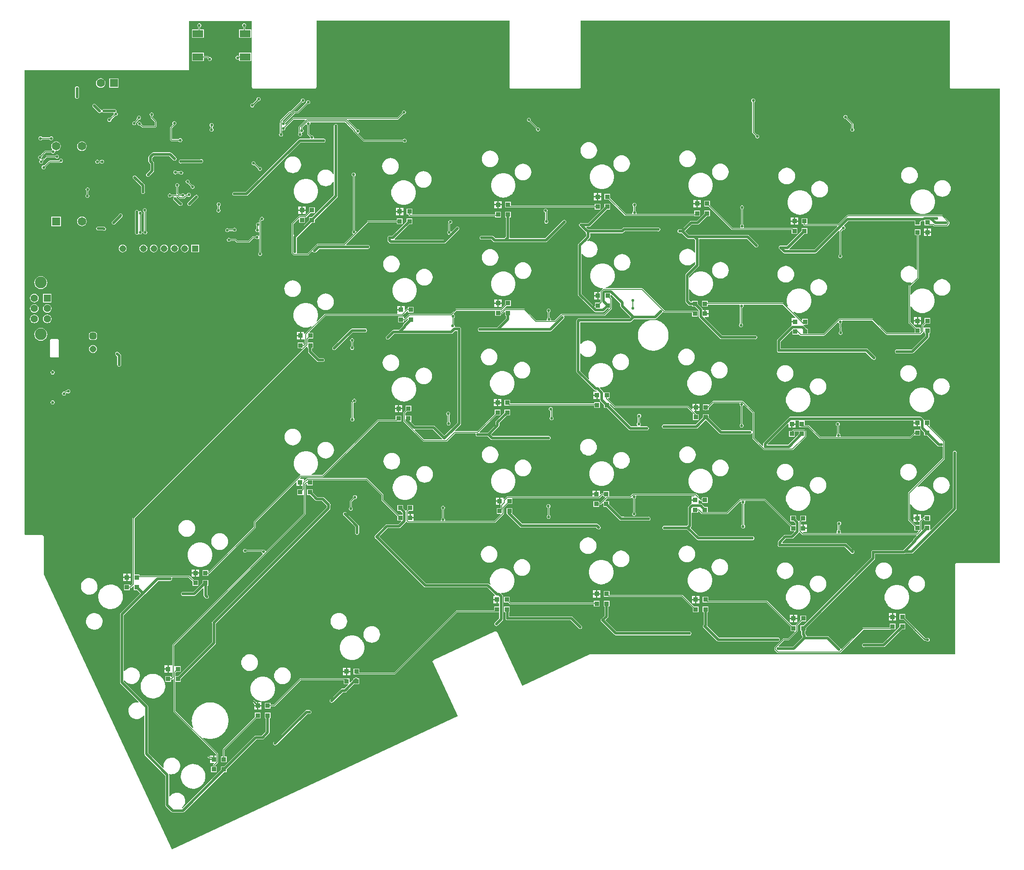
<source format=gbl>
G04*
G04 #@! TF.GenerationSoftware,Altium Limited,Altium Designer,24.10.1 (45)*
G04*
G04 Layer_Physical_Order=2*
G04 Layer_Color=16711680*
%FSLAX44Y44*%
%MOMM*%
G71*
G04*
G04 #@! TF.SameCoordinates,3551A3A7-0B07-42EA-8A9A-C0D20DE36A30*
G04*
G04*
G04 #@! TF.FilePolarity,Positive*
G04*
G01*
G75*
%ADD13C,0.2540*%
%ADD14C,0.1524*%
%ADD38R,0.9000X0.9000*%
%ADD167C,0.5080*%
%ADD172C,0.5000*%
%ADD173R,1.3080X1.3080*%
%ADD174C,1.3080*%
%ADD175C,4.5720*%
%ADD176R,1.6500X1.6500*%
%ADD177C,1.6500*%
%ADD178O,3.0000X6.0000*%
%ADD179C,1.6000*%
%ADD180R,1.6000X1.6000*%
%ADD181C,0.3000*%
G04:AMPARAMS|DCode=182|XSize=1.308mm|YSize=1.308mm|CornerRadius=0.327mm|HoleSize=0mm|Usage=FLASHONLY|Rotation=90.000|XOffset=0mm|YOffset=0mm|HoleType=Round|Shape=RoundedRectangle|*
%AMROUNDEDRECTD182*
21,1,1.3080,0.6540,0,0,90.0*
21,1,0.6540,1.3080,0,0,90.0*
1,1,0.6540,0.3270,0.3270*
1,1,0.6540,0.3270,-0.3270*
1,1,0.6540,-0.3270,-0.3270*
1,1,0.6540,-0.3270,0.3270*
%
%ADD182ROUNDEDRECTD182*%
%ADD183O,1.7000X0.9000*%
%ADD184O,2.0000X0.9000*%
%ADD185C,0.6000*%
%ADD186R,1.4380X1.4380*%
%ADD187C,1.4380*%
%ADD188C,2.2650*%
%ADD189C,0.5334*%
%ADD190R,2.1000X1.4000*%
G36*
X940206Y868735D02*
X940482Y867347D01*
X941268Y866171D01*
X942444Y865385D01*
X943831Y865109D01*
X1073831D01*
X1075219Y865385D01*
X1076395Y866171D01*
X1077181Y867347D01*
X1077457Y868735D01*
Y996798D01*
X1790206Y996798D01*
Y868734D01*
X1790482Y867346D01*
X1791268Y866170D01*
X1792444Y865384D01*
X1793831Y865108D01*
X1886855D01*
X1886855Y-50848D01*
X1804181D01*
X1802794Y-51125D01*
X1801618Y-51910D01*
X1800832Y-53087D01*
X1800556Y-54474D01*
Y-226950D01*
X1096633Y-226950D01*
X1096554Y-226966D01*
X1096475Y-226954D01*
X1095863Y-227104D01*
X1095245Y-227226D01*
X1095179Y-227271D01*
X1095101Y-227290D01*
X964738Y-288079D01*
X916485Y-184600D01*
X915649Y-183459D01*
X914439Y-182725D01*
X913041Y-182510D01*
X911667Y-182846D01*
X793847Y-237786D01*
X792706Y-238623D01*
X791972Y-239832D01*
X791757Y-241231D01*
X792093Y-242605D01*
X840346Y-346084D01*
X288291Y-603511D01*
X205301Y-425537D01*
X125003Y-253339D01*
X40818Y-72804D01*
X40819Y-24D01*
X40542Y1364D01*
X39757Y2540D01*
X38580Y3326D01*
X37193Y3602D01*
X4706D01*
X3629Y4680D01*
X4047Y900938D01*
X321310D01*
Y995610D01*
X442906Y995610D01*
Y900938D01*
Y868735D01*
X443182Y867348D01*
X443968Y866171D01*
X445145Y865386D01*
X446532Y865110D01*
X563831D01*
X565219Y865386D01*
X566395Y866171D01*
X567181Y867348D01*
X567457Y868735D01*
Y996798D01*
X940206D01*
Y868735D01*
D02*
G37*
%LPC*%
G36*
X428723Y991235D02*
X427257D01*
X425904Y990674D01*
X424868Y989638D01*
X424307Y988285D01*
Y986819D01*
X424868Y985466D01*
X425904Y984430D01*
X426177Y984316D01*
Y979460D01*
X418286D01*
Y963428D01*
X441318D01*
Y979460D01*
X429803D01*
Y984316D01*
X430076Y984430D01*
X431112Y985466D01*
X431673Y986819D01*
Y988285D01*
X431112Y989638D01*
X430076Y990674D01*
X428723Y991235D01*
D02*
G37*
G36*
X341855Y990981D02*
X340389D01*
X339036Y990420D01*
X338000Y989384D01*
X337439Y988031D01*
Y986565D01*
X338000Y985212D01*
X339036Y984176D01*
X339309Y984062D01*
Y979460D01*
X327286D01*
Y963428D01*
X350318D01*
Y979460D01*
X342935D01*
Y984062D01*
X343208Y984176D01*
X344244Y985212D01*
X344805Y986565D01*
Y988031D01*
X344244Y989384D01*
X343208Y990420D01*
X341855Y990981D01*
D02*
G37*
G36*
X441318Y934460D02*
X418286D01*
Y928429D01*
X417027Y927976D01*
X415769Y928497D01*
X414303D01*
X412950Y927936D01*
X411914Y926900D01*
X411353Y925547D01*
Y924081D01*
X411914Y922728D01*
X412950Y921692D01*
X414303Y921131D01*
X415769D01*
X417016Y921648D01*
X417558Y921455D01*
X418286Y921059D01*
Y918428D01*
X441318D01*
Y934460D01*
D02*
G37*
G36*
X350318D02*
X327286D01*
Y918428D01*
X350318D01*
Y924377D01*
X356775D01*
X357872Y923280D01*
X357759Y923007D01*
Y921541D01*
X358320Y920188D01*
X359356Y919152D01*
X360709Y918591D01*
X362175D01*
X363528Y919152D01*
X364564Y920188D01*
X365125Y921541D01*
Y923007D01*
X364564Y924360D01*
X363528Y925396D01*
X362175Y925957D01*
X360709D01*
X360436Y925844D01*
X358808Y927472D01*
X358220Y927865D01*
X357526Y928003D01*
X350318D01*
Y934460D01*
D02*
G37*
G36*
X185292Y885062D02*
X167260D01*
Y867030D01*
X185292D01*
Y885062D01*
D02*
G37*
G36*
X150876Y885140D02*
X148522Y884830D01*
X146329Y883921D01*
X144446Y882476D01*
X143001Y880593D01*
X142092Y878400D01*
X141782Y876046D01*
X142092Y873692D01*
X143001Y871499D01*
X144446Y869616D01*
X146329Y868171D01*
X148522Y867262D01*
X150876Y866952D01*
X153230Y867262D01*
X155423Y868171D01*
X157306Y869616D01*
X158751Y871499D01*
X159660Y873692D01*
X159970Y876046D01*
X159660Y878400D01*
X158751Y880593D01*
X157306Y882476D01*
X155423Y883921D01*
X153230Y884830D01*
X150876Y885140D01*
D02*
G37*
G36*
X105156Y869398D02*
X103719Y869112D01*
X102501Y868298D01*
X101687Y867079D01*
X101401Y865642D01*
X101530Y864991D01*
Y850027D01*
X101401Y849376D01*
X101687Y847939D01*
X102501Y846721D01*
X103719Y845907D01*
X105156Y845621D01*
X106593Y845907D01*
X107811Y846721D01*
X108625Y847939D01*
X108911Y849376D01*
X108782Y850027D01*
Y864991D01*
X108911Y865642D01*
X108625Y867079D01*
X107811Y868298D01*
X106593Y869112D01*
X105156Y869398D01*
D02*
G37*
G36*
X455676Y848559D02*
X454239Y848273D01*
X453021Y847459D01*
X452207Y846241D01*
X451921Y844804D01*
X451997Y844421D01*
X443939Y836364D01*
X443557Y836440D01*
X442120Y836154D01*
X440901Y835340D01*
X440087Y834122D01*
X439801Y832685D01*
X440087Y831248D01*
X440901Y830029D01*
X442120Y829215D01*
X443557Y828930D01*
X444994Y829215D01*
X446212Y830029D01*
X447026Y831248D01*
X447312Y832685D01*
X447236Y833067D01*
X455293Y841125D01*
X455676Y841049D01*
X457113Y841335D01*
X458331Y842149D01*
X459145Y843367D01*
X459431Y844804D01*
X459145Y846241D01*
X458331Y847459D01*
X457113Y848273D01*
X455676Y848559D01*
D02*
G37*
G36*
X541227Y846075D02*
X539790Y845789D01*
X538571Y844975D01*
X537757Y843756D01*
X537472Y842319D01*
X537669Y841326D01*
X518001Y821657D01*
X516188D01*
X515494Y821519D01*
X514906Y821126D01*
X497828Y804048D01*
X497435Y803460D01*
X497297Y802766D01*
Y800045D01*
X497261Y799991D01*
X497123Y799297D01*
Y779580D01*
X496455Y779133D01*
X495641Y777915D01*
X495355Y776478D01*
X495641Y775041D01*
X496455Y773823D01*
X497673Y773009D01*
X499110Y772723D01*
X500547Y773009D01*
X501765Y773823D01*
X502579Y775041D01*
X502865Y776478D01*
X502579Y777915D01*
X501765Y779133D01*
X500749Y779812D01*
Y783965D01*
X501987Y784796D01*
X502273Y784853D01*
X503555Y784598D01*
X504992Y784883D01*
X506210Y785697D01*
X507024Y786916D01*
X507310Y788353D01*
X507113Y789347D01*
X523292Y805526D01*
X545221D01*
X545804Y804118D01*
X533522Y791836D01*
X533129Y791248D01*
X532991Y790554D01*
Y781996D01*
X533129Y781302D01*
X533522Y780714D01*
X533222Y779196D01*
X532407Y777978D01*
X532122Y776541D01*
X532407Y775104D01*
X533222Y773886D01*
X534440Y773072D01*
X535877Y772786D01*
X537314Y773072D01*
X538532Y773886D01*
X539346Y775104D01*
X539632Y776541D01*
X539346Y777978D01*
X538937Y778590D01*
X539040Y779081D01*
X539629Y780157D01*
X540686Y780368D01*
X541904Y781182D01*
X542718Y782400D01*
X543004Y783837D01*
X542718Y785274D01*
X541904Y786492D01*
X541062Y787055D01*
Y790656D01*
X546995Y796589D01*
X548659Y796098D01*
X549287Y795159D01*
X550129Y794596D01*
Y777875D01*
X550267Y777181D01*
X550660Y776593D01*
X555243Y772011D01*
X555045Y771017D01*
X555258Y769944D01*
X554413Y768420D01*
X535343D01*
X533955Y768144D01*
X532779Y767358D01*
X532779Y767358D01*
X431097Y665676D01*
X409523D01*
X408872Y665805D01*
X407435Y665519D01*
X406217Y664705D01*
X405403Y663487D01*
X405117Y662050D01*
X405403Y660613D01*
X406217Y659395D01*
X407435Y658581D01*
X408872Y658295D01*
X409523Y658424D01*
X432598D01*
X432599Y658424D01*
X433986Y658700D01*
X435162Y659486D01*
X536844Y761168D01*
X580755D01*
X581406Y761039D01*
X582843Y761325D01*
X584061Y762139D01*
X584875Y763357D01*
X585161Y764794D01*
X584875Y766231D01*
X584061Y767449D01*
X582843Y768263D01*
X581406Y768549D01*
X580755Y768420D01*
X563187D01*
X562342Y769944D01*
X562555Y771017D01*
X562269Y772454D01*
X561455Y773672D01*
X560237Y774486D01*
X558800Y774772D01*
X557806Y774575D01*
X553755Y778626D01*
Y794596D01*
X554597Y795159D01*
X555411Y796377D01*
X555697Y797814D01*
X555477Y798922D01*
X556306Y800446D01*
X622755D01*
X639236Y783965D01*
Y782812D01*
X639374Y782118D01*
X639767Y781530D01*
X658039Y763258D01*
X658627Y762865D01*
X659321Y762727D01*
X734398D01*
X734961Y761885D01*
X736179Y761071D01*
X737616Y760785D01*
X739053Y761071D01*
X740271Y761885D01*
X741085Y763103D01*
X741371Y764540D01*
X741085Y765977D01*
X740271Y767195D01*
X739053Y768009D01*
X737616Y768295D01*
X736179Y768009D01*
X734961Y767195D01*
X734398Y766353D01*
X660072D01*
X648417Y778008D01*
X648908Y779672D01*
X649847Y780300D01*
X650661Y781518D01*
X650947Y782955D01*
X650661Y784392D01*
X649847Y785610D01*
X648629Y786424D01*
X647192Y786710D01*
X646198Y786513D01*
X628593Y804118D01*
X629176Y805526D01*
X724310D01*
X725004Y805664D01*
X725592Y806057D01*
X735538Y816004D01*
X736532Y815806D01*
X737969Y816092D01*
X739187Y816906D01*
X740002Y818124D01*
X740287Y819561D01*
X740002Y820998D01*
X739187Y822216D01*
X737969Y823030D01*
X736532Y823316D01*
X735095Y823030D01*
X733877Y822216D01*
X733063Y820998D01*
X732777Y819561D01*
X732975Y818567D01*
X723559Y809152D01*
X522541D01*
X521847Y809014D01*
X521259Y808621D01*
X508315Y795677D01*
X506937Y796454D01*
X507136Y797456D01*
X506996Y798160D01*
X526591Y817754D01*
X531873D01*
X532567Y817892D01*
X533155Y818285D01*
X550354Y835483D01*
X551347Y835286D01*
X552784Y835572D01*
X554003Y836386D01*
X554817Y837604D01*
X555103Y839041D01*
X554817Y840478D01*
X554003Y841696D01*
X552784Y842510D01*
X551347Y842796D01*
X549910Y842510D01*
X548692Y841696D01*
X547878Y840478D01*
X547592Y839041D01*
X547790Y838047D01*
X531122Y821380D01*
X525840D01*
X525146Y821242D01*
X524558Y820849D01*
X504665Y800956D01*
X503381Y801211D01*
X501977Y802404D01*
X501867Y802960D01*
X516939Y818031D01*
X518752D01*
X519445Y818169D01*
X520034Y818562D01*
X540233Y838762D01*
X541227Y838564D01*
X542664Y838850D01*
X543882Y839664D01*
X544696Y840882D01*
X544982Y842319D01*
X544696Y843756D01*
X543882Y844975D01*
X542664Y845789D01*
X541227Y846075D01*
D02*
G37*
G36*
X138684Y835859D02*
X137247Y835573D01*
X136029Y834759D01*
X135215Y833541D01*
X134929Y832104D01*
X135215Y830667D01*
X136029Y829449D01*
X136580Y829080D01*
X146232Y819429D01*
X147408Y818643D01*
X147410Y818643D01*
X147661Y818475D01*
X149098Y818189D01*
X150535Y818475D01*
X151753Y819289D01*
X152567Y820507D01*
X152589Y820617D01*
X154102Y820635D01*
X154145Y820627D01*
X154953Y819417D01*
X156172Y818603D01*
X157608Y818317D01*
X158259Y818447D01*
X175644D01*
X176020Y818169D01*
X176811Y817238D01*
X176585Y816102D01*
X176677Y815638D01*
X169231Y808192D01*
X169169Y808234D01*
X167732Y808520D01*
X166295Y808234D01*
X165077Y807420D01*
X164263Y806201D01*
X163977Y804764D01*
X164263Y803327D01*
X165077Y802109D01*
X166295Y801295D01*
X167732Y801009D01*
X169169Y801295D01*
X170388Y802109D01*
X171202Y803327D01*
X171488Y804764D01*
X171395Y805229D01*
X178841Y812674D01*
X178903Y812633D01*
X180340Y812347D01*
X181777Y812633D01*
X182995Y813447D01*
X183809Y814665D01*
X184095Y816102D01*
X183809Y817539D01*
X182995Y818757D01*
X181777Y819571D01*
X181374Y819652D01*
X181059Y820411D01*
X181345Y821848D01*
X181059Y823285D01*
X180245Y824503D01*
X179027Y825317D01*
X178762Y825370D01*
X178684Y825422D01*
X177296Y825698D01*
X177296Y825698D01*
X158259D01*
X157608Y825828D01*
X156172Y825542D01*
X154953Y824728D01*
X154139Y823510D01*
X154117Y823400D01*
X152604Y823382D01*
X152562Y823390D01*
X151753Y824599D01*
X150535Y825413D01*
X150494Y825422D01*
X141708Y834208D01*
X141339Y834759D01*
X140121Y835573D01*
X138684Y835859D01*
D02*
G37*
G36*
X224790Y812745D02*
X223353Y812459D01*
X222135Y811645D01*
X221321Y810427D01*
X221035Y808990D01*
X221307Y807624D01*
X220229Y806546D01*
X219836Y805958D01*
X219698Y805265D01*
Y804938D01*
X216640Y801880D01*
X215646Y802077D01*
X214209Y801791D01*
X212991Y800977D01*
X212177Y799759D01*
X211891Y798322D01*
X212177Y796885D01*
X212991Y795667D01*
X214209Y794853D01*
X215646Y794567D01*
X217083Y794853D01*
X218301Y795667D01*
X219115Y796885D01*
X219401Y798322D01*
X219203Y799316D01*
X222793Y802905D01*
X223186Y803493D01*
X223324Y804187D01*
Y804230D01*
X224527Y805287D01*
X224790Y805235D01*
X226227Y805521D01*
X227445Y806335D01*
X228259Y807553D01*
X228545Y808990D01*
X228259Y810427D01*
X227445Y811645D01*
X226227Y812459D01*
X224790Y812745D01*
D02*
G37*
G36*
X249300Y819095D02*
X247863Y818809D01*
X246645Y817995D01*
X245831Y816777D01*
X245545Y815340D01*
X245831Y813903D01*
X246645Y812685D01*
X247487Y812122D01*
Y809118D01*
X247625Y808424D01*
X248018Y807836D01*
X255235Y800619D01*
Y793531D01*
X233189D01*
X231397Y795323D01*
X230809Y795716D01*
X230302Y795816D01*
X229622Y796556D01*
X229221Y797129D01*
X229307Y797560D01*
X229021Y798997D01*
X228207Y800215D01*
X226989Y801029D01*
X225552Y801315D01*
X224115Y801029D01*
X222897Y800215D01*
X222083Y798997D01*
X221797Y797560D01*
X222083Y796123D01*
X222897Y794905D01*
X224115Y794091D01*
X225552Y793805D01*
X226546Y794003D01*
X227789Y792759D01*
X228377Y792366D01*
X229071Y792228D01*
X229364D01*
X231156Y790436D01*
X231744Y790043D01*
X232438Y789905D01*
X256155D01*
X256849Y790043D01*
X257437Y790436D01*
X258330Y791329D01*
X258723Y791917D01*
X258861Y792611D01*
Y801370D01*
X258723Y802064D01*
X258330Y802652D01*
X251113Y809869D01*
Y812122D01*
X251955Y812685D01*
X252769Y813903D01*
X253055Y815340D01*
X252769Y816777D01*
X251955Y817995D01*
X250737Y818809D01*
X249300Y819095D01*
D02*
G37*
G36*
X977650Y808680D02*
X976213Y808394D01*
X974995Y807580D01*
X974181Y806362D01*
X973895Y804925D01*
X974181Y803488D01*
X974995Y802270D01*
X976213Y801456D01*
X977650Y801170D01*
X978219Y801283D01*
X991699Y787803D01*
X991417Y786384D01*
X991703Y784947D01*
X992517Y783729D01*
X993735Y782915D01*
X995172Y782629D01*
X996609Y782915D01*
X997827Y783729D01*
X998641Y784947D01*
X998927Y786384D01*
X998641Y787821D01*
X997827Y789039D01*
X996609Y789853D01*
X995172Y790139D01*
X994603Y790026D01*
X981123Y803506D01*
X981405Y804925D01*
X981119Y806362D01*
X980305Y807580D01*
X979087Y808394D01*
X977650Y808680D01*
D02*
G37*
G36*
X1588649Y814269D02*
X1587212Y813983D01*
X1585994Y813169D01*
X1585180Y811951D01*
X1584894Y810514D01*
X1585180Y809077D01*
X1585994Y807859D01*
X1587212Y807045D01*
X1588649Y806759D01*
X1589643Y806956D01*
X1600165Y796434D01*
Y789094D01*
X1599323Y788531D01*
X1598509Y787313D01*
X1598223Y785876D01*
X1598509Y784439D01*
X1599323Y783221D01*
X1600541Y782407D01*
X1601978Y782121D01*
X1603415Y782407D01*
X1604633Y783221D01*
X1605447Y784439D01*
X1605733Y785876D01*
X1605447Y787313D01*
X1604633Y788531D01*
X1603791Y789094D01*
Y797185D01*
X1603653Y797879D01*
X1603260Y798467D01*
X1592207Y809520D01*
X1592404Y810514D01*
X1592119Y811951D01*
X1591304Y813169D01*
X1590086Y813983D01*
X1588649Y814269D01*
D02*
G37*
G36*
X365114Y798510D02*
X363677Y798224D01*
X362459Y797410D01*
X361645Y796192D01*
X361359Y794755D01*
X361645Y793318D01*
X362459Y792100D01*
X363243Y791576D01*
Y789122D01*
X362343Y788520D01*
X361529Y787302D01*
X361243Y785865D01*
X361529Y784428D01*
X362343Y783210D01*
X363561Y782396D01*
X364998Y782110D01*
X366435Y782396D01*
X367653Y783210D01*
X368467Y784428D01*
X368753Y785865D01*
X368467Y787302D01*
X367653Y788520D01*
X366869Y789044D01*
Y791498D01*
X367769Y792100D01*
X368583Y793318D01*
X368869Y794755D01*
X368583Y796192D01*
X367769Y797410D01*
X366551Y798224D01*
X365114Y798510D01*
D02*
G37*
G36*
X55372Y772867D02*
X53935Y772581D01*
X52717Y771767D01*
X52154Y770925D01*
X38016D01*
X37453Y771767D01*
X36235Y772581D01*
X34798Y772867D01*
X33361Y772581D01*
X32143Y771767D01*
X31329Y770549D01*
X31043Y769112D01*
X31329Y767675D01*
X32143Y766457D01*
X33361Y765643D01*
X34798Y765357D01*
X36235Y765643D01*
X37453Y766457D01*
X38016Y767299D01*
X52154D01*
X52717Y766457D01*
X53935Y765643D01*
X55372Y765357D01*
X56809Y765643D01*
X58027Y766457D01*
X58841Y767675D01*
X59127Y769112D01*
X58841Y770549D01*
X58027Y771767D01*
X56809Y772581D01*
X55372Y772867D01*
D02*
G37*
G36*
X1410716Y845892D02*
X1409279Y845606D01*
X1408061Y844792D01*
X1407247Y843574D01*
X1406961Y842137D01*
X1407247Y840700D01*
X1408061Y839482D01*
X1408903Y838919D01*
Y780542D01*
X1409041Y779848D01*
X1409434Y779260D01*
X1415033Y773662D01*
X1414835Y772668D01*
X1415121Y771231D01*
X1415935Y770013D01*
X1417153Y769199D01*
X1418590Y768913D01*
X1420027Y769199D01*
X1421245Y770013D01*
X1422059Y771231D01*
X1422345Y772668D01*
X1422059Y774105D01*
X1421245Y775323D01*
X1420027Y776137D01*
X1418590Y776423D01*
X1417596Y776226D01*
X1412529Y781293D01*
Y838919D01*
X1413371Y839482D01*
X1414185Y840700D01*
X1414471Y842137D01*
X1414185Y843574D01*
X1413371Y844792D01*
X1412153Y845606D01*
X1410716Y845892D01*
D02*
G37*
G36*
X293116Y802331D02*
X291679Y802045D01*
X290461Y801231D01*
X289647Y800013D01*
X289361Y798576D01*
X289647Y797139D01*
X290461Y795921D01*
X285484Y790944D01*
X285091Y790356D01*
X284953Y789662D01*
Y766578D01*
X285091Y765884D01*
X285484Y765296D01*
X286377Y764403D01*
X286965Y764010D01*
X287659Y763872D01*
X301407D01*
X301970Y763030D01*
X303188Y762216D01*
X304625Y761930D01*
X306062Y762216D01*
X307281Y763030D01*
X308095Y764248D01*
X308381Y765685D01*
X308095Y767122D01*
X307281Y768340D01*
X306062Y769154D01*
X304625Y769440D01*
X303188Y769154D01*
X301970Y768340D01*
X301407Y767498D01*
X288579D01*
Y788911D01*
X293701Y794034D01*
X294094Y794622D01*
X294176Y795032D01*
X294553Y795107D01*
X295771Y795921D01*
X296585Y797139D01*
X296871Y798576D01*
X296585Y800013D01*
X295771Y801231D01*
X294553Y802045D01*
X293116Y802331D01*
D02*
G37*
G36*
X114662Y763288D02*
X112243Y762970D01*
X109989Y762036D01*
X108053Y760551D01*
X106568Y758615D01*
X105634Y756361D01*
X105316Y753942D01*
X105634Y751523D01*
X106568Y749269D01*
X108053Y747333D01*
X109989Y745848D01*
X112243Y744914D01*
X114662Y744596D01*
X117081Y744914D01*
X119335Y745848D01*
X121271Y747333D01*
X122756Y749269D01*
X123689Y751523D01*
X124008Y753942D01*
X123689Y756361D01*
X122756Y758615D01*
X121271Y760551D01*
X119335Y762036D01*
X117081Y762970D01*
X114662Y763288D01*
D02*
G37*
G36*
X64662D02*
X62243Y762970D01*
X59989Y762036D01*
X58053Y760551D01*
X56568Y758615D01*
X55634Y756361D01*
X55316Y753942D01*
X55634Y751523D01*
X56568Y749269D01*
X57425Y748153D01*
X57404Y747728D01*
X56971Y746332D01*
X56129Y745770D01*
X55566Y744927D01*
X43790D01*
X43096Y744789D01*
X42508Y744396D01*
X36251Y738139D01*
X35858Y737551D01*
X35772Y737121D01*
X34681Y736112D01*
X33782Y736291D01*
X32345Y736005D01*
X31127Y735191D01*
X30313Y733973D01*
X30027Y732536D01*
X30313Y731099D01*
X31127Y729881D01*
X32345Y729067D01*
X33657Y728806D01*
X33870Y728421D01*
X34146Y727299D01*
X33413Y726809D01*
X32599Y725591D01*
X32313Y724154D01*
X32599Y722717D01*
X33413Y721499D01*
X34631Y720685D01*
X36068Y720399D01*
X37505Y720685D01*
X38723Y721499D01*
X39537Y722717D01*
X39823Y724154D01*
X39625Y725148D01*
X46598Y732120D01*
X63159D01*
X63887Y731031D01*
X65105Y730217D01*
X66542Y729931D01*
X67979Y730217D01*
X69198Y731031D01*
X70012Y732249D01*
X70297Y733687D01*
X70012Y735124D01*
X69198Y736342D01*
X67979Y737156D01*
X66542Y737442D01*
X65105Y737156D01*
X63887Y736342D01*
X63489Y735746D01*
X45847D01*
X45153Y735608D01*
X44565Y735215D01*
X37571Y728221D01*
X36776Y728245D01*
X36749Y728256D01*
X36454Y729795D01*
X36509Y729987D01*
X37251Y731099D01*
X37537Y732536D01*
X37339Y733530D01*
X38814Y735005D01*
X39207Y735593D01*
X39300Y736061D01*
X44541Y741301D01*
X55566D01*
X56129Y740459D01*
X57347Y739645D01*
X58784Y739359D01*
X60221Y739645D01*
X61440Y740459D01*
X62254Y741677D01*
X62539Y743114D01*
X62494Y743344D01*
X63775Y744713D01*
X64662Y744596D01*
X67081Y744914D01*
X69335Y745848D01*
X71271Y747333D01*
X72756Y749269D01*
X73689Y751523D01*
X74008Y753942D01*
X73689Y756361D01*
X72756Y758615D01*
X71271Y760551D01*
X69335Y762036D01*
X67081Y762970D01*
X64662Y763288D01*
D02*
G37*
G36*
X284734Y742258D02*
X284734Y742258D01*
X252359D01*
X252359Y742258D01*
X250972Y741982D01*
X249795Y741196D01*
X249795Y741196D01*
X244001Y735401D01*
X243215Y734225D01*
X242939Y732837D01*
X242939Y732837D01*
Y724986D01*
X242939Y724986D01*
X243215Y723598D01*
X244001Y722422D01*
X246564Y719858D01*
Y708002D01*
X240261Y701698D01*
X239709Y701330D01*
X238895Y700111D01*
X238609Y698674D01*
X238895Y697237D01*
X239709Y696019D01*
X240928Y695205D01*
X242365Y694919D01*
X243802Y695205D01*
X245020Y696019D01*
X245389Y696571D01*
X252754Y703936D01*
X252754Y703936D01*
X253540Y705112D01*
X253816Y706500D01*
X253816Y706500D01*
Y721360D01*
X253816Y721360D01*
X253540Y722747D01*
X252754Y723924D01*
X252754Y723924D01*
X250190Y726488D01*
Y731336D01*
X253861Y735006D01*
X283232D01*
X290600Y727638D01*
X290969Y727087D01*
X292187Y726273D01*
X293624Y725987D01*
X295061Y726273D01*
X296279Y727087D01*
X297093Y728305D01*
X297379Y729742D01*
X297093Y731179D01*
X296279Y732397D01*
X295728Y732766D01*
X287298Y741196D01*
X286122Y741982D01*
X284734Y742258D01*
D02*
G37*
G36*
X1093216Y761837D02*
X1090076Y761528D01*
X1087057Y760612D01*
X1084275Y759125D01*
X1081836Y757124D01*
X1079835Y754685D01*
X1078347Y751903D01*
X1077431Y748884D01*
X1077122Y745744D01*
X1077431Y742604D01*
X1078347Y739585D01*
X1079835Y736803D01*
X1081836Y734364D01*
X1084275Y732363D01*
X1087057Y730876D01*
X1090076Y729960D01*
X1093216Y729651D01*
X1096356Y729960D01*
X1099374Y730876D01*
X1102157Y732363D01*
X1104596Y734364D01*
X1106597Y736803D01*
X1108084Y739585D01*
X1109000Y742604D01*
X1109309Y745744D01*
X1109000Y748884D01*
X1108084Y751903D01*
X1106597Y754685D01*
X1104596Y757124D01*
X1102157Y759125D01*
X1099374Y760612D01*
X1096356Y761528D01*
X1093216Y761837D01*
D02*
G37*
G36*
X344777Y728798D02*
X343340Y728512D01*
X342931Y728239D01*
X306003D01*
X305352Y728369D01*
X303915Y728083D01*
X302697Y727269D01*
X301883Y726050D01*
X301597Y724613D01*
X301883Y723176D01*
X302697Y721958D01*
X303915Y721144D01*
X305352Y720858D01*
X306003Y720988D01*
X344279D01*
X344279Y720988D01*
X345666Y721264D01*
X346095Y721550D01*
X346214Y721574D01*
X347433Y722388D01*
X348247Y723606D01*
X348532Y725043D01*
X348247Y726480D01*
X347433Y727698D01*
X346214Y728512D01*
X344777Y728798D01*
D02*
G37*
G36*
X153416Y727909D02*
X151979Y727623D01*
X150761Y726809D01*
X150113Y725840D01*
X147532D01*
X147054Y726555D01*
X145836Y727369D01*
X144399Y727655D01*
X142962Y727369D01*
X141744Y726555D01*
X140930Y725337D01*
X140644Y723900D01*
X140930Y722463D01*
X141744Y721245D01*
X142962Y720431D01*
X144399Y720145D01*
X145836Y720431D01*
X147054Y721245D01*
X147702Y722214D01*
X150283D01*
X150761Y721499D01*
X151979Y720685D01*
X153416Y720399D01*
X154853Y720685D01*
X156071Y721499D01*
X156885Y722717D01*
X157171Y724154D01*
X156885Y725591D01*
X156071Y726809D01*
X154853Y727623D01*
X153416Y727909D01*
D02*
G37*
G36*
X74155Y729752D02*
X72717Y729466D01*
X71499Y728652D01*
X70685Y727434D01*
X70399Y725997D01*
X51822D01*
X51128Y725859D01*
X50540Y725466D01*
X41849Y716774D01*
X40855Y716972D01*
X39418Y716686D01*
X38200Y715872D01*
X37385Y714654D01*
X37100Y713217D01*
X37385Y711780D01*
X38200Y710562D01*
X39418Y709747D01*
X40855Y709462D01*
X42292Y709747D01*
X43510Y710562D01*
X44324Y711780D01*
X44610Y713217D01*
X44412Y714211D01*
X52573Y722371D01*
X71357D01*
X72050Y722509D01*
X72398Y722741D01*
X72717Y722527D01*
X74155Y722242D01*
X75592Y722527D01*
X76810Y723342D01*
X77624Y724560D01*
X77910Y725997D01*
X77624Y727434D01*
X76810Y728652D01*
X75592Y729466D01*
X74155Y729752D01*
D02*
G37*
G36*
X1283714Y745808D02*
X1280574Y745499D01*
X1277555Y744583D01*
X1274772Y743096D01*
X1272334Y741095D01*
X1270332Y738656D01*
X1268845Y735874D01*
X1267929Y732855D01*
X1267620Y729715D01*
X1267929Y726575D01*
X1268845Y723556D01*
X1270332Y720774D01*
X1272334Y718335D01*
X1274772Y716334D01*
X1277555Y714846D01*
X1280574Y713931D01*
X1283714Y713621D01*
X1286853Y713931D01*
X1289872Y714846D01*
X1292655Y716334D01*
X1295093Y718335D01*
X1297095Y720774D01*
X1298582Y723556D01*
X1299498Y726575D01*
X1299807Y729715D01*
X1299498Y732855D01*
X1298582Y735874D01*
X1297095Y738656D01*
X1295093Y741095D01*
X1292655Y743096D01*
X1289872Y744583D01*
X1286853Y745499D01*
X1283714Y745808D01*
D02*
G37*
G36*
X902716Y745582D02*
X899576Y745272D01*
X896557Y744357D01*
X893775Y742869D01*
X891336Y740868D01*
X889335Y738429D01*
X887848Y735647D01*
X886932Y732628D01*
X886623Y729488D01*
X886932Y726348D01*
X887848Y723329D01*
X889335Y720547D01*
X891336Y718108D01*
X893775Y716107D01*
X896557Y714620D01*
X899576Y713704D01*
X902716Y713395D01*
X905856Y713704D01*
X908875Y714620D01*
X911657Y716107D01*
X914096Y718108D01*
X916097Y720547D01*
X917585Y723329D01*
X918500Y726348D01*
X918810Y729488D01*
X918500Y732628D01*
X917585Y735647D01*
X916097Y738429D01*
X914096Y740868D01*
X911657Y742869D01*
X908875Y744357D01*
X905856Y745272D01*
X902716Y745582D01*
D02*
G37*
G36*
X445951Y724934D02*
X444514Y724649D01*
X443295Y723835D01*
X442481Y722616D01*
X442196Y721179D01*
X442481Y719742D01*
X443295Y718524D01*
X444514Y717710D01*
X445951Y717424D01*
X447388Y717710D01*
X447443Y717747D01*
X454716Y710473D01*
X454622Y709999D01*
X454908Y708562D01*
X455722Y707344D01*
X456940Y706530D01*
X458377Y706244D01*
X459814Y706530D01*
X461032Y707344D01*
X461846Y708562D01*
X462132Y709999D01*
X461846Y711436D01*
X461032Y712655D01*
X459814Y713469D01*
X458377Y713755D01*
X456940Y713469D01*
X456885Y713432D01*
X449612Y720705D01*
X449706Y721179D01*
X449420Y722616D01*
X448606Y723835D01*
X447388Y724649D01*
X445951Y724934D01*
D02*
G37*
G36*
X1156716Y736438D02*
X1153576Y736128D01*
X1150557Y735212D01*
X1147775Y733725D01*
X1145336Y731724D01*
X1143335Y729285D01*
X1141847Y726503D01*
X1140931Y723484D01*
X1140622Y720344D01*
X1140931Y717204D01*
X1141847Y714185D01*
X1143335Y711403D01*
X1145336Y708964D01*
X1147775Y706963D01*
X1150557Y705476D01*
X1153576Y704560D01*
X1156716Y704251D01*
X1159855Y704560D01*
X1162875Y705476D01*
X1165657Y706963D01*
X1168096Y708964D01*
X1170097Y711403D01*
X1171584Y714185D01*
X1172500Y717204D01*
X1172809Y720344D01*
X1172500Y723484D01*
X1171584Y726503D01*
X1170097Y729285D01*
X1168096Y731724D01*
X1165657Y733725D01*
X1162875Y735212D01*
X1159855Y736128D01*
X1156716Y736438D01*
D02*
G37*
G36*
X521716Y734151D02*
X518576Y733842D01*
X515557Y732926D01*
X512775Y731439D01*
X510336Y729438D01*
X508335Y726999D01*
X506847Y724217D01*
X505932Y721198D01*
X505622Y718058D01*
X505932Y714918D01*
X506847Y711899D01*
X508335Y709117D01*
X510336Y706678D01*
X512775Y704677D01*
X515557Y703189D01*
X518576Y702274D01*
X521716Y701964D01*
X524855Y702274D01*
X527874Y703189D01*
X530657Y704677D01*
X533096Y706678D01*
X535097Y709117D01*
X536584Y711899D01*
X537500Y714918D01*
X537809Y718058D01*
X537500Y721198D01*
X536584Y724217D01*
X535097Y726999D01*
X533096Y729438D01*
X530657Y731439D01*
X527874Y732926D01*
X524855Y733842D01*
X521716Y734151D01*
D02*
G37*
G36*
X604901Y796943D02*
X603464Y796657D01*
X602246Y795843D01*
X601432Y794625D01*
X601146Y793188D01*
X601275Y792537D01*
Y699821D01*
X599751Y699439D01*
X598597Y701599D01*
X596596Y704038D01*
X594157Y706039D01*
X591375Y707526D01*
X588355Y708442D01*
X585216Y708751D01*
X582076Y708442D01*
X579057Y707526D01*
X576275Y706039D01*
X573836Y704038D01*
X571834Y701599D01*
X570347Y698817D01*
X569431Y695798D01*
X569122Y692658D01*
X569431Y689518D01*
X570347Y686499D01*
X571834Y683717D01*
X573836Y681278D01*
X576275Y679277D01*
X579057Y677789D01*
X582076Y676874D01*
X585216Y676564D01*
X588355Y676874D01*
X591375Y677789D01*
X594157Y679277D01*
X596596Y681278D01*
X598597Y683717D01*
X599751Y685876D01*
X601275Y685495D01*
Y659285D01*
X559036Y617046D01*
X553132D01*
Y611142D01*
X524672Y582681D01*
X523148Y583313D01*
Y603981D01*
X532724Y613557D01*
X534132Y612974D01*
Y606014D01*
X545164D01*
Y615995D01*
X545926D01*
X546620Y616133D01*
X547208Y616526D01*
X555696Y625014D01*
X564164D01*
Y636046D01*
X553132D01*
Y627578D01*
X545175Y619621D01*
X534412D01*
X533718Y619483D01*
X533130Y619090D01*
X520053Y606013D01*
X519660Y605425D01*
X519522Y604731D01*
Y548069D01*
X519660Y547375D01*
X520053Y546787D01*
X522657Y544183D01*
X523245Y543790D01*
X523939Y543652D01*
X551117D01*
X551811Y543790D01*
X552399Y544183D01*
X558933Y550717D01*
X560597Y550226D01*
X561225Y549287D01*
X562443Y548473D01*
X563880Y548187D01*
X565317Y548473D01*
X566535Y549287D01*
X566904Y549838D01*
X572748Y555682D01*
X665845D01*
X666496Y555553D01*
X667933Y555839D01*
X669151Y556653D01*
X669965Y557871D01*
X670251Y559308D01*
X669965Y560745D01*
X669151Y561963D01*
X667933Y562777D01*
X666496Y563063D01*
X665845Y562934D01*
X625337D01*
X624754Y564342D01*
X667105Y606693D01*
X722600D01*
Y603474D01*
X733632D01*
Y614506D01*
X722600D01*
Y610319D01*
X666354D01*
X665660Y610181D01*
X665072Y609788D01*
X644773Y589489D01*
X643109Y589980D01*
X642481Y590919D01*
X641385Y591652D01*
Y695959D01*
X641973Y696353D01*
X642787Y697571D01*
X643073Y699008D01*
X642787Y700445D01*
X641973Y701663D01*
X640755Y702477D01*
X639318Y702763D01*
X637881Y702477D01*
X636663Y701663D01*
X635849Y700445D01*
X635563Y699008D01*
X635849Y697571D01*
X636663Y696353D01*
X637759Y695620D01*
Y591312D01*
X637171Y590919D01*
X636357Y589701D01*
X636071Y588264D01*
X636357Y586827D01*
X637171Y585609D01*
X638110Y584981D01*
X638601Y583317D01*
X620723Y565439D01*
X569278D01*
X568584Y565301D01*
X567996Y564908D01*
X550366Y547278D01*
X530144D01*
X529315Y548802D01*
X529535Y549910D01*
X529406Y550561D01*
Y577160D01*
X558260Y606014D01*
X564164D01*
Y611918D01*
X607465Y655219D01*
X607465Y655219D01*
X608251Y656395D01*
X608527Y657783D01*
Y792537D01*
X608656Y793188D01*
X608370Y794625D01*
X607556Y795843D01*
X606338Y796657D01*
X604901Y796943D01*
D02*
G37*
G36*
X710412Y731347D02*
X707272Y731038D01*
X704253Y730122D01*
X701471Y728635D01*
X699032Y726634D01*
X697031Y724195D01*
X695544Y721412D01*
X694628Y718393D01*
X694319Y715254D01*
X694628Y712114D01*
X695544Y709095D01*
X697031Y706313D01*
X699032Y703874D01*
X701471Y701872D01*
X704253Y700385D01*
X707272Y699469D01*
X710412Y699160D01*
X713552Y699469D01*
X716571Y700385D01*
X719353Y701872D01*
X721792Y703874D01*
X723793Y706313D01*
X725281Y709095D01*
X726196Y712114D01*
X726506Y715254D01*
X726196Y718393D01*
X725281Y721412D01*
X723793Y724195D01*
X721792Y726634D01*
X719353Y728635D01*
X716571Y730122D01*
X713552Y731038D01*
X710412Y731347D01*
D02*
G37*
G36*
X294894Y707081D02*
X293457Y706795D01*
X292239Y705981D01*
X291425Y704763D01*
X291139Y703326D01*
X291425Y701889D01*
X292239Y700671D01*
X293457Y699857D01*
X294894Y699571D01*
X296331Y699857D01*
X297549Y700671D01*
X297943Y701259D01*
X303031D01*
X303828Y700068D01*
X305046Y699254D01*
X306483Y698968D01*
X307920Y699254D01*
X309138Y700068D01*
X309952Y701286D01*
X310238Y702723D01*
X309952Y704160D01*
X309138Y705378D01*
X307920Y706192D01*
X306483Y706478D01*
X305046Y706192D01*
X303828Y705378D01*
X303498Y704885D01*
X298282D01*
X297549Y705981D01*
X296331Y706795D01*
X294894Y707081D01*
D02*
G37*
G36*
X1347213Y720408D02*
X1344074Y720099D01*
X1341055Y719183D01*
X1338272Y717696D01*
X1335834Y715695D01*
X1333832Y713256D01*
X1332345Y710474D01*
X1331429Y707455D01*
X1331120Y704315D01*
X1331429Y701175D01*
X1332345Y698156D01*
X1333832Y695374D01*
X1335834Y692935D01*
X1338272Y690934D01*
X1341055Y689446D01*
X1344074Y688531D01*
X1347213Y688221D01*
X1350353Y688531D01*
X1353372Y689446D01*
X1356154Y690934D01*
X1358593Y692935D01*
X1360595Y695374D01*
X1362082Y698156D01*
X1362998Y701175D01*
X1363307Y704315D01*
X1362998Y707455D01*
X1362082Y710474D01*
X1360595Y713256D01*
X1358593Y715695D01*
X1356154Y717696D01*
X1353372Y719183D01*
X1350353Y720099D01*
X1347213Y720408D01*
D02*
G37*
G36*
X966216Y720182D02*
X963076Y719872D01*
X960057Y718957D01*
X957275Y717469D01*
X954836Y715468D01*
X952835Y713029D01*
X951348Y710247D01*
X950432Y707228D01*
X950123Y704088D01*
X950432Y700948D01*
X951348Y697929D01*
X952835Y695147D01*
X954836Y692708D01*
X957275Y690707D01*
X960057Y689220D01*
X963076Y688304D01*
X966216Y687995D01*
X969356Y688304D01*
X972375Y689220D01*
X975157Y690707D01*
X977596Y692708D01*
X979597Y695147D01*
X981085Y697929D01*
X982000Y700948D01*
X982310Y704088D01*
X982000Y707228D01*
X981085Y710247D01*
X979597Y713029D01*
X977596Y715468D01*
X975157Y717469D01*
X972375Y718957D01*
X969356Y719872D01*
X966216Y720182D01*
D02*
G37*
G36*
X1712468Y713831D02*
X1709328Y713522D01*
X1706309Y712606D01*
X1703527Y711119D01*
X1701088Y709118D01*
X1699087Y706679D01*
X1697600Y703897D01*
X1696684Y700878D01*
X1696375Y697738D01*
X1696684Y694598D01*
X1697600Y691579D01*
X1699087Y688797D01*
X1701088Y686358D01*
X1703527Y684357D01*
X1706309Y682869D01*
X1709328Y681954D01*
X1712468Y681644D01*
X1715608Y681954D01*
X1718627Y682869D01*
X1721409Y684357D01*
X1723848Y686358D01*
X1725849Y688797D01*
X1727336Y691579D01*
X1728252Y694598D01*
X1728562Y697738D01*
X1728252Y700878D01*
X1727336Y703897D01*
X1725849Y706679D01*
X1723848Y709118D01*
X1721409Y711119D01*
X1718627Y712606D01*
X1715608Y713522D01*
X1712468Y713831D01*
D02*
G37*
G36*
X1475486Y712562D02*
X1472346Y712252D01*
X1469327Y711337D01*
X1466545Y709849D01*
X1464106Y707848D01*
X1462105Y705409D01*
X1460618Y702627D01*
X1459702Y699608D01*
X1459393Y696468D01*
X1459702Y693328D01*
X1460618Y690309D01*
X1462105Y687527D01*
X1464106Y685088D01*
X1466545Y683087D01*
X1469327Y681600D01*
X1472346Y680684D01*
X1475486Y680375D01*
X1478626Y680684D01*
X1481645Y681600D01*
X1484427Y683087D01*
X1486866Y685088D01*
X1488867Y687527D01*
X1490355Y690309D01*
X1491270Y693328D01*
X1491580Y696468D01*
X1491270Y699608D01*
X1490355Y702627D01*
X1488867Y705409D01*
X1486866Y707848D01*
X1484427Y709849D01*
X1481645Y711337D01*
X1478626Y712252D01*
X1475486Y712562D01*
D02*
G37*
G36*
X773912Y705947D02*
X770772Y705638D01*
X767753Y704722D01*
X764971Y703235D01*
X762532Y701234D01*
X760531Y698795D01*
X759044Y696012D01*
X758128Y692993D01*
X757819Y689854D01*
X758128Y686714D01*
X759044Y683695D01*
X760531Y680913D01*
X762532Y678474D01*
X764971Y676472D01*
X767753Y674985D01*
X770772Y674069D01*
X773912Y673760D01*
X777052Y674069D01*
X780071Y674985D01*
X782853Y676472D01*
X785292Y678474D01*
X787293Y680913D01*
X788781Y683695D01*
X789696Y686714D01*
X790006Y689854D01*
X789696Y692993D01*
X788781Y696012D01*
X787293Y698795D01*
X785292Y701234D01*
X782853Y703235D01*
X780071Y704722D01*
X777052Y705638D01*
X773912Y705947D01*
D02*
G37*
G36*
X318817Y689508D02*
X317380Y689222D01*
X316162Y688408D01*
X315348Y687190D01*
X315062Y685753D01*
X315348Y684316D01*
X316162Y683098D01*
X317380Y682284D01*
X318817Y681998D01*
X319175Y682069D01*
X324865Y676380D01*
X324667Y675386D01*
X324953Y673949D01*
X325767Y672731D01*
X326985Y671917D01*
X328422Y671631D01*
X329859Y671917D01*
X331077Y672731D01*
X331891Y673949D01*
X332177Y675386D01*
X331891Y676823D01*
X331077Y678041D01*
X329859Y678855D01*
X328422Y679141D01*
X327428Y678943D01*
X322194Y684178D01*
X322286Y684316D01*
X322572Y685753D01*
X322286Y687190D01*
X321472Y688408D01*
X320254Y689222D01*
X318817Y689508D01*
D02*
G37*
G36*
X1120719Y718426D02*
X1116513D01*
X1116288Y718381D01*
X1116058D01*
X1111933Y717561D01*
X1111721Y717473D01*
X1111496Y717428D01*
X1107610Y715818D01*
X1107419Y715691D01*
X1107207Y715603D01*
X1103710Y713267D01*
X1103548Y713104D01*
X1103357Y712977D01*
X1100383Y710003D01*
X1100256Y709812D01*
X1100093Y709650D01*
X1097757Y706152D01*
X1097669Y705940D01*
X1097541Y705750D01*
X1095932Y701864D01*
X1095887Y701639D01*
X1095799Y701427D01*
X1094979Y697302D01*
Y697072D01*
X1094934Y696847D01*
Y692641D01*
X1094979Y692416D01*
Y692186D01*
X1095799Y688061D01*
X1095887Y687849D01*
X1095932Y687624D01*
X1097541Y683738D01*
X1097669Y683548D01*
X1097757Y683336D01*
X1100093Y679839D01*
X1100256Y679676D01*
X1100383Y679485D01*
X1103357Y676511D01*
X1103548Y676384D01*
X1103710Y676222D01*
X1107207Y673885D01*
X1107419Y673797D01*
X1107610Y673670D01*
X1111496Y672060D01*
X1111721Y672015D01*
X1111933Y671927D01*
X1116058Y671107D01*
X1116288D01*
X1116513Y671062D01*
X1120719D01*
X1120944Y671107D01*
X1121173D01*
X1125298Y671927D01*
X1125510Y672015D01*
X1125736Y672060D01*
X1129621Y673670D01*
X1129812Y673797D01*
X1130024Y673885D01*
X1133521Y676222D01*
X1133684Y676384D01*
X1133874Y676511D01*
X1136848Y679485D01*
X1136976Y679676D01*
X1137138Y679839D01*
X1139475Y683336D01*
X1139563Y683548D01*
X1139690Y683738D01*
X1141300Y687624D01*
X1141345Y687849D01*
X1141432Y688061D01*
X1142253Y692186D01*
Y692416D01*
X1142298Y692641D01*
Y696847D01*
X1142253Y697072D01*
Y697302D01*
X1141432Y701427D01*
X1141345Y701639D01*
X1141300Y701864D01*
X1139690Y705750D01*
X1139563Y705940D01*
X1139475Y706152D01*
X1137138Y709650D01*
X1136976Y709812D01*
X1136848Y710003D01*
X1133874Y712977D01*
X1133684Y713104D01*
X1133521Y713267D01*
X1130024Y715603D01*
X1129812Y715691D01*
X1129621Y715818D01*
X1125736Y717428D01*
X1125510Y717473D01*
X1125298Y717561D01*
X1121173Y718381D01*
X1120944D01*
X1120719Y718426D01*
D02*
G37*
G36*
X216755Y697429D02*
X215318Y697143D01*
X214100Y696329D01*
X213286Y695111D01*
X213000Y693674D01*
X213286Y692237D01*
X214100Y691019D01*
X214652Y690650D01*
X229038Y676263D01*
Y666385D01*
X228909Y665734D01*
X229195Y664297D01*
X230009Y663079D01*
X231227Y662265D01*
X232664Y661979D01*
X234101Y662265D01*
X235319Y663079D01*
X236133Y664297D01*
X236419Y665734D01*
X236290Y666385D01*
Y677765D01*
X236290Y677765D01*
X236014Y679153D01*
X235228Y680329D01*
X235228Y680329D01*
X219779Y695778D01*
X219410Y696329D01*
X218192Y697143D01*
X216755Y697429D01*
D02*
G37*
G36*
X298704Y682628D02*
X297267Y682342D01*
X296049Y681528D01*
X295235Y680310D01*
X294949Y678873D01*
X295235Y677436D01*
X296049Y676217D01*
X296891Y675655D01*
Y663646D01*
X297029Y662952D01*
X297422Y662364D01*
X297782Y662005D01*
X297198Y660597D01*
X293298D01*
X292834Y660689D01*
X287444D01*
X286881Y661531D01*
X285663Y662345D01*
X284226Y662631D01*
X282789Y662345D01*
X281571Y661531D01*
X280757Y660313D01*
X280471Y658876D01*
X280757Y657439D01*
X281571Y656221D01*
X282789Y655407D01*
X284226Y655121D01*
X285663Y655407D01*
X286881Y656221D01*
X287444Y657063D01*
X292186D01*
X292500Y656518D01*
X292571Y655488D01*
X292112Y655181D01*
X291298Y653963D01*
X291012Y652526D01*
X291298Y651089D01*
X292112Y649871D01*
X292664Y649502D01*
X302070Y640096D01*
X302070Y640096D01*
X303246Y639310D01*
X303312Y639297D01*
X303545Y639142D01*
X304982Y638856D01*
X306419Y639142D01*
X307637Y639956D01*
X308451Y641174D01*
X308737Y642611D01*
X308451Y644048D01*
X307637Y645267D01*
X306419Y646081D01*
X306321Y646100D01*
X297792Y654630D01*
X297423Y655181D01*
X297025Y655447D01*
X297488Y656971D01*
X299223D01*
X302798Y653396D01*
X303386Y653003D01*
X304080Y652865D01*
X311538D01*
X312232Y653003D01*
X312820Y653396D01*
X316395Y656971D01*
X318290D01*
X318743Y657061D01*
X319651Y656455D01*
X321088Y656169D01*
X322525Y656455D01*
X323743Y657269D01*
X324557Y658487D01*
X324843Y659924D01*
X324557Y661361D01*
X323743Y662579D01*
X322525Y663393D01*
X321088Y663679D01*
X319651Y663393D01*
X318433Y662579D01*
X317619Y661361D01*
X317467Y660597D01*
X315644D01*
X314950Y660459D01*
X314765Y660335D01*
X313583Y660501D01*
X312980Y660839D01*
X312352Y661778D01*
X311134Y662592D01*
X309697Y662878D01*
X308260Y662592D01*
X307042Y661778D01*
X306786Y661396D01*
X303518D01*
X300517Y664397D01*
Y675655D01*
X301359Y676217D01*
X302173Y677436D01*
X302459Y678873D01*
X302173Y680310D01*
X301359Y681528D01*
X300141Y682342D01*
X298704Y682628D01*
D02*
G37*
G36*
X1117172Y663478D02*
X1111402D01*
Y657708D01*
X1117172D01*
Y663478D01*
D02*
G37*
G36*
X1108862D02*
X1103092D01*
Y657708D01*
X1108862D01*
Y663478D01*
D02*
G37*
G36*
X1775968Y688431D02*
X1772828Y688122D01*
X1769809Y687206D01*
X1767027Y685719D01*
X1764588Y683718D01*
X1762587Y681279D01*
X1761100Y678497D01*
X1760184Y675478D01*
X1759875Y672338D01*
X1760184Y669198D01*
X1761100Y666179D01*
X1762587Y663397D01*
X1764588Y660958D01*
X1767027Y658957D01*
X1769809Y657469D01*
X1772828Y656554D01*
X1775968Y656244D01*
X1779108Y656554D01*
X1782127Y657469D01*
X1784909Y658957D01*
X1787348Y660958D01*
X1789349Y663397D01*
X1790836Y666179D01*
X1791752Y669198D01*
X1792061Y672338D01*
X1791752Y675478D01*
X1790836Y678497D01*
X1789349Y681279D01*
X1787348Y683718D01*
X1784909Y685719D01*
X1782127Y687206D01*
X1779108Y688122D01*
X1775968Y688431D01*
D02*
G37*
G36*
X1311216Y702397D02*
X1307010D01*
X1306785Y702352D01*
X1306556D01*
X1302431Y701532D01*
X1302219Y701444D01*
X1301994Y701399D01*
X1298108Y699789D01*
X1297917Y699662D01*
X1297705Y699574D01*
X1294208Y697237D01*
X1294046Y697075D01*
X1293855Y696947D01*
X1290881Y693974D01*
X1290753Y693783D01*
X1290591Y693620D01*
X1288254Y690123D01*
X1288167Y689911D01*
X1288039Y689720D01*
X1286429Y685835D01*
X1286385Y685610D01*
X1286297Y685397D01*
X1285476Y681273D01*
Y681043D01*
X1285432Y680818D01*
Y676612D01*
X1285476Y676387D01*
Y676157D01*
X1286297Y672032D01*
X1286385Y671820D01*
X1286429Y671595D01*
X1288039Y667709D01*
X1288167Y667519D01*
X1288254Y667306D01*
X1290591Y663809D01*
X1290753Y663647D01*
X1290881Y663456D01*
X1293855Y660482D01*
X1294046Y660355D01*
X1294208Y660192D01*
X1297705Y657856D01*
X1297917Y657768D01*
X1298108Y657640D01*
X1301994Y656031D01*
X1302219Y655986D01*
X1302431Y655898D01*
X1306556Y655078D01*
X1306785D01*
X1307010Y655033D01*
X1311216D01*
X1311441Y655078D01*
X1311671D01*
X1315796Y655898D01*
X1316008Y655986D01*
X1316233Y656031D01*
X1320119Y657640D01*
X1320310Y657768D01*
X1320522Y657856D01*
X1324019Y660192D01*
X1324181Y660355D01*
X1324372Y660482D01*
X1327346Y663456D01*
X1327473Y663647D01*
X1327636Y663809D01*
X1329973Y667306D01*
X1330060Y667519D01*
X1330188Y667709D01*
X1331797Y671595D01*
X1331842Y671820D01*
X1331930Y672032D01*
X1332751Y676157D01*
Y676387D01*
X1332795Y676612D01*
Y680818D01*
X1332751Y681043D01*
Y681273D01*
X1331930Y685397D01*
X1331842Y685610D01*
X1331797Y685835D01*
X1330188Y689720D01*
X1330060Y689911D01*
X1329973Y690123D01*
X1327636Y693620D01*
X1327473Y693783D01*
X1327346Y693974D01*
X1324372Y696947D01*
X1324181Y697075D01*
X1324019Y697237D01*
X1320522Y699574D01*
X1320310Y699662D01*
X1320119Y699789D01*
X1316233Y701399D01*
X1316008Y701444D01*
X1315796Y701532D01*
X1311671Y702352D01*
X1311441D01*
X1311216Y702397D01*
D02*
G37*
G36*
X1538986Y687162D02*
X1535846Y686852D01*
X1532827Y685937D01*
X1530045Y684449D01*
X1527606Y682448D01*
X1525605Y680009D01*
X1524118Y677227D01*
X1523202Y674208D01*
X1522893Y671068D01*
X1523202Y667928D01*
X1524118Y664909D01*
X1525605Y662127D01*
X1527606Y659688D01*
X1530045Y657687D01*
X1532827Y656200D01*
X1535846Y655284D01*
X1538986Y654975D01*
X1542126Y655284D01*
X1545145Y656200D01*
X1547927Y657687D01*
X1550366Y659688D01*
X1552367Y662127D01*
X1553855Y664909D01*
X1554770Y667928D01*
X1555080Y671068D01*
X1554770Y674208D01*
X1553855Y677227D01*
X1552367Y680009D01*
X1550366Y682448D01*
X1547927Y684449D01*
X1545145Y685937D01*
X1542126Y686852D01*
X1538986Y687162D01*
D02*
G37*
G36*
X930219Y702170D02*
X926013D01*
X925788Y702125D01*
X925558D01*
X921433Y701305D01*
X921221Y701217D01*
X920996Y701172D01*
X917111Y699563D01*
X916920Y699435D01*
X916708Y699347D01*
X913211Y697010D01*
X913048Y696848D01*
X912857Y696721D01*
X909883Y693747D01*
X909756Y693556D01*
X909594Y693393D01*
X907257Y689896D01*
X907169Y689684D01*
X907042Y689493D01*
X905432Y685608D01*
X905387Y685383D01*
X905300Y685171D01*
X904479Y681046D01*
Y680816D01*
X904434Y680591D01*
Y676385D01*
X904479Y676160D01*
Y675930D01*
X905300Y671805D01*
X905387Y671593D01*
X905432Y671368D01*
X907042Y667483D01*
X907169Y667292D01*
X907257Y667080D01*
X909594Y663583D01*
X909756Y663420D01*
X909883Y663229D01*
X912857Y660255D01*
X913048Y660128D01*
X913211Y659966D01*
X916708Y657629D01*
X916920Y657541D01*
X917111Y657414D01*
X920996Y655804D01*
X921221Y655759D01*
X921433Y655671D01*
X925558Y654851D01*
X925788D01*
X926013Y654806D01*
X930219D01*
X930444Y654851D01*
X930674D01*
X934799Y655671D01*
X935011Y655759D01*
X935236Y655804D01*
X939122Y657414D01*
X939312Y657541D01*
X939525Y657629D01*
X943022Y659966D01*
X943184Y660128D01*
X943375Y660255D01*
X946349Y663229D01*
X946476Y663420D01*
X946638Y663583D01*
X948975Y667080D01*
X949063Y667292D01*
X949191Y667483D01*
X950800Y671368D01*
X950845Y671593D01*
X950933Y671805D01*
X951753Y675930D01*
Y676160D01*
X951798Y676385D01*
Y680591D01*
X951753Y680816D01*
Y681046D01*
X950933Y685171D01*
X950845Y685383D01*
X950800Y685608D01*
X949191Y689493D01*
X949063Y689684D01*
X948975Y689896D01*
X946638Y693393D01*
X946476Y693556D01*
X946349Y693747D01*
X943375Y696721D01*
X943184Y696848D01*
X943022Y697010D01*
X939525Y699347D01*
X939312Y699435D01*
X939122Y699563D01*
X935236Y701172D01*
X935011Y701217D01*
X934799Y701305D01*
X930674Y702125D01*
X930444D01*
X930219Y702170D01*
D02*
G37*
G36*
X125694Y674533D02*
X124257Y674248D01*
X123039Y673434D01*
X122225Y672215D01*
X121939Y670778D01*
X122225Y669341D01*
X123039Y668123D01*
X123409Y667875D01*
Y661280D01*
X122567Y660717D01*
X121753Y659499D01*
X121467Y658062D01*
X121753Y656625D01*
X122567Y655407D01*
X123785Y654593D01*
X125222Y654307D01*
X126659Y654593D01*
X127877Y655407D01*
X128691Y656625D01*
X128977Y658062D01*
X128691Y659499D01*
X127877Y660717D01*
X127035Y661280D01*
Y667290D01*
X127131Y667309D01*
X128350Y668123D01*
X129164Y669341D01*
X129449Y670778D01*
X129164Y672215D01*
X128350Y673434D01*
X127131Y674248D01*
X125694Y674533D01*
D02*
G37*
G36*
X1117172Y655168D02*
X1111402D01*
Y649398D01*
X1117172D01*
Y655168D01*
D02*
G37*
G36*
X1108862D02*
X1103092D01*
Y649398D01*
X1108862D01*
Y655168D01*
D02*
G37*
G36*
X1309450Y650270D02*
X1303680D01*
Y644500D01*
X1309450D01*
Y650270D01*
D02*
G37*
G36*
X1301140D02*
X1295370D01*
Y644500D01*
X1301140D01*
Y650270D01*
D02*
G37*
G36*
X549219Y690740D02*
X545013D01*
X544788Y690695D01*
X544558D01*
X540433Y689874D01*
X540221Y689787D01*
X539996Y689742D01*
X536110Y688132D01*
X535919Y688005D01*
X535707Y687917D01*
X532210Y685580D01*
X532048Y685418D01*
X531857Y685290D01*
X528883Y682317D01*
X528756Y682126D01*
X528593Y681963D01*
X526257Y678466D01*
X526169Y678254D01*
X526041Y678063D01*
X524432Y674178D01*
X524387Y673952D01*
X524299Y673740D01*
X523479Y669615D01*
Y669386D01*
X523434Y669161D01*
Y664955D01*
X523479Y664730D01*
Y664500D01*
X524299Y660375D01*
X524387Y660163D01*
X524432Y659938D01*
X526041Y656052D01*
X526169Y655862D01*
X526257Y655649D01*
X528593Y652152D01*
X528756Y651990D01*
X528883Y651799D01*
X531857Y648825D01*
X532048Y648698D01*
X532210Y648535D01*
X535707Y646199D01*
X535919Y646111D01*
X536110Y645983D01*
X539996Y644374D01*
X540221Y644329D01*
X540433Y644241D01*
X544558Y643421D01*
X544788D01*
X545013Y643376D01*
X549219D01*
X549444Y643421D01*
X549673D01*
X553798Y644241D01*
X554011Y644329D01*
X554236Y644374D01*
X558121Y645983D01*
X558312Y646111D01*
X558524Y646199D01*
X562021Y648535D01*
X562184Y648698D01*
X562374Y648825D01*
X565348Y651799D01*
X565476Y651990D01*
X565638Y652152D01*
X567975Y655649D01*
X568063Y655862D01*
X568190Y656052D01*
X569800Y659938D01*
X569845Y660163D01*
X569932Y660375D01*
X570753Y664500D01*
Y664730D01*
X570798Y664955D01*
Y669161D01*
X570753Y669386D01*
Y669615D01*
X569932Y673740D01*
X569845Y673952D01*
X569800Y674178D01*
X568190Y678063D01*
X568063Y678254D01*
X567975Y678466D01*
X565638Y681963D01*
X565476Y682126D01*
X565348Y682317D01*
X562374Y685290D01*
X562184Y685418D01*
X562021Y685580D01*
X558524Y687917D01*
X558312Y688005D01*
X558121Y688132D01*
X554236Y689742D01*
X554011Y689787D01*
X553798Y689874D01*
X549673Y690695D01*
X549444D01*
X549219Y690740D01*
D02*
G37*
G36*
X925148Y647984D02*
X919378D01*
Y642214D01*
X925148D01*
Y647984D01*
D02*
G37*
G36*
X916838D02*
X911068D01*
Y642214D01*
X916838D01*
Y647984D01*
D02*
G37*
G36*
X737915Y687936D02*
X733709D01*
X733484Y687891D01*
X733254D01*
X729129Y687070D01*
X728917Y686982D01*
X728692Y686938D01*
X724807Y685328D01*
X724616Y685201D01*
X724404Y685113D01*
X720907Y682776D01*
X720744Y682614D01*
X720553Y682486D01*
X717579Y679512D01*
X717452Y679322D01*
X717290Y679159D01*
X714953Y675662D01*
X714865Y675450D01*
X714738Y675259D01*
X713128Y671374D01*
X713083Y671148D01*
X712996Y670936D01*
X712175Y666811D01*
Y666582D01*
X712130Y666357D01*
Y662151D01*
X712175Y661926D01*
Y661696D01*
X712996Y657571D01*
X713083Y657359D01*
X713128Y657134D01*
X714738Y653248D01*
X714865Y653057D01*
X714953Y652845D01*
X717290Y649348D01*
X717452Y649186D01*
X717579Y648995D01*
X720553Y646021D01*
X720744Y645894D01*
X720907Y645731D01*
X724404Y643395D01*
X724616Y643307D01*
X724807Y643179D01*
X728692Y641570D01*
X728917Y641525D01*
X729129Y641437D01*
X733254Y640617D01*
X733484D01*
X733709Y640572D01*
X737915D01*
X738140Y640617D01*
X738370D01*
X742495Y641437D01*
X742707Y641525D01*
X742932Y641570D01*
X746818Y643179D01*
X747008Y643307D01*
X747221Y643395D01*
X750717Y645731D01*
X750880Y645894D01*
X751071Y646021D01*
X754045Y648995D01*
X754172Y649186D01*
X754334Y649348D01*
X756671Y652845D01*
X756759Y653057D01*
X756887Y653248D01*
X758496Y657134D01*
X758541Y657359D01*
X758629Y657571D01*
X759449Y661696D01*
Y661926D01*
X759494Y662151D01*
Y666357D01*
X759449Y666582D01*
Y666811D01*
X758629Y670936D01*
X758541Y671148D01*
X758496Y671374D01*
X756887Y675259D01*
X756759Y675450D01*
X756671Y675662D01*
X754334Y679159D01*
X754172Y679322D01*
X754045Y679512D01*
X751071Y682486D01*
X750880Y682614D01*
X750717Y682776D01*
X747221Y685113D01*
X747008Y685201D01*
X746818Y685328D01*
X742932Y686938D01*
X742707Y686982D01*
X742495Y687070D01*
X738370Y687891D01*
X738140D01*
X737915Y687936D01*
D02*
G37*
G36*
X335851Y660154D02*
X334414Y659868D01*
X333196Y659054D01*
X332827Y658503D01*
X320675Y646350D01*
X320554Y646326D01*
X319335Y645512D01*
X318521Y644294D01*
X318236Y642857D01*
X318521Y641420D01*
X319335Y640202D01*
X320554Y639388D01*
X321991Y639102D01*
X323428Y639388D01*
X323652Y639537D01*
X323745Y639556D01*
X324921Y640342D01*
X337955Y653375D01*
X338507Y653744D01*
X339320Y654962D01*
X339606Y656399D01*
X339320Y657836D01*
X338507Y659054D01*
X337288Y659868D01*
X335851Y660154D01*
D02*
G37*
G36*
X1309450Y641960D02*
X1303680D01*
Y636190D01*
X1309450D01*
Y641960D01*
D02*
G37*
G36*
X1301140D02*
X1295370D01*
Y636190D01*
X1301140D01*
Y641960D01*
D02*
G37*
G36*
X925148Y639674D02*
X919378D01*
Y633904D01*
X925148D01*
Y639674D01*
D02*
G37*
G36*
X916838D02*
X911068D01*
Y633904D01*
X916838D01*
Y639674D01*
D02*
G37*
G36*
X942624Y646460D02*
X931592D01*
Y635428D01*
X940671D01*
X940846Y635393D01*
X1104616D01*
Y631922D01*
X1115648D01*
Y642954D01*
X1104616D01*
Y639019D01*
X942624D01*
Y646460D01*
D02*
G37*
G36*
X546688Y637570D02*
X540918D01*
Y631800D01*
X546688D01*
Y637570D01*
D02*
G37*
G36*
X538378D02*
X532608D01*
Y631800D01*
X538378D01*
Y637570D01*
D02*
G37*
G36*
X735156Y635030D02*
X729386D01*
Y629260D01*
X735156D01*
Y635030D01*
D02*
G37*
G36*
X726846D02*
X721076D01*
Y629260D01*
X726846D01*
Y635030D01*
D02*
G37*
G36*
X378714Y645359D02*
X377277Y645073D01*
X376059Y644259D01*
X375245Y643041D01*
X374959Y641604D01*
X375245Y640167D01*
X376059Y638949D01*
X376774Y638471D01*
Y633096D01*
X375805Y632448D01*
X374991Y631230D01*
X374705Y629793D01*
X374991Y628356D01*
X375805Y627138D01*
X377023Y626324D01*
X378460Y626038D01*
X379897Y626324D01*
X381115Y627138D01*
X381929Y628356D01*
X382215Y629793D01*
X381929Y631230D01*
X381115Y632448D01*
X380400Y632926D01*
Y638301D01*
X381369Y638949D01*
X382183Y640167D01*
X382469Y641604D01*
X382183Y643041D01*
X381369Y644259D01*
X380151Y645073D01*
X378714Y645359D01*
D02*
G37*
G36*
X546688Y629260D02*
X540918D01*
Y623490D01*
X546688D01*
Y629260D01*
D02*
G37*
G36*
X538378D02*
X532608D01*
Y623490D01*
X538378D01*
Y629260D01*
D02*
G37*
G36*
X1739971Y670420D02*
X1735765D01*
X1735540Y670375D01*
X1735310D01*
X1731185Y669554D01*
X1730973Y669467D01*
X1730748Y669422D01*
X1726862Y667812D01*
X1726672Y667685D01*
X1726460Y667597D01*
X1722962Y665260D01*
X1722800Y665098D01*
X1722609Y664970D01*
X1719635Y661997D01*
X1719508Y661806D01*
X1719346Y661643D01*
X1717009Y658146D01*
X1716921Y657934D01*
X1716794Y657743D01*
X1715184Y653858D01*
X1715139Y653633D01*
X1715051Y653420D01*
X1714231Y649296D01*
Y649066D01*
X1714186Y648841D01*
Y644635D01*
X1714231Y644410D01*
Y644180D01*
X1715051Y640055D01*
X1715139Y639843D01*
X1715184Y639618D01*
X1716794Y635732D01*
X1716921Y635541D01*
X1717009Y635329D01*
X1719346Y631832D01*
X1719508Y631670D01*
X1719635Y631479D01*
X1722609Y628505D01*
X1722800Y628378D01*
X1722962Y628215D01*
X1726460Y625879D01*
X1726672Y625791D01*
X1726862Y625663D01*
X1730748Y624054D01*
X1730973Y624009D01*
X1731185Y623921D01*
X1735310Y623101D01*
X1735540D01*
X1735765Y623056D01*
X1739971D01*
X1740196Y623101D01*
X1740426D01*
X1744551Y623921D01*
X1744763Y624009D01*
X1744988Y624054D01*
X1748873Y625663D01*
X1749064Y625791D01*
X1749276Y625879D01*
X1752773Y628215D01*
X1752936Y628378D01*
X1753127Y628505D01*
X1756101Y631479D01*
X1756228Y631670D01*
X1756390Y631832D01*
X1758727Y635329D01*
X1758815Y635541D01*
X1758943Y635732D01*
X1760552Y639618D01*
X1760597Y639843D01*
X1760685Y640055D01*
X1761505Y644180D01*
Y644410D01*
X1761550Y644635D01*
Y648841D01*
X1761505Y649066D01*
Y649296D01*
X1760685Y653420D01*
X1760597Y653633D01*
X1760552Y653858D01*
X1758943Y657743D01*
X1758815Y657934D01*
X1758727Y658146D01*
X1756390Y661643D01*
X1756228Y661806D01*
X1756101Y661997D01*
X1753127Y664970D01*
X1752936Y665098D01*
X1752773Y665260D01*
X1749276Y667597D01*
X1749064Y667685D01*
X1748873Y667812D01*
X1744988Y669422D01*
X1744763Y669467D01*
X1744551Y669554D01*
X1740426Y670375D01*
X1740196D01*
X1739971Y670420D01*
D02*
G37*
G36*
X1502989Y669150D02*
X1498783D01*
X1498558Y669105D01*
X1498329D01*
X1494203Y668285D01*
X1493991Y668197D01*
X1493766Y668152D01*
X1489881Y666543D01*
X1489690Y666415D01*
X1489478Y666327D01*
X1485981Y663991D01*
X1485818Y663828D01*
X1485627Y663701D01*
X1482654Y660727D01*
X1482526Y660536D01*
X1482364Y660374D01*
X1480027Y656877D01*
X1479939Y656665D01*
X1479812Y656474D01*
X1478202Y652588D01*
X1478157Y652363D01*
X1478069Y652151D01*
X1477249Y648026D01*
Y647796D01*
X1477204Y647571D01*
Y643365D01*
X1477249Y643140D01*
Y642911D01*
X1478069Y638786D01*
X1478157Y638573D01*
X1478202Y638348D01*
X1479812Y634463D01*
X1479939Y634272D01*
X1480027Y634060D01*
X1482364Y630563D01*
X1482526Y630400D01*
X1482654Y630210D01*
X1485627Y627236D01*
X1485818Y627108D01*
X1485981Y626946D01*
X1489478Y624609D01*
X1489690Y624521D01*
X1489881Y624394D01*
X1493766Y622784D01*
X1493991Y622739D01*
X1494203Y622651D01*
X1498329Y621831D01*
X1498558D01*
X1498783Y621786D01*
X1502989D01*
X1503214Y621831D01*
X1503444D01*
X1507569Y622651D01*
X1507781Y622739D01*
X1508006Y622784D01*
X1511892Y624394D01*
X1512082Y624521D01*
X1512295Y624609D01*
X1515792Y626946D01*
X1515954Y627108D01*
X1516145Y627236D01*
X1519119Y630210D01*
X1519246Y630400D01*
X1519409Y630563D01*
X1521745Y634060D01*
X1521833Y634272D01*
X1521961Y634463D01*
X1523570Y638348D01*
X1523615Y638573D01*
X1523703Y638786D01*
X1524523Y642911D01*
Y643140D01*
X1524568Y643365D01*
Y647571D01*
X1524523Y647796D01*
Y648026D01*
X1523703Y652151D01*
X1523615Y652363D01*
X1523570Y652588D01*
X1521961Y656474D01*
X1521833Y656665D01*
X1521745Y656877D01*
X1519409Y660374D01*
X1519246Y660536D01*
X1519119Y660727D01*
X1516145Y663701D01*
X1515954Y663828D01*
X1515792Y663991D01*
X1512295Y666327D01*
X1512082Y666415D01*
X1511892Y666543D01*
X1508006Y668152D01*
X1507781Y668197D01*
X1507569Y668285D01*
X1503444Y669105D01*
X1503214D01*
X1502989Y669150D01*
D02*
G37*
G36*
X735156Y626720D02*
X729386D01*
Y620950D01*
X735156D01*
Y626720D01*
D02*
G37*
G36*
X726846D02*
X721076D01*
Y620950D01*
X726846D01*
Y626720D01*
D02*
G37*
G36*
X1134648Y661954D02*
X1123616D01*
Y650922D01*
X1132084D01*
X1163131Y619875D01*
X1163719Y619482D01*
X1164413Y619344D01*
X1296894D01*
Y618714D01*
X1307926D01*
Y629746D01*
X1296894D01*
Y622970D01*
X1185718D01*
X1184889Y624494D01*
X1185109Y625602D01*
X1184823Y627039D01*
X1184009Y628257D01*
X1183167Y628820D01*
Y637624D01*
X1184009Y638187D01*
X1184823Y639405D01*
X1185109Y640842D01*
X1184823Y642279D01*
X1184009Y643497D01*
X1182791Y644311D01*
X1181354Y644597D01*
X1179917Y644311D01*
X1178699Y643497D01*
X1177885Y642279D01*
X1177599Y640842D01*
X1177885Y639405D01*
X1178699Y638187D01*
X1179541Y637624D01*
Y628820D01*
X1178699Y628257D01*
X1177885Y627039D01*
X1177599Y625602D01*
X1177819Y624494D01*
X1176990Y622970D01*
X1165164D01*
X1134648Y653486D01*
Y661954D01*
D02*
G37*
G36*
X752632Y633506D02*
X741600D01*
Y622474D01*
X745253D01*
Y621254D01*
X745391Y620560D01*
X745784Y619972D01*
X746677Y619080D01*
X747265Y618687D01*
X747959Y618549D01*
X912592D01*
Y616428D01*
X923624D01*
Y627460D01*
X912592D01*
Y622174D01*
X754032D01*
X752632Y622474D01*
Y633506D01*
D02*
G37*
G36*
X1497410Y616488D02*
X1491640D01*
Y610718D01*
X1497410D01*
Y616488D01*
D02*
G37*
G36*
X1489100D02*
X1483330D01*
Y610718D01*
X1489100D01*
Y616488D01*
D02*
G37*
G36*
X462280Y617673D02*
X460843Y617387D01*
X459625Y616573D01*
X458811Y615355D01*
X458525Y613918D01*
X458722Y612924D01*
X457442Y611644D01*
X457049Y611056D01*
X456911Y610362D01*
Y607191D01*
X455387Y606302D01*
X454406Y606497D01*
X452969Y606211D01*
X451751Y605397D01*
X450937Y604179D01*
X450651Y602742D01*
X450937Y601305D01*
X451577Y600346D01*
Y595038D01*
X450735Y594475D01*
X449921Y593257D01*
X449635Y591820D01*
X449921Y590383D01*
X450735Y589165D01*
X451953Y588351D01*
X453390Y588065D01*
X454827Y588351D01*
X455387Y588725D01*
X456911Y587926D01*
Y581700D01*
X456083Y581286D01*
X455387Y581114D01*
X454319Y581827D01*
X452882Y582113D01*
X451445Y581827D01*
X450227Y581013D01*
X449664Y580171D01*
X445293D01*
X444600Y580033D01*
X444011Y579640D01*
X435900Y571528D01*
X415286D01*
X412254Y574560D01*
X411666Y574953D01*
X410972Y575091D01*
X401490D01*
X400927Y575933D01*
X399709Y576747D01*
X398272Y577033D01*
X396835Y576747D01*
X395617Y575933D01*
X394803Y574715D01*
X394517Y573278D01*
X394803Y571841D01*
X395617Y570623D01*
X396835Y569809D01*
X398272Y569523D01*
X399709Y569809D01*
X400927Y570623D01*
X401490Y571465D01*
X410221D01*
X413253Y568433D01*
X413841Y568040D01*
X414535Y567902D01*
X436650D01*
X437344Y568040D01*
X437932Y568433D01*
X446044Y576545D01*
X449664D01*
X450227Y575703D01*
X451445Y574889D01*
X452882Y574603D01*
X454319Y574889D01*
X455387Y575602D01*
X456083Y575430D01*
X456911Y575016D01*
Y549064D01*
X456069Y548501D01*
X455255Y547283D01*
X454969Y545846D01*
X455255Y544409D01*
X456069Y543191D01*
X457287Y542377D01*
X458724Y542091D01*
X460161Y542377D01*
X461379Y543191D01*
X462193Y544409D01*
X462479Y545846D01*
X462193Y547283D01*
X461379Y548501D01*
X460537Y549064D01*
Y600262D01*
X460664Y600901D01*
Y604583D01*
X460537Y605222D01*
Y609168D01*
X461792Y610260D01*
X462280Y610163D01*
X463717Y610449D01*
X464935Y611263D01*
X465749Y612481D01*
X466035Y613918D01*
X465749Y615355D01*
X464935Y616573D01*
X463717Y617387D01*
X462280Y617673D01*
D02*
G37*
G36*
X1134648Y642954D02*
X1123616D01*
Y637049D01*
X1092172Y605606D01*
X1078881D01*
X1078230Y605735D01*
X1076793Y605449D01*
X1075575Y604635D01*
X1074761Y603417D01*
X1074475Y601980D01*
X1074761Y600543D01*
X1075575Y599325D01*
X1076793Y598511D01*
X1077086Y598452D01*
X1077775Y597421D01*
X1086002Y589194D01*
X1086002Y589194D01*
X1086317Y588984D01*
X1086588Y588720D01*
X1087950Y587832D01*
Y584718D01*
X1087950Y584718D01*
X1088226Y583330D01*
X1088532Y582874D01*
Y580578D01*
X1084005Y576133D01*
X1083996Y576119D01*
X1083982Y576110D01*
X1073112Y565240D01*
X1072326Y564063D01*
X1072050Y562676D01*
X1072050Y562676D01*
Y467619D01*
X1072050Y467619D01*
X1072326Y466232D01*
X1073112Y465056D01*
X1103446Y434722D01*
X1103446Y434722D01*
X1104622Y433936D01*
X1106009Y433660D01*
X1106009Y433660D01*
X1120750D01*
X1120750Y433660D01*
X1122137Y433936D01*
X1123314Y434722D01*
X1129505Y440914D01*
X1131338D01*
X1131921Y439506D01*
X1122577Y430162D01*
X1041061D01*
X1040367Y430024D01*
X1039779Y429631D01*
X1027466Y417318D01*
X1020618D01*
X1019789Y418842D01*
X1020009Y419950D01*
X1019723Y421387D01*
X1018909Y422605D01*
X1017813Y423338D01*
Y433577D01*
X1018401Y433971D01*
X1019215Y435189D01*
X1019501Y436626D01*
X1019215Y438063D01*
X1018401Y439281D01*
X1017183Y440095D01*
X1015746Y440381D01*
X1014309Y440095D01*
X1013091Y439281D01*
X1012277Y438063D01*
X1011991Y436626D01*
X1012277Y435189D01*
X1013091Y433971D01*
X1014187Y433238D01*
Y422998D01*
X1013599Y422605D01*
X1012785Y421387D01*
X1012499Y419950D01*
X1012719Y418842D01*
X1011890Y417318D01*
X992145D01*
X970031Y439432D01*
X969442Y439825D01*
X968749Y439963D01*
X931926D01*
X931232Y439825D01*
X930644Y439432D01*
X925202Y433990D01*
X923678Y434422D01*
Y436337D01*
X924441D01*
X925134Y436475D01*
X925722Y436868D01*
X934210Y445356D01*
X942679D01*
Y456388D01*
X931646D01*
Y447920D01*
X923690Y439963D01*
X837248D01*
X836554Y439825D01*
X835966Y439432D01*
X826972Y430438D01*
X747722D01*
X747029Y430300D01*
X746441Y429907D01*
X737803Y421269D01*
X736279Y421701D01*
Y424667D01*
X725247D01*
Y413635D01*
X736279D01*
Y417338D01*
X738248D01*
X738942Y417476D01*
X739530Y417869D01*
X742839Y421177D01*
X744247Y420594D01*
Y418762D01*
X735420Y409935D01*
X734634Y408759D01*
X734358Y407372D01*
X734358Y407371D01*
Y407026D01*
X726663Y399331D01*
X716253D01*
X716253Y399331D01*
X714866Y399055D01*
X713690Y398269D01*
X713689Y398269D01*
X703000Y387580D01*
X702449Y387211D01*
X701635Y385993D01*
X701349Y384556D01*
X701635Y383119D01*
X702449Y381901D01*
X703667Y381087D01*
X705104Y380801D01*
X706541Y381087D01*
X707759Y381901D01*
X708128Y382453D01*
X717755Y392080D01*
X728165D01*
X728165Y392080D01*
X728165Y392080D01*
X828041D01*
X828041Y392080D01*
X829428Y392356D01*
X830605Y393142D01*
X834855Y397392D01*
X839400D01*
Y219942D01*
X828476Y209018D01*
X827925Y208649D01*
X827875Y208575D01*
X827776Y208509D01*
X827776Y208509D01*
X814514Y195247D01*
X796503Y213257D01*
X795327Y214043D01*
X793940Y214319D01*
X793940Y214319D01*
X757332D01*
X750109Y221542D01*
X750600Y222728D01*
X750600D01*
Y233760D01*
X739568D01*
X739188Y235127D01*
Y238784D01*
X742132Y241728D01*
X750600D01*
Y252760D01*
X739568D01*
Y244292D01*
X736093Y240817D01*
X735700Y240229D01*
X735562Y239535D01*
Y223041D01*
X735700Y222348D01*
X736093Y221759D01*
X773460Y184392D01*
X774049Y183999D01*
X774742Y183861D01*
X818790D01*
X819484Y183999D01*
X820072Y184392D01*
X835670Y199990D01*
X874222D01*
X875051Y198466D01*
X874831Y197358D01*
X875117Y195921D01*
X875931Y194703D01*
X877149Y193889D01*
X878586Y193603D01*
X879237Y193732D01*
X898139D01*
X903681Y188190D01*
X903682Y188190D01*
X904858Y187404D01*
X906245Y187128D01*
X906245Y187128D01*
X1015349D01*
X1016000Y186999D01*
X1017437Y187285D01*
X1018655Y188099D01*
X1019469Y189317D01*
X1019755Y190754D01*
X1019469Y192191D01*
X1018655Y193409D01*
X1017437Y194223D01*
X1016000Y194509D01*
X1015349Y194380D01*
X907747D01*
X904769Y197358D01*
X919450Y212040D01*
X919450Y212040D01*
X920236Y213216D01*
X920512Y214603D01*
Y219221D01*
X935704Y234412D01*
X941608D01*
Y245444D01*
X930576D01*
Y239540D01*
X914323Y223286D01*
X913537Y222110D01*
X913261Y220723D01*
X913261Y220723D01*
Y216105D01*
X898139Y200984D01*
X882703D01*
X882119Y202392D01*
X914140Y234412D01*
X922608D01*
Y245444D01*
X911576D01*
Y236976D01*
X878216Y203616D01*
X835485D01*
X834807Y205093D01*
X845590Y215876D01*
X846376Y217052D01*
X846652Y218440D01*
X846652Y218440D01*
Y400415D01*
X846781Y401066D01*
X846495Y402503D01*
X845681Y403721D01*
X844463Y404535D01*
X843026Y404821D01*
X842131Y404643D01*
X835098D01*
X834161Y406167D01*
X834335Y407045D01*
X834049Y408482D01*
X833235Y409700D01*
X832647Y410093D01*
Y422316D01*
X833743Y423049D01*
X834557Y424267D01*
X834843Y425704D01*
X834557Y427141D01*
X833743Y428359D01*
X832804Y428987D01*
X832313Y430651D01*
X837999Y436337D01*
X912646D01*
Y426356D01*
X923678D01*
Y430059D01*
X925648D01*
X926342Y430197D01*
X926930Y430590D01*
X930238Y433899D01*
X931646Y433316D01*
Y426356D01*
X933498D01*
Y421254D01*
X915919Y403676D01*
X883555D01*
X882904Y403805D01*
X881467Y403519D01*
X880249Y402705D01*
X879435Y401487D01*
X879149Y400050D01*
X879435Y398613D01*
X880249Y397395D01*
X881467Y396581D01*
X882904Y396295D01*
X883555Y396424D01*
X917421D01*
X917421Y396424D01*
X917421Y396424D01*
X1019048D01*
X1019048Y396424D01*
X1020435Y396700D01*
X1021612Y397486D01*
X1044266Y420140D01*
X1044817Y420509D01*
X1045631Y421727D01*
X1045917Y423164D01*
X1045631Y424601D01*
X1045357Y425012D01*
X1046171Y426536D01*
X1123328D01*
X1124021Y426674D01*
X1124610Y427067D01*
X1137454Y439912D01*
X1137847Y440500D01*
X1137985Y441194D01*
Y459152D01*
X1137847Y459846D01*
X1137454Y460434D01*
X1135410Y462478D01*
Y466824D01*
X1136818Y467407D01*
X1154029Y450196D01*
Y445593D01*
X1154029Y445593D01*
X1154305Y444206D01*
X1155091Y443029D01*
X1174316Y423805D01*
X1171967Y421456D01*
X1074563D01*
X1073912Y421585D01*
X1072475Y421299D01*
X1071257Y420485D01*
X1070750Y419726D01*
X1070295Y419272D01*
X1069509Y418096D01*
X1069233Y416708D01*
X1069233Y416708D01*
Y318889D01*
X1069233Y318889D01*
X1069509Y317502D01*
X1070295Y316325D01*
X1103408Y283212D01*
X1103408Y283212D01*
X1104585Y282426D01*
X1105972Y282150D01*
X1108148D01*
X1108462Y281716D01*
X1107683Y280192D01*
X1102076D01*
Y274422D01*
X1109116D01*
Y273152D01*
X1110386D01*
Y266112D01*
X1114713D01*
Y263930D01*
X1114713Y263930D01*
X1114989Y262542D01*
X1115775Y261366D01*
X1122600Y254541D01*
Y248636D01*
X1128504D01*
X1170408Y206732D01*
X1170408Y206732D01*
X1171584Y205946D01*
X1172972Y205670D01*
X1172972Y205670D01*
X1204833D01*
X1205484Y205541D01*
X1206921Y205827D01*
X1208139Y206641D01*
X1208953Y207859D01*
X1209239Y209296D01*
X1208953Y210733D01*
X1208139Y211951D01*
X1206921Y212765D01*
X1205484Y213051D01*
X1204833Y212922D01*
X1192750D01*
X1192288Y214446D01*
X1192391Y214515D01*
X1193205Y215733D01*
X1193491Y217170D01*
X1193205Y218607D01*
X1192391Y219825D01*
X1191549Y220388D01*
Y229626D01*
X1191935Y229703D01*
X1193153Y230517D01*
X1193967Y231735D01*
X1194253Y233172D01*
X1193967Y234609D01*
X1193153Y235827D01*
X1191935Y236641D01*
X1190498Y236927D01*
X1189061Y236641D01*
X1187843Y235827D01*
X1187029Y234609D01*
X1186743Y233172D01*
X1187029Y231735D01*
X1187843Y230517D01*
X1187923Y230463D01*
Y220388D01*
X1187081Y219825D01*
X1186267Y218607D01*
X1185981Y217170D01*
X1186267Y215733D01*
X1187081Y214515D01*
X1187184Y214446D01*
X1186722Y212922D01*
X1174474D01*
X1133632Y253764D01*
Y255787D01*
X1135040Y256370D01*
X1142141Y249269D01*
X1142729Y248876D01*
X1143423Y248738D01*
X1283915D01*
X1295119Y237534D01*
X1294608Y236300D01*
X1294608D01*
Y225268D01*
X1305640D01*
Y236300D01*
X1301481D01*
X1296445Y241336D01*
X1297028Y242744D01*
X1298854D01*
Y248514D01*
X1293084D01*
Y246688D01*
X1291676Y246105D01*
X1285948Y251833D01*
X1285360Y252226D01*
X1284666Y252364D01*
X1144174D01*
X1130426Y266112D01*
X1131057Y267636D01*
X1133632D01*
Y278668D01*
X1123259D01*
X1122600Y278668D01*
X1121484Y279652D01*
X1120902Y280522D01*
X1120902Y280522D01*
X1114653Y286772D01*
X1115309Y288271D01*
X1118918D01*
X1119143Y288316D01*
X1119372D01*
X1123497Y289136D01*
X1123710Y289224D01*
X1123935Y289269D01*
X1127820Y290879D01*
X1128011Y291006D01*
X1128223Y291094D01*
X1131720Y293431D01*
X1131883Y293593D01*
X1132074Y293720D01*
X1135048Y296694D01*
X1135175Y296885D01*
X1135337Y297048D01*
X1137674Y300545D01*
X1137762Y300757D01*
X1137889Y300947D01*
X1139499Y304833D01*
X1139544Y305058D01*
X1139632Y305270D01*
X1140452Y309395D01*
Y309625D01*
X1140497Y309850D01*
Y314056D01*
X1140452Y314281D01*
Y314511D01*
X1139632Y318636D01*
X1139544Y318848D01*
X1139499Y319073D01*
X1137889Y322958D01*
X1137762Y323149D01*
X1137674Y323362D01*
X1135337Y326858D01*
X1135175Y327021D01*
X1135048Y327212D01*
X1132074Y330186D01*
X1131883Y330313D01*
X1131720Y330476D01*
X1128223Y332812D01*
X1128011Y332900D01*
X1127820Y333027D01*
X1123935Y334637D01*
X1123710Y334682D01*
X1123497Y334770D01*
X1119372Y335590D01*
X1119143D01*
X1118918Y335635D01*
X1114712D01*
X1114487Y335590D01*
X1114257D01*
X1110132Y334770D01*
X1109920Y334682D01*
X1109695Y334637D01*
X1105809Y333027D01*
X1105619Y332900D01*
X1105406Y332812D01*
X1101909Y330476D01*
X1101747Y330313D01*
X1101556Y330186D01*
X1098582Y327212D01*
X1098455Y327021D01*
X1098292Y326858D01*
X1095956Y323362D01*
X1095868Y323149D01*
X1095741Y322958D01*
X1094131Y319073D01*
X1094086Y318848D01*
X1093998Y318636D01*
X1093178Y314511D01*
Y314281D01*
X1093133Y314056D01*
Y309850D01*
X1093178Y309625D01*
Y309395D01*
X1093998Y305270D01*
X1094086Y305058D01*
X1094114Y304916D01*
X1094057Y304832D01*
X1092652Y304223D01*
X1076485Y320391D01*
Y353677D01*
X1078009Y354059D01*
X1078034Y354012D01*
X1080035Y351573D01*
X1082474Y349572D01*
X1085256Y348085D01*
X1088275Y347169D01*
X1091415Y346860D01*
X1094555Y347169D01*
X1097574Y348085D01*
X1100356Y349572D01*
X1102795Y351573D01*
X1104796Y354012D01*
X1106283Y356794D01*
X1107199Y359813D01*
X1107508Y362953D01*
X1107199Y366093D01*
X1106283Y369112D01*
X1104796Y371894D01*
X1102795Y374333D01*
X1100356Y376334D01*
X1097574Y377822D01*
X1094555Y378737D01*
X1091415Y379047D01*
X1088275Y378737D01*
X1085256Y377822D01*
X1082474Y376334D01*
X1080035Y374333D01*
X1078034Y371894D01*
X1078009Y371847D01*
X1076485Y372229D01*
Y414204D01*
X1173468D01*
X1173468Y414204D01*
X1174856Y414480D01*
X1176032Y415266D01*
X1180945Y420179D01*
X1221209D01*
X1221209Y420179D01*
X1222596Y420455D01*
X1223773Y421241D01*
X1234609Y432078D01*
X1235161Y432447D01*
X1235789Y433386D01*
X1237453Y433877D01*
X1238113Y433217D01*
X1238701Y432824D01*
X1239395Y432686D01*
X1292871D01*
Y425245D01*
X1303903D01*
Y436277D01*
X1294824D01*
X1294649Y436312D01*
X1240146D01*
X1197372Y479086D01*
X1196784Y479479D01*
X1196090Y479617D01*
X1126302D01*
X1126152Y481141D01*
X1126314Y481173D01*
X1126526Y481261D01*
X1126752Y481306D01*
X1130637Y482915D01*
X1130828Y483043D01*
X1131040Y483131D01*
X1134537Y485467D01*
X1134700Y485630D01*
X1134890Y485757D01*
X1137864Y488731D01*
X1137992Y488922D01*
X1138154Y489084D01*
X1140491Y492581D01*
X1140579Y492794D01*
X1140706Y492984D01*
X1142316Y496870D01*
X1142361Y497095D01*
X1142448Y497307D01*
X1143269Y501432D01*
Y501662D01*
X1143314Y501887D01*
Y506093D01*
X1143269Y506318D01*
Y506548D01*
X1142448Y510672D01*
X1142361Y510885D01*
X1142316Y511110D01*
X1140706Y514995D01*
X1140579Y515186D01*
X1140491Y515398D01*
X1138154Y518895D01*
X1137992Y519058D01*
X1137864Y519249D01*
X1134890Y522222D01*
X1134700Y522350D01*
X1134537Y522512D01*
X1131040Y524849D01*
X1130828Y524937D01*
X1130637Y525064D01*
X1126752Y526674D01*
X1126526Y526719D01*
X1126314Y526806D01*
X1122189Y527627D01*
X1121960D01*
X1121735Y527672D01*
X1117529D01*
X1117304Y527627D01*
X1117074D01*
X1112949Y526806D01*
X1112737Y526719D01*
X1112512Y526674D01*
X1108626Y525064D01*
X1108435Y524937D01*
X1108223Y524849D01*
X1104726Y522512D01*
X1104564Y522350D01*
X1104373Y522222D01*
X1101399Y519249D01*
X1101272Y519058D01*
X1101109Y518895D01*
X1098773Y515398D01*
X1098685Y515186D01*
X1098557Y514995D01*
X1096948Y511110D01*
X1096903Y510885D01*
X1096815Y510672D01*
X1095995Y506548D01*
Y506318D01*
X1095950Y506093D01*
Y501887D01*
X1095995Y501662D01*
Y501432D01*
X1096815Y497307D01*
X1096903Y497095D01*
X1096948Y496870D01*
X1098557Y492984D01*
X1098685Y492794D01*
X1098773Y492581D01*
X1101109Y489084D01*
X1101272Y488922D01*
X1101399Y488731D01*
X1104373Y485757D01*
X1104564Y485630D01*
X1104726Y485467D01*
X1108223Y483131D01*
X1108435Y483043D01*
X1108626Y482915D01*
X1112512Y481306D01*
X1112737Y481261D01*
X1112949Y481173D01*
X1117074Y480353D01*
X1117304D01*
X1117529Y480308D01*
X1119974D01*
X1120217Y479970D01*
X1120549Y478784D01*
X1116238Y474473D01*
X1115845Y473885D01*
X1115707Y473191D01*
Y472470D01*
X1112164D01*
Y465430D01*
Y458390D01*
X1115707D01*
Y453807D01*
X1113846Y451946D01*
X1105378D01*
Y445036D01*
X1103970Y444453D01*
X1079302Y469121D01*
Y545714D01*
X1080826Y546096D01*
X1080851Y546049D01*
X1082852Y543610D01*
X1085291Y541609D01*
X1088073Y540121D01*
X1091092Y539206D01*
X1094232Y538896D01*
X1097372Y539206D01*
X1100390Y540121D01*
X1103173Y541609D01*
X1105612Y543610D01*
X1107613Y546049D01*
X1109100Y548831D01*
X1110016Y551850D01*
X1110325Y554990D01*
X1110016Y558130D01*
X1109100Y561149D01*
X1107613Y563931D01*
X1105612Y566370D01*
X1103173Y568371D01*
X1100390Y569858D01*
X1097372Y570774D01*
X1094232Y571083D01*
X1091092Y570774D01*
X1091064Y570766D01*
X1090264Y572115D01*
X1094698Y576470D01*
X1094707Y576483D01*
X1094721Y576493D01*
X1095106Y577068D01*
X1095494Y577639D01*
X1095498Y577655D01*
X1095507Y577669D01*
X1095642Y578346D01*
X1095783Y579024D01*
X1095780Y579040D01*
X1095783Y579057D01*
Y584137D01*
X1095783Y584137D01*
X1095681Y584648D01*
X1096742Y586137D01*
X1096814Y586172D01*
X1157772D01*
X1157772Y586172D01*
X1159159Y586448D01*
X1160335Y587234D01*
X1162819Y589718D01*
X1226931D01*
X1227582Y589589D01*
X1229019Y589875D01*
X1230237Y590689D01*
X1231051Y591907D01*
X1231337Y593344D01*
X1231051Y594781D01*
X1230237Y595999D01*
X1229019Y596813D01*
X1227582Y597099D01*
X1226931Y596970D01*
X1161318D01*
X1161318Y596970D01*
X1159930Y596694D01*
X1158754Y595908D01*
X1158754Y595908D01*
X1156270Y593424D01*
X1092652D01*
X1090862Y594590D01*
X1088505Y596946D01*
X1089088Y598354D01*
X1093674D01*
X1093674Y598354D01*
X1095061Y598630D01*
X1096238Y599416D01*
X1128744Y631922D01*
X1134648D01*
Y642954D01*
D02*
G37*
G36*
X1009904Y633588D02*
X1008467Y633302D01*
X1007249Y632488D01*
X1006435Y631270D01*
X1006149Y629833D01*
X1006435Y628396D01*
X1007249Y627178D01*
X1008467Y626363D01*
X1009361Y626186D01*
Y611548D01*
X1008519Y610985D01*
X1007705Y609767D01*
X1007419Y608330D01*
X1007705Y606893D01*
X1008519Y605675D01*
X1009737Y604861D01*
X1011174Y604575D01*
X1012611Y604861D01*
X1013829Y605675D01*
X1014643Y606893D01*
X1014929Y608330D01*
X1014643Y609767D01*
X1013829Y610985D01*
X1012987Y611548D01*
Y627532D01*
X1012943Y627752D01*
X1013373Y628396D01*
X1013659Y629833D01*
X1013373Y631270D01*
X1012559Y632488D01*
X1011341Y633302D01*
X1009904Y633588D01*
D02*
G37*
G36*
X1775874Y621095D02*
X1592973D01*
X1592280Y620957D01*
X1591691Y620564D01*
X1574710Y603582D01*
X1516265D01*
X1514886Y603932D01*
Y614964D01*
X1503854D01*
Y603932D01*
X1507557D01*
Y602662D01*
X1507695Y601968D01*
X1508088Y601380D01*
X1508981Y600487D01*
X1509569Y600094D01*
X1510263Y599956D01*
X1572635D01*
X1573219Y598548D01*
X1529222Y554552D01*
X1480685D01*
X1480567Y554704D01*
X1480125Y556076D01*
X1508981Y584932D01*
X1514886D01*
Y595964D01*
X1503854D01*
Y590060D01*
X1475712Y561918D01*
X1464453D01*
X1463802Y562047D01*
X1462365Y561761D01*
X1461147Y560947D01*
X1460333Y559729D01*
X1460047Y558292D01*
X1460333Y556855D01*
X1461147Y555637D01*
X1461698Y555268D01*
X1468604Y548362D01*
X1468604Y548362D01*
X1469780Y547576D01*
X1471168Y547300D01*
X1471168Y547300D01*
X1530724D01*
X1530724Y547300D01*
X1532111Y547576D01*
X1533288Y548362D01*
X1575573Y590648D01*
X1576344Y590449D01*
X1577051Y589971D01*
Y544746D01*
X1576209Y544183D01*
X1575395Y542965D01*
X1575109Y541528D01*
X1575395Y540091D01*
X1576209Y538873D01*
X1577427Y538059D01*
X1578864Y537773D01*
X1580301Y538059D01*
X1581519Y538873D01*
X1582333Y540091D01*
X1582619Y541528D01*
X1582333Y542965D01*
X1581519Y544183D01*
X1580677Y544746D01*
Y589515D01*
X1583981Y592819D01*
X1584975Y592622D01*
X1586412Y592907D01*
X1587630Y593722D01*
X1588445Y594940D01*
X1588730Y596377D01*
X1588445Y597814D01*
X1587630Y599032D01*
X1586721Y599640D01*
X1586241Y601316D01*
X1594202Y609276D01*
X1722598D01*
Y601392D01*
X1733630D01*
Y607296D01*
X1735610Y609276D01*
X1739079D01*
X1739079Y609276D01*
X1740074Y609474D01*
X1741598Y608615D01*
Y601392D01*
X1750677D01*
X1750852Y601357D01*
X1758024D01*
X1759203Y600177D01*
X1759792Y599784D01*
X1760485Y599646D01*
X1784807D01*
X1785501Y599784D01*
X1786089Y600177D01*
X1788693Y602781D01*
X1789086Y603369D01*
X1789224Y604063D01*
Y607745D01*
X1789086Y608439D01*
X1788693Y609027D01*
X1777156Y620564D01*
X1776568Y620957D01*
X1775874Y621095D01*
D02*
G37*
G36*
X189506Y624045D02*
X188069Y623759D01*
X186851Y622946D01*
X186037Y621727D01*
X185966Y621369D01*
X174077Y609481D01*
X173526Y609112D01*
X172712Y607894D01*
X172426Y606457D01*
X172712Y605020D01*
X173526Y603802D01*
X174744Y602988D01*
X176181Y602702D01*
X177618Y602988D01*
X178836Y603802D01*
X179205Y604353D01*
X192021Y617170D01*
X192021Y617170D01*
X192807Y618346D01*
X192880Y618710D01*
X192976Y618853D01*
X193261Y620290D01*
X192976Y621727D01*
X192162Y622946D01*
X190943Y623759D01*
X189506Y624045D01*
D02*
G37*
G36*
X1497410Y608178D02*
X1491640D01*
Y602408D01*
X1497410D01*
Y608178D01*
D02*
G37*
G36*
X1489100D02*
X1483330D01*
Y602408D01*
X1489100D01*
Y608178D01*
D02*
G37*
G36*
X1326926Y629746D02*
X1315894D01*
Y623842D01*
X1301707Y609655D01*
X1290550D01*
X1289162Y609379D01*
X1287986Y608593D01*
X1287986Y608593D01*
X1272807Y593414D01*
X1269127D01*
X1268476Y593543D01*
X1267039Y593257D01*
X1265821Y592443D01*
X1265007Y591225D01*
X1264721Y589788D01*
X1265007Y588351D01*
X1265821Y587133D01*
X1267039Y586319D01*
X1268476Y586033D01*
X1269127Y586162D01*
X1272758D01*
X1282608Y576312D01*
X1282608Y576312D01*
X1283784Y575526D01*
X1285172Y575250D01*
X1296428D01*
X1298900Y572778D01*
Y549026D01*
X1297376Y548644D01*
X1297351Y548691D01*
X1295350Y551130D01*
X1292911Y553131D01*
X1290129Y554619D01*
X1287110Y555534D01*
X1283970Y555844D01*
X1280830Y555534D01*
X1277811Y554619D01*
X1275029Y553131D01*
X1272590Y551130D01*
X1270589Y548691D01*
X1269101Y545909D01*
X1268186Y542890D01*
X1267876Y539750D01*
X1268186Y536610D01*
X1269101Y533591D01*
X1270589Y530809D01*
X1272590Y528370D01*
X1275029Y526369D01*
X1277811Y524882D01*
X1280830Y523966D01*
X1283970Y523657D01*
X1287110Y523966D01*
X1290129Y524882D01*
X1292911Y526369D01*
X1295350Y528370D01*
X1297351Y530809D01*
X1297376Y530856D01*
X1298900Y530474D01*
Y525747D01*
X1280629Y507475D01*
X1279843Y506299D01*
X1279567Y504912D01*
X1279567Y504912D01*
Y454877D01*
X1279567Y454876D01*
X1279843Y453489D01*
X1280629Y452313D01*
X1285744Y447197D01*
X1285744Y447197D01*
X1286920Y446412D01*
X1288308Y446135D01*
X1288308Y446135D01*
X1292871D01*
Y444245D01*
X1298775D01*
X1305705Y437315D01*
Y424788D01*
X1305705Y424788D01*
X1305981Y423401D01*
X1306767Y422224D01*
X1346491Y382500D01*
X1346491Y382500D01*
X1347667Y381714D01*
X1349055Y381438D01*
X1349055Y381438D01*
X1414129D01*
X1414780Y381309D01*
X1416217Y381595D01*
X1417435Y382409D01*
X1418249Y383627D01*
X1418535Y385064D01*
X1418249Y386501D01*
X1417435Y387719D01*
X1416217Y388533D01*
X1414780Y388819D01*
X1414129Y388690D01*
X1350557D01*
X1316933Y422313D01*
X1317516Y423721D01*
X1324427D01*
Y429491D01*
X1317387D01*
Y430761D01*
X1316117D01*
Y437801D01*
X1313971D01*
X1312956Y438817D01*
X1312680Y440205D01*
X1311894Y441381D01*
X1311894Y441381D01*
X1303903Y449373D01*
Y455277D01*
X1292871D01*
Y453387D01*
X1289810D01*
X1286819Y456378D01*
Y477131D01*
X1288242Y477692D01*
X1288342Y477674D01*
X1288423Y477554D01*
X1288511Y477342D01*
X1290847Y473845D01*
X1291010Y473682D01*
X1291137Y473492D01*
X1294111Y470518D01*
X1294302Y470390D01*
X1294464Y470228D01*
X1297961Y467891D01*
X1298174Y467803D01*
X1298364Y467676D01*
X1302250Y466066D01*
X1302475Y466021D01*
X1302687Y465933D01*
X1306812Y465113D01*
X1307042D01*
X1307267Y465068D01*
X1311473D01*
X1311698Y465113D01*
X1311927D01*
X1316053Y465933D01*
X1316265Y466021D01*
X1316490Y466066D01*
X1320375Y467676D01*
X1320566Y467803D01*
X1320778Y467891D01*
X1324275Y470228D01*
X1324438Y470390D01*
X1324628Y470518D01*
X1327603Y473492D01*
X1327730Y473682D01*
X1327892Y473845D01*
X1330229Y477342D01*
X1330317Y477554D01*
X1330444Y477745D01*
X1332054Y481630D01*
X1332099Y481855D01*
X1332186Y482067D01*
X1333007Y486193D01*
Y486422D01*
X1333052Y486647D01*
Y490853D01*
X1333007Y491078D01*
Y491308D01*
X1332186Y495433D01*
X1332099Y495645D01*
X1332054Y495870D01*
X1330444Y499756D01*
X1330317Y499947D01*
X1330229Y500159D01*
X1327892Y503656D01*
X1327730Y503818D01*
X1327603Y504009D01*
X1324628Y506983D01*
X1324438Y507110D01*
X1324275Y507273D01*
X1320778Y509609D01*
X1320566Y509697D01*
X1320375Y509825D01*
X1316490Y511434D01*
X1316265Y511479D01*
X1316053Y511567D01*
X1311927Y512387D01*
X1311698D01*
X1311473Y512432D01*
X1307267D01*
X1307042Y512387D01*
X1306812D01*
X1302687Y511567D01*
X1302475Y511479D01*
X1302250Y511434D01*
X1298364Y509825D01*
X1298174Y509697D01*
X1297961Y509609D01*
X1294464Y507273D01*
X1294302Y507110D01*
X1294111Y506983D01*
X1291137Y504009D01*
X1291010Y503818D01*
X1290847Y503656D01*
X1288511Y500159D01*
X1288423Y499947D01*
X1288342Y499826D01*
X1288242Y499808D01*
X1286819Y500370D01*
Y503410D01*
X1305090Y521681D01*
X1305876Y522857D01*
X1306152Y524245D01*
X1306152Y524245D01*
Y574280D01*
X1306948Y575250D01*
X1398790D01*
X1413788Y560252D01*
X1414157Y559701D01*
X1415375Y558887D01*
X1416812Y558601D01*
X1418249Y558887D01*
X1419467Y559701D01*
X1420281Y560919D01*
X1420567Y562356D01*
X1420281Y563793D01*
X1419467Y565011D01*
X1418916Y565380D01*
X1402856Y581440D01*
X1401680Y582226D01*
X1400292Y582502D01*
X1400292Y582502D01*
X1297930D01*
X1297930Y582502D01*
X1297930Y582502D01*
X1286674D01*
X1279412Y589764D01*
X1292051Y602403D01*
X1303209D01*
X1303209Y602403D01*
X1304597Y602679D01*
X1305773Y603465D01*
X1321022Y618714D01*
X1326926D01*
Y629746D01*
D02*
G37*
G36*
X73928Y618208D02*
X55396D01*
Y599676D01*
X73928D01*
Y618208D01*
D02*
G37*
G36*
X114662Y618288D02*
X112243Y617970D01*
X109989Y617036D01*
X108053Y615551D01*
X106568Y613615D01*
X105634Y611361D01*
X105316Y608942D01*
X105634Y606523D01*
X106568Y604269D01*
X108053Y602333D01*
X109989Y600848D01*
X112243Y599915D01*
X114662Y599596D01*
X117081Y599915D01*
X119335Y600848D01*
X121271Y602333D01*
X122756Y604269D01*
X123689Y606523D01*
X124008Y608942D01*
X123689Y611361D01*
X122756Y613615D01*
X121271Y615551D01*
X119335Y617036D01*
X117081Y617970D01*
X114662Y618288D01*
D02*
G37*
G36*
X409325Y596468D02*
X407888Y596183D01*
X406670Y595368D01*
X405856Y594150D01*
X405842Y594079D01*
X398307D01*
X398043Y594475D01*
X396825Y595289D01*
X395388Y595575D01*
X393951Y595289D01*
X392732Y594475D01*
X391918Y593257D01*
X391632Y591820D01*
X391918Y590383D01*
X392732Y589165D01*
X393951Y588351D01*
X395388Y588065D01*
X396825Y588351D01*
X398043Y589165D01*
X398857Y590383D01*
X398871Y590454D01*
X406405D01*
X406670Y590058D01*
X407888Y589244D01*
X409325Y588958D01*
X410762Y589244D01*
X411981Y590058D01*
X412794Y591276D01*
X413080Y592713D01*
X412794Y594150D01*
X411981Y595368D01*
X410762Y596183D01*
X409325Y596468D01*
D02*
G37*
G36*
X146050Y598877D02*
X144613Y598591D01*
X143395Y597777D01*
X142581Y596559D01*
X142295Y595122D01*
X142581Y593685D01*
X143395Y592467D01*
X144613Y591653D01*
X146050Y591367D01*
X146701Y591496D01*
X155160D01*
X156066Y590891D01*
X157503Y590605D01*
X158940Y590891D01*
X160158Y591705D01*
X160972Y592923D01*
X161258Y594360D01*
X160972Y595797D01*
X160158Y597015D01*
X159607Y597384D01*
X159305Y597686D01*
X158128Y598472D01*
X156741Y598748D01*
X156741Y598748D01*
X146701D01*
X146050Y598877D01*
D02*
G37*
G36*
X1754154Y594948D02*
X1748384D01*
Y589178D01*
X1754154D01*
Y594948D01*
D02*
G37*
G36*
X1745844D02*
X1740074D01*
Y589178D01*
X1745844D01*
Y594948D01*
D02*
G37*
G36*
X1326926Y648746D02*
X1315894D01*
Y637714D01*
X1324362D01*
X1369172Y592904D01*
X1369760Y592511D01*
X1370454Y592373D01*
X1484854D01*
Y584932D01*
X1495886D01*
Y595964D01*
X1486807D01*
X1486632Y595999D01*
X1392780D01*
X1392743Y596037D01*
X1392105Y597523D01*
X1392595Y598257D01*
X1392881Y599694D01*
X1392595Y601131D01*
X1391781Y602349D01*
X1390939Y602912D01*
Y632798D01*
X1391781Y633361D01*
X1392595Y634579D01*
X1392881Y636016D01*
X1392595Y637453D01*
X1391781Y638671D01*
X1390563Y639485D01*
X1389126Y639771D01*
X1387689Y639485D01*
X1386471Y638671D01*
X1385657Y637453D01*
X1385371Y636016D01*
X1385657Y634579D01*
X1386471Y633361D01*
X1387313Y632798D01*
Y602912D01*
X1386471Y602349D01*
X1385657Y601131D01*
X1385371Y599694D01*
X1385657Y598257D01*
X1386147Y597523D01*
X1385509Y596037D01*
X1385472Y595999D01*
X1371205D01*
X1326926Y640278D01*
Y648746D01*
D02*
G37*
G36*
X220726Y630881D02*
X219289Y630595D01*
X218071Y629781D01*
X217257Y628563D01*
X216971Y627126D01*
X217257Y625689D01*
X217354Y625543D01*
Y587645D01*
X217225Y586994D01*
X217511Y585557D01*
X218325Y584339D01*
X219543Y583525D01*
X220980Y583239D01*
X222417Y583525D01*
X223600Y584315D01*
X223965Y584525D01*
X224929Y585070D01*
X226147Y584256D01*
X227584Y583970D01*
X229021Y584256D01*
X230239Y585070D01*
X231053Y586288D01*
X231339Y587725D01*
X231053Y589162D01*
X230239Y590380D01*
X229270Y591028D01*
Y621834D01*
X229985Y622312D01*
X230799Y623530D01*
X231085Y624967D01*
X230799Y626404D01*
X229985Y627622D01*
X228767Y628436D01*
X227330Y628722D01*
X225893Y628436D01*
X225842Y628402D01*
X225400Y628340D01*
X224195Y628563D01*
X223381Y629781D01*
X222163Y630595D01*
X220726Y630881D01*
D02*
G37*
G36*
X235940Y634365D02*
X234503Y634079D01*
X233285Y633265D01*
X232471Y632047D01*
X232185Y630610D01*
X232471Y629173D01*
X233285Y627955D01*
X234503Y627141D01*
X234648Y627112D01*
Y590372D01*
X234327Y590157D01*
X233513Y588939D01*
X233227Y587502D01*
X233513Y586065D01*
X234327Y584847D01*
X235545Y584033D01*
X236982Y583747D01*
X238419Y584033D01*
X239637Y584847D01*
X240451Y586065D01*
X240737Y587502D01*
X240451Y588939D01*
X239637Y590157D01*
X238419Y590971D01*
X238274Y591000D01*
Y627740D01*
X238596Y627955D01*
X239410Y629173D01*
X239695Y630610D01*
X239410Y632047D01*
X238596Y633265D01*
X237377Y634079D01*
X235940Y634365D01*
D02*
G37*
G36*
X1754154Y586638D02*
X1748384D01*
Y580868D01*
X1754154D01*
Y586638D01*
D02*
G37*
G36*
X1745844D02*
X1740074D01*
Y580868D01*
X1745844D01*
Y586638D01*
D02*
G37*
G36*
X752632Y614506D02*
X741600D01*
Y608601D01*
X713761Y580762D01*
X708813D01*
X708406Y580843D01*
X706969Y580557D01*
X705751Y579743D01*
X704937Y578525D01*
X704651Y577088D01*
X704829Y576193D01*
Y571881D01*
X704829Y571881D01*
X705105Y570494D01*
X705891Y569317D01*
X708001Y567207D01*
X708001Y567207D01*
X709177Y566421D01*
X710565Y566145D01*
X710565Y566145D01*
X814563D01*
X814563Y566145D01*
X815950Y566421D01*
X817126Y567207D01*
X841639Y591719D01*
X842191Y592088D01*
X843005Y593306D01*
X843291Y594743D01*
X843005Y596180D01*
X842191Y597399D01*
X840973Y598213D01*
X839535Y598498D01*
X838098Y598213D01*
X836880Y597399D01*
X836511Y596847D01*
X828674Y589009D01*
X826998Y589489D01*
X826390Y590398D01*
X825548Y590961D01*
Y602618D01*
X826008Y604067D01*
X827445Y604353D01*
X828663Y605167D01*
X829477Y606385D01*
X829763Y607822D01*
X829477Y609259D01*
X828663Y610477D01*
X827445Y611291D01*
X826008Y611577D01*
X824571Y611291D01*
X823353Y610477D01*
X822539Y609259D01*
X822253Y607822D01*
X822539Y606385D01*
X822739Y606086D01*
X822453Y605800D01*
X822060Y605211D01*
X821922Y604518D01*
Y590961D01*
X821079Y590398D01*
X820265Y589180D01*
X819980Y587743D01*
X820265Y586306D01*
X821079Y585088D01*
X821989Y584480D01*
X822469Y582804D01*
X813061Y573396D01*
X718734D01*
X718616Y573549D01*
X718174Y574920D01*
X746728Y603474D01*
X752632D01*
Y614506D01*
D02*
G37*
G36*
X942624Y627460D02*
X931592D01*
Y616428D01*
X933482D01*
Y579210D01*
X930424Y576152D01*
X913010D01*
X909256Y579906D01*
X908080Y580692D01*
X906692Y580968D01*
X906692Y580968D01*
X886857D01*
X886206Y581097D01*
X884769Y580811D01*
X883551Y579997D01*
X882737Y578779D01*
X882451Y577342D01*
X882737Y575905D01*
X883551Y574687D01*
X884769Y573873D01*
X886206Y573587D01*
X886857Y573716D01*
X905191D01*
X908945Y569962D01*
X908945Y569962D01*
X910121Y569176D01*
X911508Y568900D01*
X931926D01*
X931926Y568900D01*
X931926Y568900D01*
X1010422D01*
X1010422Y568900D01*
X1011809Y569176D01*
X1012986Y569962D01*
X1048075Y605052D01*
X1048627Y605421D01*
X1049441Y606639D01*
X1049727Y608076D01*
X1049441Y609513D01*
X1048627Y610731D01*
X1047409Y611545D01*
X1045972Y611831D01*
X1044535Y611545D01*
X1043317Y610731D01*
X1042948Y610179D01*
X1008920Y576152D01*
X941978D01*
X940727Y577676D01*
X940734Y577708D01*
X940734Y577708D01*
Y616428D01*
X942624D01*
Y627460D01*
D02*
G37*
G36*
X340954Y564158D02*
X325842D01*
Y549046D01*
X340954D01*
Y564158D01*
D02*
G37*
G36*
X313398Y564223D02*
X311425Y563964D01*
X309587Y563202D01*
X308009Y561991D01*
X306798Y560413D01*
X306036Y558574D01*
X305777Y556602D01*
X306036Y554630D01*
X306798Y552791D01*
X308009Y551213D01*
X309587Y550002D01*
X311425Y549240D01*
X313398Y548981D01*
X315371Y549240D01*
X317209Y550002D01*
X318787Y551213D01*
X319998Y552791D01*
X320760Y554630D01*
X321019Y556602D01*
X320760Y558574D01*
X319998Y560413D01*
X318787Y561991D01*
X317209Y563202D01*
X315371Y563964D01*
X313398Y564223D01*
D02*
G37*
G36*
X293398D02*
X291425Y563964D01*
X289587Y563202D01*
X288009Y561991D01*
X286798Y560413D01*
X286036Y558574D01*
X285777Y556602D01*
X286036Y554630D01*
X286798Y552791D01*
X288009Y551213D01*
X289587Y550002D01*
X291425Y549240D01*
X293398Y548981D01*
X295371Y549240D01*
X297209Y550002D01*
X298787Y551213D01*
X299998Y552791D01*
X300760Y554630D01*
X301019Y556602D01*
X300760Y558574D01*
X299998Y560413D01*
X298787Y561991D01*
X297209Y563202D01*
X295371Y563964D01*
X293398Y564223D01*
D02*
G37*
G36*
X273398D02*
X271425Y563964D01*
X269587Y563202D01*
X268009Y561991D01*
X266798Y560413D01*
X266036Y558574D01*
X265777Y556602D01*
X266036Y554630D01*
X266798Y552791D01*
X268009Y551213D01*
X269587Y550002D01*
X271425Y549240D01*
X273398Y548981D01*
X275371Y549240D01*
X277209Y550002D01*
X278787Y551213D01*
X279998Y552791D01*
X280760Y554630D01*
X281019Y556602D01*
X280760Y558574D01*
X279998Y560413D01*
X278787Y561991D01*
X277209Y563202D01*
X275371Y563964D01*
X273398Y564223D01*
D02*
G37*
G36*
X253398D02*
X251425Y563964D01*
X249587Y563202D01*
X248009Y561991D01*
X246798Y560413D01*
X246036Y558574D01*
X245777Y556602D01*
X246036Y554630D01*
X246798Y552791D01*
X248009Y551213D01*
X249587Y550002D01*
X251425Y549240D01*
X253398Y548981D01*
X255371Y549240D01*
X257209Y550002D01*
X258787Y551213D01*
X259998Y552791D01*
X260760Y554630D01*
X261019Y556602D01*
X260760Y558574D01*
X259998Y560413D01*
X258787Y561991D01*
X257209Y563202D01*
X255371Y563964D01*
X253398Y564223D01*
D02*
G37*
G36*
X233398D02*
X231425Y563964D01*
X229587Y563202D01*
X228009Y561991D01*
X226798Y560413D01*
X226036Y558574D01*
X225777Y556602D01*
X226036Y554630D01*
X226798Y552791D01*
X228009Y551213D01*
X229587Y550002D01*
X231425Y549240D01*
X233398Y548981D01*
X235371Y549240D01*
X237209Y550002D01*
X238787Y551213D01*
X239998Y552791D01*
X240760Y554630D01*
X241019Y556602D01*
X240760Y558574D01*
X239998Y560413D01*
X238787Y561991D01*
X237209Y563202D01*
X235371Y563964D01*
X233398Y564223D01*
D02*
G37*
G36*
X193398D02*
X191425Y563964D01*
X189587Y563202D01*
X188009Y561991D01*
X186798Y560413D01*
X186036Y558574D01*
X185777Y556602D01*
X186036Y554630D01*
X186798Y552791D01*
X188009Y551213D01*
X189587Y550002D01*
X191425Y549240D01*
X193398Y548981D01*
X195371Y549240D01*
X197209Y550002D01*
X198787Y551213D01*
X199998Y552791D01*
X200760Y554630D01*
X201019Y556602D01*
X200760Y558574D01*
X199998Y560413D01*
X198787Y561991D01*
X197209Y563202D01*
X195371Y563964D01*
X193398Y564223D01*
D02*
G37*
G36*
X902710Y555307D02*
X899571Y554997D01*
X896552Y554082D01*
X893770Y552594D01*
X891331Y550593D01*
X889329Y548154D01*
X887842Y545372D01*
X886926Y542353D01*
X886617Y539213D01*
X886926Y536073D01*
X887842Y533055D01*
X889329Y530272D01*
X891331Y527833D01*
X893770Y525832D01*
X896552Y524345D01*
X899571Y523429D01*
X902710Y523120D01*
X905850Y523429D01*
X908869Y524345D01*
X911652Y525832D01*
X914090Y527833D01*
X916092Y530272D01*
X917579Y533055D01*
X918495Y536073D01*
X918804Y539213D01*
X918495Y542353D01*
X917579Y545372D01*
X916092Y548154D01*
X914090Y550593D01*
X911652Y552594D01*
X908869Y554082D01*
X905850Y554997D01*
X902710Y555307D01*
D02*
G37*
G36*
X1733630Y593424D02*
X1722598D01*
Y582392D01*
X1726671D01*
Y515941D01*
X1725147Y515559D01*
X1725087Y515671D01*
X1723086Y518110D01*
X1720647Y520111D01*
X1717865Y521599D01*
X1714846Y522514D01*
X1711706Y522824D01*
X1708566Y522514D01*
X1705547Y521599D01*
X1702765Y520111D01*
X1700326Y518110D01*
X1698325Y515671D01*
X1696838Y512889D01*
X1695922Y509870D01*
X1695613Y506730D01*
X1695922Y503591D01*
X1696838Y500571D01*
X1698325Y497789D01*
X1700326Y495350D01*
X1702765Y493349D01*
X1705547Y491862D01*
X1708566Y490946D01*
X1711706Y490637D01*
X1714846Y490946D01*
X1714967Y490983D01*
X1715775Y489635D01*
X1711425Y485285D01*
X1711032Y484697D01*
X1710894Y484003D01*
Y413069D01*
X1711032Y412375D01*
X1711425Y411787D01*
X1722344Y400868D01*
Y393451D01*
X1669605D01*
X1642293Y420763D01*
X1641705Y421156D01*
X1641011Y421294D01*
X1576769D01*
X1576075Y421156D01*
X1575487Y420763D01*
X1546397Y391673D01*
X1516410D01*
Y401654D01*
X1513783D01*
X1513115Y402654D01*
X1508797Y406972D01*
X1507801Y407637D01*
X1507621Y407757D01*
X1507717Y408607D01*
X1507717D01*
X1507793Y409277D01*
X1508189Y409277D01*
X1510551D01*
X1511245Y409415D01*
X1511555Y409622D01*
X1516410D01*
Y420654D01*
X1505378D01*
Y417723D01*
X1503970Y417140D01*
X1498934Y422176D01*
Y422178D01*
X1498932D01*
X1488105Y433005D01*
X1488969Y434297D01*
X1491988Y433046D01*
X1492213Y433001D01*
X1492426Y432914D01*
X1496550Y432093D01*
X1496780D01*
X1497005Y432048D01*
X1501211D01*
X1501436Y432093D01*
X1501666D01*
X1505791Y432914D01*
X1506003Y433001D01*
X1506228Y433046D01*
X1510114Y434656D01*
X1510304Y434783D01*
X1510517Y434871D01*
X1514014Y437208D01*
X1514176Y437370D01*
X1514367Y437498D01*
X1517341Y440471D01*
X1517468Y440662D01*
X1517630Y440825D01*
X1519967Y444322D01*
X1520055Y444534D01*
X1520183Y444725D01*
X1521792Y448610D01*
X1521837Y448835D01*
X1521925Y449048D01*
X1522745Y453172D01*
Y453402D01*
X1522790Y453627D01*
Y457833D01*
X1522745Y458058D01*
Y458288D01*
X1521925Y462413D01*
X1521837Y462625D01*
X1521792Y462850D01*
X1520183Y466736D01*
X1520055Y466926D01*
X1519967Y467139D01*
X1517630Y470636D01*
X1517468Y470798D01*
X1517341Y470989D01*
X1514367Y473963D01*
X1514176Y474090D01*
X1514014Y474253D01*
X1510517Y476589D01*
X1510304Y476677D01*
X1510114Y476805D01*
X1506228Y478414D01*
X1506003Y478459D01*
X1505791Y478547D01*
X1501666Y479367D01*
X1501436D01*
X1501211Y479412D01*
X1497005D01*
X1496780Y479367D01*
X1496550D01*
X1492426Y478547D01*
X1492213Y478459D01*
X1491988Y478414D01*
X1488103Y476805D01*
X1487912Y476677D01*
X1487700Y476589D01*
X1484203Y474253D01*
X1484040Y474090D01*
X1483849Y473963D01*
X1480876Y470989D01*
X1480748Y470798D01*
X1480586Y470636D01*
X1478249Y467139D01*
X1478161Y466926D01*
X1478034Y466736D01*
X1476424Y462850D01*
X1476379Y462625D01*
X1476292Y462413D01*
X1475471Y458288D01*
Y458058D01*
X1475426Y457833D01*
Y453627D01*
X1475471Y453402D01*
Y453173D01*
X1476292Y449048D01*
X1476379Y448835D01*
X1476424Y448610D01*
X1477675Y445591D01*
X1476383Y444727D01*
X1469867Y451243D01*
X1469279Y451636D01*
X1468586Y451774D01*
X1322903D01*
Y455277D01*
X1311871D01*
Y444245D01*
X1322903D01*
Y448148D01*
X1384000D01*
X1384829Y446624D01*
X1384609Y445516D01*
X1384895Y444079D01*
X1385325Y443435D01*
X1385281Y443215D01*
Y411650D01*
X1384439Y411087D01*
X1383625Y409869D01*
X1383339Y408432D01*
X1383625Y406995D01*
X1384439Y405777D01*
X1385657Y404963D01*
X1387094Y404677D01*
X1388531Y404963D01*
X1389749Y405777D01*
X1390563Y406995D01*
X1390849Y408432D01*
X1390563Y409869D01*
X1389749Y411087D01*
X1388907Y411650D01*
Y441869D01*
X1389801Y442047D01*
X1391019Y442861D01*
X1391833Y444079D01*
X1392119Y445516D01*
X1391899Y446624D01*
X1392728Y448148D01*
X1467835D01*
X1492397Y423586D01*
X1491814Y422178D01*
X1484854D01*
Y416408D01*
X1491894D01*
Y413868D01*
X1484854D01*
Y409214D01*
X1484766Y408018D01*
X1483748Y407090D01*
X1483571Y406972D01*
X1483571Y406971D01*
X1457682Y381083D01*
X1456896Y379906D01*
X1456620Y378519D01*
X1456620Y378519D01*
Y360061D01*
X1456491Y359410D01*
X1456777Y357973D01*
X1457591Y356755D01*
X1458809Y355941D01*
X1460246Y355655D01*
X1460882Y355781D01*
X1628247D01*
X1640864Y343164D01*
X1641233Y342613D01*
X1642451Y341799D01*
X1643888Y341513D01*
X1645325Y341799D01*
X1646543Y342613D01*
X1647357Y343831D01*
X1647643Y345268D01*
X1647357Y346705D01*
X1646543Y347923D01*
X1645992Y348292D01*
X1632313Y361971D01*
X1631136Y362757D01*
X1629749Y363033D01*
X1629749Y363033D01*
X1463872D01*
Y377017D01*
X1484970Y398116D01*
X1486378Y397532D01*
Y390622D01*
X1497410D01*
Y390622D01*
X1498644Y391133D01*
X1501199Y388578D01*
X1501787Y388185D01*
X1502481Y388047D01*
X1547148D01*
X1547842Y388185D01*
X1548430Y388578D01*
X1573663Y413811D01*
X1575327Y413320D01*
X1575955Y412381D01*
X1576797Y411818D01*
Y404622D01*
X1576935Y403928D01*
X1577328Y403340D01*
X1577559Y403109D01*
Y396664D01*
X1576717Y396101D01*
X1575903Y394883D01*
X1575617Y393446D01*
X1575903Y392009D01*
X1576717Y390791D01*
X1577935Y389977D01*
X1579372Y389691D01*
X1580809Y389977D01*
X1582027Y390791D01*
X1582841Y392009D01*
X1583127Y393446D01*
X1582841Y394883D01*
X1582027Y396101D01*
X1581185Y396664D01*
Y403860D01*
X1581047Y404554D01*
X1580654Y405142D01*
X1580423Y405373D01*
Y411818D01*
X1581265Y412381D01*
X1582079Y413599D01*
X1582365Y415036D01*
X1582145Y416144D01*
X1582974Y417668D01*
X1640260D01*
X1667572Y390356D01*
X1668160Y389963D01*
X1668854Y389825D01*
X1733096D01*
X1733790Y389963D01*
X1734378Y390356D01*
X1739391Y395369D01*
X1739784Y395957D01*
X1739820Y396138D01*
X1741344Y395988D01*
Y392400D01*
X1743145D01*
Y387932D01*
X1716472Y361258D01*
X1688735D01*
X1688084Y361387D01*
X1686647Y361101D01*
X1685429Y360287D01*
X1684615Y359069D01*
X1684329Y357632D01*
X1684615Y356195D01*
X1685429Y354977D01*
X1686647Y354163D01*
X1688084Y353877D01*
X1688735Y354006D01*
X1717973D01*
X1717973Y354006D01*
X1719361Y354282D01*
X1720537Y355068D01*
X1749335Y383866D01*
X1749335Y383866D01*
X1750121Y385042D01*
X1750397Y386430D01*
X1750397Y386430D01*
Y392400D01*
X1752376D01*
Y403432D01*
X1741446D01*
X1741344Y403432D01*
X1739922Y403678D01*
Y407414D01*
X1743908Y411400D01*
X1752376D01*
Y422432D01*
X1741344D01*
Y413964D01*
X1736827Y409447D01*
X1736434Y408859D01*
X1736296Y408165D01*
Y397402D01*
X1734784Y395889D01*
X1733376Y396472D01*
Y403432D01*
X1724908D01*
X1714520Y413820D01*
Y444469D01*
X1716015Y444766D01*
X1716032Y444725D01*
X1716159Y444534D01*
X1716247Y444322D01*
X1718584Y440825D01*
X1718746Y440662D01*
X1718874Y440471D01*
X1721848Y437498D01*
X1722038Y437370D01*
X1722201Y437208D01*
X1725698Y434871D01*
X1725910Y434783D01*
X1726101Y434656D01*
X1729986Y433046D01*
X1730211Y433001D01*
X1730424Y432914D01*
X1734549Y432093D01*
X1734778D01*
X1735003Y432048D01*
X1739209D01*
X1739434Y432093D01*
X1739664D01*
X1743789Y432914D01*
X1744001Y433001D01*
X1744226Y433046D01*
X1748112Y434656D01*
X1748302Y434783D01*
X1748515Y434871D01*
X1752012Y437208D01*
X1752174Y437370D01*
X1752365Y437498D01*
X1755339Y440471D01*
X1755466Y440662D01*
X1755629Y440825D01*
X1757965Y444322D01*
X1758053Y444534D01*
X1758181Y444725D01*
X1759790Y448610D01*
X1759835Y448835D01*
X1759923Y449048D01*
X1760743Y453172D01*
Y453402D01*
X1760788Y453627D01*
Y457833D01*
X1760743Y458058D01*
Y458288D01*
X1759923Y462413D01*
X1759835Y462625D01*
X1759790Y462850D01*
X1758181Y466736D01*
X1758053Y466926D01*
X1757965Y467139D01*
X1755629Y470636D01*
X1755466Y470798D01*
X1755339Y470989D01*
X1752365Y473963D01*
X1752174Y474090D01*
X1752012Y474253D01*
X1748515Y476589D01*
X1748302Y476677D01*
X1748112Y476805D01*
X1744226Y478414D01*
X1744001Y478459D01*
X1743789Y478547D01*
X1739664Y479367D01*
X1739434D01*
X1739209Y479412D01*
X1735003D01*
X1734778Y479367D01*
X1734549D01*
X1730424Y478547D01*
X1730211Y478459D01*
X1729986Y478414D01*
X1726101Y476805D01*
X1725910Y476677D01*
X1725698Y476589D01*
X1722201Y474253D01*
X1722038Y474090D01*
X1721848Y473963D01*
X1718874Y470989D01*
X1718746Y470798D01*
X1718584Y470636D01*
X1716247Y467139D01*
X1716159Y466926D01*
X1716032Y466736D01*
X1716015Y466694D01*
X1714520Y466992D01*
Y483252D01*
X1729766Y498499D01*
X1730159Y499087D01*
X1730297Y499781D01*
Y582392D01*
X1733630D01*
Y593424D01*
D02*
G37*
G36*
X1157732Y545683D02*
X1154592Y545374D01*
X1151573Y544458D01*
X1148791Y542971D01*
X1146352Y540970D01*
X1144351Y538531D01*
X1142863Y535749D01*
X1141947Y532729D01*
X1141638Y529590D01*
X1141947Y526450D01*
X1142863Y523431D01*
X1144351Y520649D01*
X1146352Y518210D01*
X1148791Y516209D01*
X1151573Y514721D01*
X1154592Y513806D01*
X1157732Y513496D01*
X1160872Y513806D01*
X1163891Y514721D01*
X1166673Y516209D01*
X1169112Y518210D01*
X1171113Y520649D01*
X1172600Y523431D01*
X1173516Y526450D01*
X1173825Y529590D01*
X1173516Y532729D01*
X1172600Y535749D01*
X1171113Y538531D01*
X1169112Y540970D01*
X1166673Y542971D01*
X1163891Y544458D01*
X1160872Y545374D01*
X1157732Y545683D01*
D02*
G37*
G36*
X712209Y542607D02*
X709070Y542298D01*
X706051Y541382D01*
X703268Y539894D01*
X700830Y537893D01*
X698828Y535454D01*
X697341Y532672D01*
X696425Y529653D01*
X696116Y526513D01*
X696425Y523373D01*
X697341Y520354D01*
X698828Y517572D01*
X700830Y515133D01*
X703268Y513132D01*
X706051Y511645D01*
X709070Y510729D01*
X712209Y510420D01*
X715349Y510729D01*
X718368Y511645D01*
X721150Y513132D01*
X723589Y515133D01*
X725591Y517572D01*
X727078Y520354D01*
X727994Y523373D01*
X728303Y526513D01*
X727994Y529653D01*
X727078Y532672D01*
X725591Y535454D01*
X723589Y537893D01*
X721150Y539894D01*
X718368Y541382D01*
X715349Y542298D01*
X712209Y542607D01*
D02*
G37*
G36*
X1347470Y530444D02*
X1344330Y530134D01*
X1341311Y529219D01*
X1338529Y527731D01*
X1336090Y525730D01*
X1334089Y523291D01*
X1332601Y520509D01*
X1331686Y517490D01*
X1331376Y514350D01*
X1331686Y511211D01*
X1332601Y508191D01*
X1334089Y505409D01*
X1336090Y502970D01*
X1338529Y500969D01*
X1341311Y499482D01*
X1344330Y498566D01*
X1347470Y498257D01*
X1350610Y498566D01*
X1353629Y499482D01*
X1356411Y500969D01*
X1358850Y502970D01*
X1360851Y505409D01*
X1362338Y508191D01*
X1363254Y511211D01*
X1363563Y514350D01*
X1363254Y517490D01*
X1362338Y520509D01*
X1360851Y523291D01*
X1358850Y525730D01*
X1356411Y527731D01*
X1353629Y529219D01*
X1350610Y530134D01*
X1347470Y530444D01*
D02*
G37*
G36*
X966210Y529907D02*
X963071Y529598D01*
X960052Y528682D01*
X957270Y527194D01*
X954831Y525193D01*
X952829Y522754D01*
X951342Y519972D01*
X950426Y516953D01*
X950117Y513813D01*
X950426Y510673D01*
X951342Y507654D01*
X952829Y504872D01*
X954831Y502433D01*
X957270Y500432D01*
X960052Y498945D01*
X963071Y498029D01*
X966210Y497720D01*
X969350Y498029D01*
X972369Y498945D01*
X975152Y500432D01*
X977590Y502433D01*
X979592Y504872D01*
X981079Y507654D01*
X981995Y510673D01*
X982304Y513813D01*
X981995Y516953D01*
X981079Y519972D01*
X979592Y522754D01*
X977590Y525193D01*
X975152Y527194D01*
X972369Y528682D01*
X969350Y529598D01*
X966210Y529907D01*
D02*
G37*
G36*
X1473708Y522824D02*
X1470568Y522514D01*
X1467549Y521599D01*
X1464767Y520111D01*
X1462328Y518110D01*
X1460327Y515671D01*
X1458840Y512889D01*
X1457924Y509870D01*
X1457615Y506730D01*
X1457924Y503591D01*
X1458840Y500571D01*
X1460327Y497789D01*
X1462328Y495350D01*
X1464767Y493349D01*
X1467549Y491862D01*
X1470568Y490946D01*
X1473708Y490637D01*
X1476848Y490946D01*
X1479867Y491862D01*
X1482649Y493349D01*
X1485088Y495350D01*
X1487089Y497789D01*
X1488577Y500571D01*
X1489492Y503591D01*
X1489802Y506730D01*
X1489492Y509870D01*
X1488577Y512889D01*
X1487089Y515671D01*
X1485088Y518110D01*
X1482649Y520111D01*
X1479867Y521599D01*
X1476848Y522514D01*
X1473708Y522824D01*
D02*
G37*
G36*
X775709Y517207D02*
X772570Y516898D01*
X769551Y515982D01*
X766768Y514494D01*
X764330Y512493D01*
X762328Y510054D01*
X760841Y507272D01*
X759925Y504253D01*
X759616Y501113D01*
X759925Y497974D01*
X760841Y494954D01*
X762328Y492172D01*
X764330Y489733D01*
X766768Y487732D01*
X769551Y486245D01*
X772570Y485329D01*
X775709Y485020D01*
X778849Y485329D01*
X781868Y486245D01*
X784650Y487732D01*
X787089Y489733D01*
X789091Y492172D01*
X790578Y494954D01*
X791494Y497974D01*
X791803Y501113D01*
X791494Y504253D01*
X790578Y507272D01*
X789091Y510054D01*
X787089Y512493D01*
X784650Y514494D01*
X781868Y515982D01*
X778849Y516898D01*
X775709Y517207D01*
D02*
G37*
G36*
X35306Y503138D02*
X32084Y502713D01*
X29082Y501470D01*
X26504Y499492D01*
X24526Y496914D01*
X23283Y493912D01*
X22859Y490690D01*
X23283Y487468D01*
X24526Y484466D01*
X26504Y481888D01*
X29082Y479910D01*
X32084Y478667D01*
X35306Y478242D01*
X38528Y478667D01*
X41530Y479910D01*
X44108Y481888D01*
X46086Y484466D01*
X47329Y487468D01*
X47754Y490690D01*
X47329Y493912D01*
X46086Y496914D01*
X44108Y499492D01*
X41530Y501470D01*
X38528Y502713D01*
X35306Y503138D01*
D02*
G37*
G36*
X1109624Y472470D02*
X1103854D01*
Y466700D01*
X1109624D01*
Y472470D01*
D02*
G37*
G36*
X1775206Y497424D02*
X1772066Y497114D01*
X1769048Y496199D01*
X1766265Y494711D01*
X1763826Y492710D01*
X1761825Y490271D01*
X1760338Y487489D01*
X1759422Y484470D01*
X1759113Y481330D01*
X1759422Y478190D01*
X1760338Y475171D01*
X1761825Y472389D01*
X1763826Y469950D01*
X1766265Y467949D01*
X1769048Y466462D01*
X1772066Y465546D01*
X1775206Y465237D01*
X1778346Y465546D01*
X1781365Y466462D01*
X1784147Y467949D01*
X1786586Y469950D01*
X1788587Y472389D01*
X1790075Y475171D01*
X1790990Y478190D01*
X1791300Y481330D01*
X1790990Y484470D01*
X1790075Y487489D01*
X1788587Y490271D01*
X1786586Y492710D01*
X1784147Y494711D01*
X1781365Y496199D01*
X1778346Y497114D01*
X1775206Y497424D01*
D02*
G37*
G36*
X1537208D02*
X1534068Y497114D01*
X1531049Y496199D01*
X1528267Y494711D01*
X1525828Y492710D01*
X1523827Y490271D01*
X1522340Y487489D01*
X1521424Y484470D01*
X1521115Y481330D01*
X1521424Y478190D01*
X1522340Y475171D01*
X1523827Y472389D01*
X1525828Y469950D01*
X1528267Y467949D01*
X1531049Y466462D01*
X1534068Y465546D01*
X1537208Y465237D01*
X1540348Y465546D01*
X1543367Y466462D01*
X1546149Y467949D01*
X1548588Y469950D01*
X1550589Y472389D01*
X1552077Y475171D01*
X1552992Y478190D01*
X1553302Y481330D01*
X1552992Y484470D01*
X1552077Y487489D01*
X1550589Y490271D01*
X1548588Y492710D01*
X1546149Y494711D01*
X1543367Y496199D01*
X1540348Y497114D01*
X1537208Y497424D01*
D02*
G37*
G36*
X930213Y511895D02*
X926008D01*
X925782Y511850D01*
X925553D01*
X921428Y511030D01*
X921216Y510942D01*
X920991Y510897D01*
X917105Y509288D01*
X916914Y509160D01*
X916702Y509072D01*
X913205Y506736D01*
X913043Y506573D01*
X912852Y506446D01*
X909878Y503472D01*
X909750Y503281D01*
X909588Y503119D01*
X907251Y499622D01*
X907164Y499409D01*
X907036Y499219D01*
X905426Y495333D01*
X905382Y495108D01*
X905294Y494896D01*
X904473Y490771D01*
Y490541D01*
X904429Y490316D01*
Y486110D01*
X904473Y485885D01*
Y485656D01*
X905294Y481531D01*
X905382Y481319D01*
X905426Y481093D01*
X907036Y477208D01*
X907164Y477017D01*
X907251Y476805D01*
X909588Y473308D01*
X909750Y473145D01*
X909878Y472954D01*
X912852Y469981D01*
X913043Y469853D01*
X913205Y469691D01*
X916702Y467354D01*
X916914Y467266D01*
X917105Y467139D01*
X920991Y465529D01*
X921216Y465484D01*
X921428Y465397D01*
X925553Y464576D01*
X925782D01*
X926008Y464531D01*
X930213D01*
X930439Y464576D01*
X930668D01*
X934793Y465397D01*
X935005Y465484D01*
X935230Y465529D01*
X939116Y467139D01*
X939307Y467266D01*
X939519Y467354D01*
X943016Y469691D01*
X943178Y469853D01*
X943369Y469981D01*
X946343Y472954D01*
X946471Y473145D01*
X946633Y473308D01*
X948970Y476805D01*
X949057Y477017D01*
X949185Y477208D01*
X950795Y481093D01*
X950839Y481318D01*
X950927Y481531D01*
X951748Y485656D01*
Y485885D01*
X951792Y486110D01*
Y490316D01*
X951748Y490541D01*
Y490771D01*
X950927Y494896D01*
X950839Y495108D01*
X950795Y495333D01*
X949185Y499219D01*
X949057Y499409D01*
X948970Y499622D01*
X946633Y503119D01*
X946471Y503281D01*
X946343Y503472D01*
X943369Y506446D01*
X943178Y506573D01*
X943016Y506736D01*
X939519Y509072D01*
X939307Y509160D01*
X939116Y509288D01*
X935230Y510897D01*
X935005Y510942D01*
X934793Y511030D01*
X930668Y511850D01*
X930439D01*
X930213Y511895D01*
D02*
G37*
G36*
X521462Y494883D02*
X518322Y494574D01*
X515303Y493658D01*
X512521Y492171D01*
X510082Y490170D01*
X508080Y487731D01*
X506593Y484949D01*
X505677Y481930D01*
X505368Y478790D01*
X505677Y475650D01*
X506593Y472631D01*
X508080Y469849D01*
X510082Y467410D01*
X512521Y465409D01*
X515303Y463922D01*
X518322Y463006D01*
X521462Y462697D01*
X524602Y463006D01*
X527621Y463922D01*
X530403Y465409D01*
X532842Y467410D01*
X534843Y469849D01*
X536330Y472631D01*
X537246Y475650D01*
X537555Y478790D01*
X537246Y481930D01*
X536330Y484949D01*
X534843Y487731D01*
X532842Y490170D01*
X530403Y492171D01*
X527621Y493658D01*
X524602Y494574D01*
X521462Y494883D01*
D02*
G37*
G36*
X1109624Y464160D02*
X1103854D01*
Y458390D01*
X1109624D01*
Y464160D01*
D02*
G37*
G36*
X56012Y468896D02*
X39600D01*
Y452484D01*
X56012D01*
Y468896D01*
D02*
G37*
G36*
X22806Y468967D02*
X20664Y468685D01*
X18668Y467858D01*
X16953Y466543D01*
X15638Y464828D01*
X14811Y462832D01*
X14529Y460690D01*
X14811Y458548D01*
X15638Y456552D01*
X16953Y454837D01*
X18668Y453522D01*
X20664Y452695D01*
X22806Y452413D01*
X24948Y452695D01*
X26944Y453522D01*
X28659Y454837D01*
X29974Y456552D01*
X30801Y458548D01*
X31083Y460690D01*
X30801Y462832D01*
X29974Y464828D01*
X28659Y466543D01*
X26944Y467858D01*
X24948Y468685D01*
X22806Y468967D01*
D02*
G37*
G36*
X925202Y457912D02*
X919432D01*
Y452142D01*
X925202D01*
Y457912D01*
D02*
G37*
G36*
X916892D02*
X911123D01*
Y452142D01*
X916892D01*
Y457912D01*
D02*
G37*
G36*
X739712Y499195D02*
X735507D01*
X735281Y499150D01*
X735052D01*
X730927Y498330D01*
X730715Y498242D01*
X730490Y498197D01*
X726604Y496588D01*
X726413Y496460D01*
X726201Y496372D01*
X722704Y494036D01*
X722542Y493873D01*
X722351Y493746D01*
X719377Y490772D01*
X719249Y490581D01*
X719087Y490419D01*
X716750Y486922D01*
X716662Y486710D01*
X716535Y486519D01*
X714925Y482633D01*
X714881Y482408D01*
X714793Y482196D01*
X713972Y478071D01*
Y477841D01*
X713928Y477616D01*
Y473410D01*
X713972Y473185D01*
Y472956D01*
X714793Y468831D01*
X714881Y468619D01*
X714925Y468393D01*
X716535Y464508D01*
X716662Y464317D01*
X716750Y464105D01*
X719087Y460608D01*
X719249Y460445D01*
X719377Y460255D01*
X722351Y457281D01*
X722542Y457153D01*
X722704Y456991D01*
X726201Y454654D01*
X726413Y454566D01*
X726604Y454439D01*
X730490Y452829D01*
X730715Y452784D01*
X730927Y452697D01*
X735052Y451876D01*
X735281D01*
X735507Y451831D01*
X739712D01*
X739937Y451876D01*
X740167D01*
X744292Y452697D01*
X744504Y452784D01*
X744729Y452829D01*
X748615Y454439D01*
X748806Y454566D01*
X749018Y454654D01*
X752515Y456991D01*
X752677Y457153D01*
X752868Y457281D01*
X755842Y460255D01*
X755969Y460445D01*
X756132Y460608D01*
X758468Y464105D01*
X758556Y464317D01*
X758684Y464508D01*
X760293Y468393D01*
X760338Y468618D01*
X760426Y468831D01*
X761246Y472956D01*
Y473185D01*
X761291Y473410D01*
Y477616D01*
X761246Y477841D01*
Y478071D01*
X760426Y482196D01*
X760338Y482408D01*
X760293Y482633D01*
X758684Y486519D01*
X758556Y486710D01*
X758468Y486922D01*
X756132Y490419D01*
X755969Y490581D01*
X755842Y490772D01*
X752868Y493746D01*
X752677Y493873D01*
X752515Y494036D01*
X749018Y496372D01*
X748806Y496460D01*
X748615Y496588D01*
X744729Y498197D01*
X744504Y498242D01*
X744292Y498330D01*
X740167Y499150D01*
X739937D01*
X739712Y499195D01*
D02*
G37*
G36*
X925202Y449602D02*
X919432D01*
Y443832D01*
X925202D01*
Y449602D01*
D02*
G37*
G36*
X916892D02*
X911123D01*
Y443832D01*
X916892D01*
Y449602D01*
D02*
G37*
G36*
X729492Y445191D02*
X723723D01*
Y439421D01*
X729492D01*
Y445191D01*
D02*
G37*
G36*
X584962Y469483D02*
X581822Y469174D01*
X578803Y468259D01*
X576021Y466771D01*
X573582Y464770D01*
X571581Y462331D01*
X570093Y459549D01*
X569178Y456530D01*
X568868Y453390D01*
X569178Y450250D01*
X570093Y447231D01*
X571581Y444449D01*
X573582Y442010D01*
X576021Y440009D01*
X578803Y438522D01*
X581822Y437606D01*
X584962Y437297D01*
X588102Y437606D01*
X591120Y438522D01*
X593903Y440009D01*
X596342Y442010D01*
X598343Y444449D01*
X599830Y447231D01*
X600746Y450250D01*
X601055Y453390D01*
X600746Y456530D01*
X599830Y459549D01*
X598343Y462331D01*
X596342Y464770D01*
X593903Y466771D01*
X591120Y468259D01*
X588102Y469174D01*
X584962Y469483D01*
D02*
G37*
G36*
X548965Y451472D02*
X544759D01*
X544534Y451427D01*
X544304D01*
X540179Y450607D01*
X539967Y450519D01*
X539742Y450474D01*
X535856Y448865D01*
X535665Y448737D01*
X535453Y448649D01*
X531956Y446312D01*
X531794Y446150D01*
X531603Y446023D01*
X528629Y443049D01*
X528502Y442858D01*
X528339Y442696D01*
X526003Y439198D01*
X525915Y438986D01*
X525787Y438796D01*
X524178Y434910D01*
X524133Y434685D01*
X524045Y434473D01*
X523225Y430348D01*
Y430118D01*
X523180Y429893D01*
Y425687D01*
X523225Y425462D01*
Y425232D01*
X524045Y421107D01*
X524133Y420895D01*
X524178Y420670D01*
X525787Y416785D01*
X525915Y416594D01*
X526003Y416382D01*
X528339Y412885D01*
X528502Y412722D01*
X528629Y412531D01*
X531603Y409557D01*
X531794Y409430D01*
X531956Y409268D01*
X535453Y406931D01*
X535665Y406843D01*
X535856Y406716D01*
X539742Y405106D01*
X539967Y405061D01*
X540179Y404973D01*
X544304Y404153D01*
X544534D01*
X544759Y404108D01*
X548965D01*
X549190Y404153D01*
X549419D01*
X553544Y404973D01*
X553756Y405061D01*
X553982Y405106D01*
X557867Y406716D01*
X558787Y405556D01*
X558815Y405507D01*
X545500Y392192D01*
X545164Y391689D01*
X545051Y391671D01*
X543640Y392382D01*
Y395254D01*
X537870D01*
Y388214D01*
Y381174D01*
X543445D01*
X543640Y381174D01*
X544969Y380704D01*
Y373361D01*
X543640Y372032D01*
X542116Y372663D01*
Y374730D01*
X531084D01*
Y363698D01*
X538044D01*
X538627Y362290D01*
X213046Y36709D01*
X212653Y36121D01*
X212515Y35427D01*
Y-90904D01*
X208646Y-94773D01*
X207122Y-94142D01*
Y-92075D01*
X196090D01*
Y-103107D01*
X207122D01*
Y-99404D01*
X208392D01*
X209086Y-99266D01*
X209674Y-98873D01*
X213682Y-94865D01*
X215090Y-95448D01*
Y-103107D01*
X220994D01*
X227449Y-109562D01*
X189480Y-147530D01*
X188694Y-148707D01*
X188418Y-150094D01*
X188418Y-150094D01*
Y-281490D01*
X188418Y-281490D01*
X188694Y-282878D01*
X189480Y-284054D01*
X224350Y-318924D01*
X223619Y-320348D01*
X221406Y-319982D01*
X218252Y-320085D01*
X215180Y-320802D01*
X212306Y-322104D01*
X209742Y-323942D01*
X207585Y-326244D01*
X205919Y-328923D01*
X204808Y-331876D01*
X204294Y-334989D01*
X204397Y-338142D01*
X205114Y-341214D01*
X206416Y-344088D01*
X208253Y-346652D01*
X210556Y-348809D01*
X213235Y-350475D01*
X216188Y-351586D01*
X219300Y-352100D01*
X222454Y-351997D01*
X225526Y-351281D01*
X228400Y-349979D01*
X230964Y-348141D01*
X233121Y-345839D01*
X233759Y-344812D01*
X235283Y-345247D01*
Y-419519D01*
X235283Y-419519D01*
X235559Y-420906D01*
X236345Y-422083D01*
X275760Y-461498D01*
Y-517935D01*
X275760Y-517936D01*
X276036Y-519323D01*
X276822Y-520499D01*
X287692Y-531369D01*
X287692Y-531369D01*
X288868Y-532155D01*
X290256Y-532431D01*
X309394D01*
X309394Y-532431D01*
X310782Y-532155D01*
X311958Y-531369D01*
X388891Y-454436D01*
X393984D01*
Y-449343D01*
X451844Y-391484D01*
X462645D01*
X463296Y-391613D01*
X464733Y-391327D01*
X465951Y-390513D01*
X466320Y-389962D01*
X475868Y-380414D01*
X475868Y-380414D01*
X476654Y-379238D01*
X476930Y-377850D01*
X476930Y-377850D01*
Y-350804D01*
X478820D01*
Y-339772D01*
X467788D01*
Y-350804D01*
X469678D01*
Y-376348D01*
X461794Y-384232D01*
X450342D01*
X450342Y-384232D01*
X448955Y-384508D01*
X447778Y-385294D01*
X447778Y-385294D01*
X389669Y-443404D01*
X382952D01*
Y-450121D01*
X308595Y-524478D01*
X308299Y-524406D01*
X307979Y-522761D01*
X308553Y-522349D01*
X310710Y-520047D01*
X312376Y-517367D01*
X313487Y-514415D01*
X314001Y-511302D01*
X313898Y-508149D01*
X313181Y-505076D01*
X311879Y-502203D01*
X310042Y-499638D01*
X307739Y-497482D01*
X305060Y-495816D01*
X302107Y-494704D01*
X298995Y-494190D01*
X295841Y-494294D01*
X292769Y-495010D01*
X289895Y-496312D01*
X287331Y-498150D01*
X285174Y-500452D01*
X284536Y-501479D01*
X283012Y-501044D01*
Y-459996D01*
X283012Y-459996D01*
X282873Y-459297D01*
X283834Y-458299D01*
X284099Y-458114D01*
X287136Y-458616D01*
X290290Y-458513D01*
X293362Y-457796D01*
X296236Y-456494D01*
X298800Y-454657D01*
X300957Y-452354D01*
X302623Y-449675D01*
X303734Y-446722D01*
X304248Y-443609D01*
X304145Y-440456D01*
X303428Y-437384D01*
X302126Y-434510D01*
X300289Y-431946D01*
X297986Y-429789D01*
X295307Y-428123D01*
X292354Y-427012D01*
X289242Y-426498D01*
X286088Y-426601D01*
X283016Y-427318D01*
X280142Y-428619D01*
X277578Y-430457D01*
X275421Y-432760D01*
X273755Y-435439D01*
X272644Y-438392D01*
X272130Y-441504D01*
X272233Y-444658D01*
X272508Y-445835D01*
X271122Y-446605D01*
X242535Y-418017D01*
Y-328355D01*
X242535Y-328355D01*
X242259Y-326968D01*
X241473Y-325792D01*
X241473Y-325791D01*
X195670Y-279988D01*
Y-277626D01*
X197194Y-277137D01*
X198500Y-278960D01*
X200803Y-281117D01*
X203482Y-282783D01*
X206435Y-283894D01*
X209548Y-284408D01*
X212701Y-284305D01*
X215773Y-283588D01*
X218647Y-282286D01*
X221211Y-280448D01*
X223368Y-278146D01*
X225034Y-275467D01*
X226145Y-272514D01*
X226659Y-269401D01*
X226556Y-266248D01*
X225840Y-263176D01*
X224537Y-260302D01*
X222700Y-257738D01*
X220397Y-255581D01*
X217718Y-253915D01*
X214765Y-252804D01*
X211653Y-252290D01*
X208499Y-252393D01*
X205427Y-253109D01*
X202553Y-254411D01*
X199989Y-256249D01*
X197832Y-258552D01*
X197194Y-259578D01*
X195670Y-259143D01*
Y-151596D01*
X235529Y-111736D01*
X236081Y-111367D01*
X236450Y-110815D01*
X262106Y-85160D01*
X284337D01*
X284988Y-85289D01*
X286425Y-85003D01*
X287643Y-84189D01*
X288457Y-82971D01*
X288743Y-81534D01*
X288523Y-80426D01*
X289352Y-78902D01*
X320990D01*
X328392Y-86304D01*
Y-94772D01*
X339424D01*
Y-83740D01*
X330956D01*
X323023Y-75807D01*
X322435Y-75414D01*
X321741Y-75276D01*
X226122D01*
Y-73075D01*
X216141D01*
Y34677D01*
X548676Y367212D01*
X550084Y366629D01*
Y363698D01*
X551631D01*
Y357094D01*
X551631Y357094D01*
X551907Y355706D01*
X552693Y354530D01*
X568617Y338607D01*
X568617Y338607D01*
X569793Y337821D01*
X571180Y337545D01*
X571181Y337545D01*
X578479D01*
X579374Y337367D01*
X580811Y337653D01*
X582029Y338467D01*
X582843Y339685D01*
X583129Y341122D01*
X582843Y342559D01*
X582029Y343777D01*
X580811Y344591D01*
X579374Y344877D01*
X578967Y344796D01*
X572682D01*
X558883Y358596D01*
Y363698D01*
X561116D01*
Y374730D01*
X551135D01*
Y381185D01*
X552648Y382698D01*
X561116D01*
Y393730D01*
X554156D01*
X553573Y395138D01*
X585247Y426812D01*
X732751D01*
X733445Y426950D01*
X734033Y427343D01*
X737801Y431111D01*
X737803D01*
Y431112D01*
X742722Y436032D01*
X744247Y435601D01*
Y432635D01*
X755278D01*
Y443667D01*
X744247D01*
Y439963D01*
X742277D01*
X741583Y439825D01*
X740995Y439432D01*
X739211Y437648D01*
X737803Y438231D01*
Y445191D01*
X732032D01*
Y438151D01*
X730762D01*
Y436881D01*
X723723D01*
Y431111D01*
X722477Y430438D01*
X584496D01*
X583803Y430300D01*
X583215Y429907D01*
X569145Y415837D01*
X569096Y415865D01*
X567936Y416785D01*
X569546Y420670D01*
X569590Y420895D01*
X569678Y421107D01*
X570499Y425232D01*
Y425462D01*
X570544Y425687D01*
Y429893D01*
X570499Y430118D01*
Y430348D01*
X569678Y434473D01*
X569590Y434685D01*
X569546Y434910D01*
X567936Y438796D01*
X567809Y438986D01*
X567721Y439198D01*
X565384Y442696D01*
X565222Y442858D01*
X565094Y443049D01*
X562120Y446023D01*
X561930Y446150D01*
X561767Y446312D01*
X558270Y448649D01*
X558058Y448737D01*
X557867Y448865D01*
X553982Y450474D01*
X553756Y450519D01*
X553544Y450607D01*
X549419Y451427D01*
X549190D01*
X548965Y451472D01*
D02*
G37*
G36*
X47806Y448967D02*
X45664Y448685D01*
X43668Y447858D01*
X41953Y446543D01*
X40638Y444828D01*
X39811Y442832D01*
X39529Y440690D01*
X39811Y438548D01*
X40638Y436552D01*
X41953Y434837D01*
X43668Y433522D01*
X45664Y432695D01*
X47806Y432413D01*
X49948Y432695D01*
X51944Y433522D01*
X53659Y434837D01*
X54974Y436552D01*
X55801Y438548D01*
X56083Y440690D01*
X55801Y442832D01*
X54974Y444828D01*
X53659Y446543D01*
X51944Y447858D01*
X49948Y448685D01*
X47806Y448967D01*
D02*
G37*
G36*
X22806D02*
X20664Y448685D01*
X18668Y447858D01*
X16953Y446543D01*
X15638Y444828D01*
X14811Y442832D01*
X14529Y440690D01*
X14811Y438548D01*
X15638Y436552D01*
X16953Y434837D01*
X18668Y433522D01*
X20664Y432695D01*
X22806Y432413D01*
X24948Y432695D01*
X26944Y433522D01*
X28659Y434837D01*
X29974Y436552D01*
X30801Y438548D01*
X31083Y440690D01*
X30801Y442832D01*
X29974Y444828D01*
X28659Y446543D01*
X26944Y447858D01*
X24948Y448685D01*
X22806Y448967D01*
D02*
G37*
G36*
X1324427Y437801D02*
X1318657D01*
Y432031D01*
X1324427D01*
Y437801D01*
D02*
G37*
G36*
X1219460Y418425D02*
X1215892D01*
X1215741Y418396D01*
X1215588Y418405D01*
X1212050Y417940D01*
X1211904Y417890D01*
X1211751Y417880D01*
X1208304Y416957D01*
X1208166Y416889D01*
X1208016Y416859D01*
X1204719Y415493D01*
X1204591Y415408D01*
X1204445Y415358D01*
X1201355Y413574D01*
X1201240Y413473D01*
X1201102Y413405D01*
X1198271Y411233D01*
X1198169Y411117D01*
X1198042Y411032D01*
X1195518Y408508D01*
X1195433Y408381D01*
X1195317Y408279D01*
X1193145Y405448D01*
X1193077Y405310D01*
X1192976Y405195D01*
X1191192Y402105D01*
X1191142Y401959D01*
X1191057Y401831D01*
X1189691Y398535D01*
X1189661Y398384D01*
X1189593Y398246D01*
X1188670Y394799D01*
X1188660Y394646D01*
X1188610Y394500D01*
X1188145Y390962D01*
X1188155Y390809D01*
X1188124Y390658D01*
Y387090D01*
X1188155Y386939D01*
X1188145Y386786D01*
X1188610Y383248D01*
X1188660Y383102D01*
X1188670Y382949D01*
X1189593Y379502D01*
X1189661Y379364D01*
X1189691Y379213D01*
X1191057Y375917D01*
X1191142Y375789D01*
X1191192Y375643D01*
X1192976Y372553D01*
X1193077Y372438D01*
X1193145Y372300D01*
X1195317Y369469D01*
X1195433Y369367D01*
X1195518Y369240D01*
X1198042Y366716D01*
X1198169Y366631D01*
X1198271Y366515D01*
X1201102Y364343D01*
X1201240Y364275D01*
X1201355Y364174D01*
X1204445Y362390D01*
X1204591Y362340D01*
X1204719Y362255D01*
X1208016Y360889D01*
X1208166Y360859D01*
X1208304Y360791D01*
X1211751Y359868D01*
X1211904Y359858D01*
X1212050Y359808D01*
X1215588Y359342D01*
X1215741Y359352D01*
X1215892Y359323D01*
X1219460D01*
X1219611Y359352D01*
X1219764Y359342D01*
X1223302Y359808D01*
X1223448Y359858D01*
X1223601Y359868D01*
X1227048Y360791D01*
X1227186Y360859D01*
X1227337Y360889D01*
X1230633Y362255D01*
X1230761Y362340D01*
X1230907Y362390D01*
X1233997Y364174D01*
X1234112Y364275D01*
X1234250Y364343D01*
X1237081Y366515D01*
X1237183Y366631D01*
X1237310Y366716D01*
X1239834Y369240D01*
X1239919Y369367D01*
X1240035Y369469D01*
X1242207Y372300D01*
X1242275Y372438D01*
X1242376Y372553D01*
X1244160Y375643D01*
X1244210Y375789D01*
X1244295Y375917D01*
X1245661Y379213D01*
X1245691Y379364D01*
X1245759Y379502D01*
X1246682Y382949D01*
X1246692Y383102D01*
X1246742Y383248D01*
X1247207Y386786D01*
X1247197Y386939D01*
X1247227Y387090D01*
Y390658D01*
X1247197Y390809D01*
X1247207Y390962D01*
X1246742Y394500D01*
X1246692Y394646D01*
X1246682Y394799D01*
X1245759Y398246D01*
X1245691Y398384D01*
X1245661Y398535D01*
X1244295Y401831D01*
X1244210Y401959D01*
X1244160Y402105D01*
X1242376Y405195D01*
X1242275Y405310D01*
X1242207Y405448D01*
X1240035Y408279D01*
X1239919Y408381D01*
X1239834Y408508D01*
X1237310Y411032D01*
X1237183Y411117D01*
X1237081Y411233D01*
X1234250Y413405D01*
X1234112Y413473D01*
X1233997Y413574D01*
X1230907Y415358D01*
X1230761Y415408D01*
X1230633Y415493D01*
X1227337Y416859D01*
X1227186Y416889D01*
X1227048Y416957D01*
X1223601Y417880D01*
X1223448Y417890D01*
X1223302Y417940D01*
X1219764Y418405D01*
X1219611Y418396D01*
X1219460Y418425D01*
D02*
G37*
G36*
X1734900Y423956D02*
X1729130D01*
Y418186D01*
X1734900D01*
Y423956D01*
D02*
G37*
G36*
X1726590D02*
X1720820D01*
Y418186D01*
X1726590D01*
Y423956D01*
D02*
G37*
G36*
X47806Y428967D02*
X45664Y428685D01*
X43668Y427858D01*
X41953Y426543D01*
X40638Y424828D01*
X39811Y422832D01*
X39529Y420690D01*
X39811Y418548D01*
X40638Y416552D01*
X41953Y414837D01*
X43668Y413522D01*
X45664Y412695D01*
X47806Y412413D01*
X49948Y412695D01*
X51944Y413522D01*
X53659Y414837D01*
X54974Y416552D01*
X55801Y418548D01*
X56083Y420690D01*
X55801Y422832D01*
X54974Y424828D01*
X53659Y426543D01*
X51944Y427858D01*
X49948Y428685D01*
X47806Y428967D01*
D02*
G37*
G36*
X22806D02*
X20664Y428685D01*
X18668Y427858D01*
X16953Y426543D01*
X15638Y424828D01*
X14811Y422832D01*
X14529Y420690D01*
X14811Y418548D01*
X15638Y416552D01*
X16953Y414837D01*
X18668Y413522D01*
X20664Y412695D01*
X22806Y412413D01*
X24948Y412695D01*
X26944Y413522D01*
X28659Y414837D01*
X29974Y416552D01*
X30801Y418548D01*
X31083Y420690D01*
X30801Y422832D01*
X29974Y424828D01*
X28659Y426543D01*
X26944Y427858D01*
X24948Y428685D01*
X22806Y428967D01*
D02*
G37*
G36*
X1734900Y415646D02*
X1729130D01*
Y409876D01*
X1734900D01*
Y415646D01*
D02*
G37*
G36*
X1726590D02*
X1720820D01*
Y409876D01*
X1726590D01*
Y415646D01*
D02*
G37*
G36*
X661292Y402027D02*
X660641Y401898D01*
X636016D01*
X634628Y401622D01*
X633452Y400836D01*
X633452Y400836D01*
X599622Y367006D01*
X599071Y366637D01*
X598257Y365419D01*
X597971Y363982D01*
X598257Y362545D01*
X599071Y361327D01*
X600289Y360513D01*
X601726Y360227D01*
X603163Y360513D01*
X604381Y361327D01*
X604750Y361879D01*
X637518Y394646D01*
X660641D01*
X661292Y394517D01*
X662729Y394803D01*
X663948Y395617D01*
X664762Y396835D01*
X665048Y398272D01*
X664762Y399709D01*
X663948Y400927D01*
X662729Y401741D01*
X661292Y402027D01*
D02*
G37*
G36*
X535330Y395254D02*
X529560D01*
Y389484D01*
X535330D01*
Y395254D01*
D02*
G37*
G36*
Y386944D02*
X529560D01*
Y381174D01*
X535330D01*
Y386944D01*
D02*
G37*
G36*
X139414Y395098D02*
X132874D01*
X131202Y394765D01*
X129784Y393818D01*
X128837Y392400D01*
X128504Y390728D01*
Y384188D01*
X128837Y382516D01*
X129784Y381098D01*
X131202Y380151D01*
X132874Y379818D01*
X139414D01*
X141086Y380151D01*
X142504Y381098D01*
X143451Y382516D01*
X143784Y384188D01*
Y390728D01*
X143451Y392400D01*
X142504Y393818D01*
X141086Y394765D01*
X139414Y395098D01*
D02*
G37*
G36*
X35306Y403138D02*
X32084Y402713D01*
X29082Y401470D01*
X26504Y399492D01*
X24526Y396914D01*
X23283Y393912D01*
X22859Y390690D01*
X23283Y387468D01*
X24526Y384466D01*
X26504Y381888D01*
X29082Y379910D01*
X32084Y378667D01*
X35306Y378242D01*
X38528Y378667D01*
X41530Y379910D01*
X44108Y381888D01*
X46086Y384466D01*
X47329Y387468D01*
X47754Y390690D01*
X47329Y393912D01*
X46086Y396914D01*
X44108Y399492D01*
X41530Y401470D01*
X38528Y402713D01*
X35306Y403138D01*
D02*
G37*
G36*
X636270Y383231D02*
X634833Y382945D01*
X633615Y382131D01*
X632801Y380913D01*
X632515Y379476D01*
X632801Y378039D01*
X633615Y376821D01*
X634457Y376258D01*
Y367708D01*
X633615Y367145D01*
X632801Y365927D01*
X632515Y364490D01*
X632801Y363053D01*
X633615Y361835D01*
X634833Y361021D01*
X636270Y360735D01*
X637707Y361021D01*
X638925Y361835D01*
X639739Y363053D01*
X640025Y364490D01*
X639739Y365927D01*
X638925Y367145D01*
X638083Y367708D01*
Y376258D01*
X638925Y376821D01*
X639739Y378039D01*
X640025Y379476D01*
X639739Y380913D01*
X638925Y382131D01*
X637707Y382945D01*
X636270Y383231D01*
D02*
G37*
G36*
X136144Y370079D02*
X134171Y369819D01*
X132333Y369058D01*
X130755Y367847D01*
X129544Y366269D01*
X128783Y364431D01*
X128523Y362458D01*
X128783Y360485D01*
X129544Y358647D01*
X130755Y357069D01*
X132333Y355858D01*
X134171Y355097D01*
X136144Y354837D01*
X138117Y355097D01*
X139955Y355858D01*
X141533Y357069D01*
X142744Y358647D01*
X143505Y360485D01*
X143765Y362458D01*
X143505Y364431D01*
X142744Y366269D01*
X141533Y367847D01*
X139955Y369058D01*
X138117Y369819D01*
X136144Y370079D01*
D02*
G37*
G36*
X67818Y381553D02*
X55626D01*
X54734Y381375D01*
X53978Y380870D01*
X53473Y380114D01*
X53295Y379222D01*
Y348742D01*
X53473Y347850D01*
X53978Y347094D01*
X54486Y346586D01*
X55242Y346081D01*
X56134Y345903D01*
X67818D01*
X68710Y346081D01*
X69466Y346586D01*
X69971Y347342D01*
X70149Y348234D01*
Y379222D01*
X69971Y380114D01*
X69466Y380870D01*
X68710Y381375D01*
X67818Y381553D01*
D02*
G37*
G36*
X1281917Y363070D02*
X1278777Y362761D01*
X1275758Y361845D01*
X1272975Y360358D01*
X1270537Y358357D01*
X1268535Y355918D01*
X1267048Y353135D01*
X1266132Y350116D01*
X1265823Y346977D01*
X1266132Y343837D01*
X1267048Y340818D01*
X1268535Y338036D01*
X1270537Y335597D01*
X1272975Y333595D01*
X1275758Y332108D01*
X1278777Y331192D01*
X1281917Y330883D01*
X1285056Y331192D01*
X1288075Y332108D01*
X1290858Y333595D01*
X1293296Y335597D01*
X1295298Y338036D01*
X1296785Y340818D01*
X1297701Y343837D01*
X1298010Y346977D01*
X1297701Y350116D01*
X1296785Y353135D01*
X1295298Y355918D01*
X1293296Y358357D01*
X1290858Y360358D01*
X1288075Y361845D01*
X1285056Y362761D01*
X1281917Y363070D01*
D02*
G37*
G36*
X900914D02*
X897774Y362761D01*
X894755Y361845D01*
X891973Y360358D01*
X889534Y358357D01*
X887533Y355918D01*
X886045Y353135D01*
X885129Y350116D01*
X884820Y346977D01*
X885129Y343837D01*
X886045Y340818D01*
X887533Y338036D01*
X889534Y335597D01*
X891973Y333595D01*
X894755Y332108D01*
X897774Y331192D01*
X900914Y330883D01*
X904053Y331192D01*
X907072Y332108D01*
X909855Y333595D01*
X912293Y335597D01*
X914295Y338036D01*
X915782Y340818D01*
X916698Y343837D01*
X917007Y346977D01*
X916698Y350116D01*
X915782Y353135D01*
X914295Y355918D01*
X912293Y358357D01*
X909855Y360358D01*
X907072Y361845D01*
X904053Y362761D01*
X900914Y363070D01*
D02*
G37*
G36*
X182626Y357069D02*
X181189Y356783D01*
X179971Y355969D01*
X179157Y354751D01*
X178871Y353314D01*
X179157Y351877D01*
X179971Y350659D01*
X180315Y350428D01*
X183015Y347729D01*
Y332678D01*
X182885Y332027D01*
X183171Y330590D01*
X183985Y329371D01*
X185203Y328557D01*
X186640Y328271D01*
X188077Y328557D01*
X189296Y329371D01*
X190110Y330590D01*
X190396Y332027D01*
X190266Y332678D01*
Y349231D01*
X190266Y349231D01*
X189990Y350619D01*
X189204Y351795D01*
X189204Y351795D01*
X185788Y355210D01*
X185281Y355969D01*
X184063Y356783D01*
X182626Y357069D01*
D02*
G37*
G36*
X1154915Y353647D02*
X1151775Y353337D01*
X1148756Y352421D01*
X1145974Y350934D01*
X1143535Y348933D01*
X1141534Y346494D01*
X1140046Y343712D01*
X1139131Y340693D01*
X1138821Y337553D01*
X1139131Y334413D01*
X1140046Y331394D01*
X1141534Y328612D01*
X1143535Y326173D01*
X1145974Y324172D01*
X1148756Y322685D01*
X1151775Y321769D01*
X1154915Y321460D01*
X1158055Y321769D01*
X1161074Y322685D01*
X1163856Y324172D01*
X1166295Y326173D01*
X1168296Y328612D01*
X1169783Y331394D01*
X1170699Y334413D01*
X1171008Y337553D01*
X1170699Y340693D01*
X1169783Y343712D01*
X1168296Y346494D01*
X1166295Y348933D01*
X1163856Y350934D01*
X1161074Y352421D01*
X1158055Y353337D01*
X1154915Y353647D01*
D02*
G37*
G36*
X711200Y351881D02*
X708060Y351572D01*
X705041Y350656D01*
X702259Y349169D01*
X699820Y347168D01*
X697819Y344729D01*
X696332Y341947D01*
X695416Y338928D01*
X695107Y335788D01*
X695416Y332648D01*
X696332Y329629D01*
X697819Y326847D01*
X699820Y324408D01*
X702259Y322407D01*
X705041Y320919D01*
X708060Y320004D01*
X711200Y319694D01*
X714340Y320004D01*
X717359Y320919D01*
X720141Y322407D01*
X722580Y324408D01*
X724581Y326847D01*
X726068Y329629D01*
X726984Y332648D01*
X727293Y335788D01*
X726984Y338928D01*
X726068Y341947D01*
X724581Y344729D01*
X722580Y347168D01*
X720141Y349169D01*
X717359Y350656D01*
X714340Y351572D01*
X711200Y351881D01*
D02*
G37*
G36*
X58134Y321325D02*
X56567Y321013D01*
X55239Y320126D01*
X54351Y318797D01*
X54039Y317230D01*
X54351Y315663D01*
X55239Y314335D01*
X56567Y313447D01*
X58134Y313135D01*
X59701Y313447D01*
X61029Y314335D01*
X61917Y315663D01*
X62229Y317230D01*
X61917Y318797D01*
X61029Y320126D01*
X59701Y321013D01*
X58134Y321325D01*
D02*
G37*
G36*
X1345417Y337670D02*
X1342277Y337361D01*
X1339258Y336445D01*
X1336476Y334958D01*
X1334037Y332957D01*
X1332035Y330518D01*
X1330548Y327735D01*
X1329632Y324716D01*
X1329323Y321577D01*
X1329632Y318437D01*
X1330548Y315418D01*
X1332035Y312636D01*
X1334037Y310197D01*
X1336476Y308195D01*
X1339258Y306708D01*
X1342277Y305792D01*
X1345417Y305483D01*
X1348556Y305792D01*
X1351575Y306708D01*
X1354358Y308195D01*
X1356796Y310197D01*
X1358798Y312636D01*
X1360285Y315418D01*
X1361201Y318437D01*
X1361510Y321577D01*
X1361201Y324716D01*
X1360285Y327735D01*
X1358798Y330518D01*
X1356796Y332957D01*
X1354358Y334958D01*
X1351575Y336445D01*
X1348556Y337361D01*
X1345417Y337670D01*
D02*
G37*
G36*
X964414D02*
X961274Y337361D01*
X958255Y336445D01*
X955473Y334958D01*
X953034Y332957D01*
X951032Y330518D01*
X949545Y327735D01*
X948629Y324716D01*
X948320Y321577D01*
X948629Y318437D01*
X949545Y315418D01*
X951032Y312636D01*
X953034Y310197D01*
X955473Y308195D01*
X958255Y306708D01*
X961274Y305792D01*
X964414Y305483D01*
X967553Y305792D01*
X970572Y306708D01*
X973355Y308195D01*
X975794Y310197D01*
X977795Y312636D01*
X979282Y315418D01*
X980198Y318437D01*
X980507Y321577D01*
X980198Y324716D01*
X979282Y327735D01*
X977795Y330518D01*
X975794Y332957D01*
X973355Y334958D01*
X970572Y336445D01*
X967553Y337361D01*
X964414Y337670D01*
D02*
G37*
G36*
X1710544Y331320D02*
X1707405Y331011D01*
X1704386Y330095D01*
X1701603Y328607D01*
X1699165Y326606D01*
X1697163Y324167D01*
X1695676Y321385D01*
X1694760Y318366D01*
X1694451Y315226D01*
X1694760Y312087D01*
X1695676Y309067D01*
X1697163Y306285D01*
X1699165Y303846D01*
X1701603Y301845D01*
X1704386Y300358D01*
X1707405Y299442D01*
X1710544Y299133D01*
X1713684Y299442D01*
X1716703Y300358D01*
X1719485Y301845D01*
X1721924Y303846D01*
X1723926Y306285D01*
X1725413Y309067D01*
X1726329Y312087D01*
X1726638Y315226D01*
X1726329Y318366D01*
X1725413Y321385D01*
X1723926Y324167D01*
X1721924Y326606D01*
X1719485Y328607D01*
X1716703Y330095D01*
X1713684Y331011D01*
X1710544Y331320D01*
D02*
G37*
G36*
X1472418D02*
X1469278Y331011D01*
X1466259Y330095D01*
X1463477Y328607D01*
X1461038Y326606D01*
X1459037Y324167D01*
X1457549Y321385D01*
X1456633Y318366D01*
X1456324Y315226D01*
X1456633Y312087D01*
X1457549Y309067D01*
X1459037Y306285D01*
X1461038Y303846D01*
X1463477Y301845D01*
X1466259Y300358D01*
X1469278Y299442D01*
X1472418Y299133D01*
X1475558Y299442D01*
X1478577Y300358D01*
X1481359Y301845D01*
X1483798Y303846D01*
X1485799Y306285D01*
X1487286Y309067D01*
X1488202Y312087D01*
X1488511Y315226D01*
X1488202Y318366D01*
X1487286Y321385D01*
X1485799Y324167D01*
X1483798Y326606D01*
X1481359Y328607D01*
X1478577Y330095D01*
X1475558Y331011D01*
X1472418Y331320D01*
D02*
G37*
G36*
X774700Y326481D02*
X771560Y326172D01*
X768541Y325256D01*
X765759Y323769D01*
X763320Y321768D01*
X761319Y319329D01*
X759832Y316547D01*
X758916Y313528D01*
X758606Y310388D01*
X758916Y307248D01*
X759832Y304229D01*
X761319Y301447D01*
X763320Y299008D01*
X765759Y297007D01*
X768541Y295520D01*
X771560Y294604D01*
X774700Y294294D01*
X777840Y294604D01*
X780859Y295520D01*
X783641Y297007D01*
X786080Y299008D01*
X788081Y301447D01*
X789568Y304229D01*
X790484Y307248D01*
X790794Y310388D01*
X790484Y313528D01*
X789568Y316547D01*
X788081Y319329D01*
X786080Y321768D01*
X783641Y323769D01*
X780859Y325256D01*
X777840Y326172D01*
X774700Y326481D01*
D02*
G37*
G36*
X88392Y284425D02*
X86955Y284139D01*
X85737Y283325D01*
X84923Y282107D01*
X84852Y281754D01*
X83599D01*
X82905Y281616D01*
X82317Y281223D01*
X81004Y279909D01*
X80010Y280107D01*
X78573Y279821D01*
X77355Y279007D01*
X76541Y277789D01*
X76255Y276352D01*
X76541Y274915D01*
X77355Y273697D01*
X78573Y272883D01*
X80010Y272597D01*
X81447Y272883D01*
X82665Y273697D01*
X83479Y274915D01*
X83765Y276352D01*
X83658Y276891D01*
X84645Y278022D01*
X85737Y278015D01*
X86955Y277201D01*
X88392Y276915D01*
X89829Y277201D01*
X91047Y278015D01*
X91861Y279233D01*
X92147Y280670D01*
X91861Y282107D01*
X91047Y283325D01*
X89829Y284139D01*
X88392Y284425D01*
D02*
G37*
G36*
X1774044Y305920D02*
X1770905Y305611D01*
X1767886Y304695D01*
X1765103Y303207D01*
X1762665Y301206D01*
X1760663Y298767D01*
X1759176Y295985D01*
X1758260Y292966D01*
X1757951Y289826D01*
X1758260Y286686D01*
X1759176Y283668D01*
X1760663Y280885D01*
X1762665Y278446D01*
X1765103Y276445D01*
X1767886Y274958D01*
X1770905Y274042D01*
X1774044Y273733D01*
X1777184Y274042D01*
X1780203Y274958D01*
X1782986Y276445D01*
X1785424Y278446D01*
X1787426Y280885D01*
X1788913Y283668D01*
X1789829Y286686D01*
X1790138Y289826D01*
X1789829Y292966D01*
X1788913Y295985D01*
X1787426Y298767D01*
X1785424Y301206D01*
X1782986Y303207D01*
X1780203Y304695D01*
X1777184Y305611D01*
X1774044Y305920D01*
D02*
G37*
G36*
X1535918D02*
X1532778Y305611D01*
X1529759Y304695D01*
X1526977Y303207D01*
X1524538Y301206D01*
X1522536Y298767D01*
X1521049Y295985D01*
X1520134Y292966D01*
X1519824Y289826D01*
X1520134Y286686D01*
X1521049Y283668D01*
X1522536Y280885D01*
X1524538Y278446D01*
X1526977Y276445D01*
X1529759Y274958D01*
X1532778Y274042D01*
X1535918Y273733D01*
X1539057Y274042D01*
X1542077Y274958D01*
X1544859Y276445D01*
X1547298Y278446D01*
X1549299Y280885D01*
X1550786Y283668D01*
X1551702Y286686D01*
X1552011Y289826D01*
X1551702Y292966D01*
X1550786Y295985D01*
X1549299Y298767D01*
X1547298Y301206D01*
X1544859Y303207D01*
X1542077Y304695D01*
X1539057Y305611D01*
X1535918Y305920D01*
D02*
G37*
G36*
X1309420Y319659D02*
X1305214D01*
X1304989Y319614D01*
X1304759D01*
X1300634Y318793D01*
X1300422Y318705D01*
X1300197Y318661D01*
X1296311Y317051D01*
X1296120Y316924D01*
X1295908Y316836D01*
X1292411Y314499D01*
X1292249Y314337D01*
X1292058Y314209D01*
X1289084Y311235D01*
X1288956Y311045D01*
X1288794Y310882D01*
X1286458Y307385D01*
X1286370Y307173D01*
X1286242Y306982D01*
X1284633Y303097D01*
X1284588Y302871D01*
X1284500Y302659D01*
X1283679Y298534D01*
Y298305D01*
X1283635Y298079D01*
Y293874D01*
X1283679Y293649D01*
Y293419D01*
X1284500Y289294D01*
X1284588Y289082D01*
X1284633Y288857D01*
X1286242Y284971D01*
X1286370Y284780D01*
X1286458Y284568D01*
X1288794Y281071D01*
X1288956Y280909D01*
X1289084Y280718D01*
X1292058Y277744D01*
X1292249Y277617D01*
X1292411Y277454D01*
X1295908Y275118D01*
X1296120Y275030D01*
X1296311Y274902D01*
X1300197Y273293D01*
X1300422Y273248D01*
X1300634Y273160D01*
X1304759Y272339D01*
X1304989D01*
X1305214Y272295D01*
X1309420D01*
X1309645Y272339D01*
X1309874D01*
X1313999Y273160D01*
X1314211Y273248D01*
X1314436Y273293D01*
X1318322Y274902D01*
X1318513Y275030D01*
X1318725Y275118D01*
X1322222Y277454D01*
X1322384Y277617D01*
X1322575Y277744D01*
X1325549Y280718D01*
X1325677Y280909D01*
X1325839Y281071D01*
X1328176Y284568D01*
X1328264Y284780D01*
X1328391Y284971D01*
X1330000Y288857D01*
X1330045Y289082D01*
X1330133Y289294D01*
X1330954Y293419D01*
Y293649D01*
X1330999Y293874D01*
Y298079D01*
X1330954Y298305D01*
Y298534D01*
X1330133Y302659D01*
X1330045Y302871D01*
X1330000Y303097D01*
X1328391Y306982D01*
X1328264Y307173D01*
X1328176Y307385D01*
X1325839Y310882D01*
X1325677Y311045D01*
X1325549Y311235D01*
X1322575Y314209D01*
X1322384Y314337D01*
X1322222Y314499D01*
X1318725Y316836D01*
X1318513Y316924D01*
X1318322Y317051D01*
X1314436Y318661D01*
X1314211Y318705D01*
X1313999Y318793D01*
X1309874Y319614D01*
X1309645D01*
X1309420Y319659D01*
D02*
G37*
G36*
X928417D02*
X924211D01*
X923986Y319614D01*
X923756D01*
X919631Y318793D01*
X919419Y318705D01*
X919194Y318661D01*
X915308Y317051D01*
X915117Y316924D01*
X914905Y316836D01*
X911408Y314499D01*
X911246Y314337D01*
X911055Y314209D01*
X908081Y311235D01*
X907954Y311045D01*
X907791Y310882D01*
X905455Y307385D01*
X905367Y307173D01*
X905239Y306982D01*
X903630Y303097D01*
X903585Y302871D01*
X903497Y302659D01*
X902677Y298534D01*
Y298305D01*
X902632Y298079D01*
Y293874D01*
X902677Y293649D01*
Y293419D01*
X903497Y289294D01*
X903585Y289082D01*
X903630Y288857D01*
X905239Y284971D01*
X905367Y284780D01*
X905455Y284568D01*
X907791Y281071D01*
X907954Y280909D01*
X908081Y280718D01*
X911055Y277744D01*
X911246Y277617D01*
X911408Y277454D01*
X914905Y275118D01*
X915117Y275030D01*
X915308Y274902D01*
X919194Y273293D01*
X919419Y273248D01*
X919631Y273160D01*
X923756Y272339D01*
X923986D01*
X924211Y272295D01*
X928417D01*
X928642Y272339D01*
X928871D01*
X932996Y273160D01*
X933208Y273248D01*
X933434Y273293D01*
X937319Y274902D01*
X937510Y275030D01*
X937722Y275118D01*
X941219Y277454D01*
X941382Y277617D01*
X941572Y277744D01*
X944546Y280718D01*
X944674Y280909D01*
X944836Y281071D01*
X947173Y284568D01*
X947261Y284780D01*
X947388Y284971D01*
X948998Y288857D01*
X949043Y289082D01*
X949130Y289294D01*
X949951Y293419D01*
Y293649D01*
X949996Y293874D01*
Y298079D01*
X949951Y298305D01*
Y298534D01*
X949130Y302659D01*
X949043Y302871D01*
X948998Y303097D01*
X947388Y306982D01*
X947261Y307173D01*
X947173Y307385D01*
X944836Y310882D01*
X944674Y311045D01*
X944546Y311235D01*
X941572Y314209D01*
X941382Y314337D01*
X941219Y314499D01*
X937722Y316836D01*
X937510Y316924D01*
X937319Y317051D01*
X933434Y318661D01*
X933208Y318705D01*
X932996Y318793D01*
X928871Y319614D01*
X928642D01*
X928417Y319659D01*
D02*
G37*
G36*
X1107846Y271882D02*
X1102076D01*
Y266112D01*
X1107846D01*
Y271882D01*
D02*
G37*
G36*
X738703Y308470D02*
X734497D01*
X734272Y308425D01*
X734042D01*
X729917Y307605D01*
X729705Y307517D01*
X729480Y307472D01*
X725594Y305862D01*
X725404Y305735D01*
X725191Y305647D01*
X721694Y303310D01*
X721532Y303148D01*
X721341Y303020D01*
X718367Y300047D01*
X718240Y299856D01*
X718077Y299693D01*
X715741Y296196D01*
X715653Y295984D01*
X715526Y295793D01*
X713916Y291908D01*
X713871Y291683D01*
X713783Y291471D01*
X712963Y287346D01*
Y287116D01*
X712918Y286891D01*
Y282685D01*
X712963Y282460D01*
Y282230D01*
X713783Y278105D01*
X713871Y277893D01*
X713916Y277668D01*
X715526Y273782D01*
X715653Y273592D01*
X715741Y273379D01*
X718077Y269883D01*
X718240Y269720D01*
X718367Y269529D01*
X721341Y266555D01*
X721532Y266428D01*
X721694Y266266D01*
X725191Y263929D01*
X725404Y263841D01*
X725594Y263713D01*
X729480Y262104D01*
X729705Y262059D01*
X729917Y261971D01*
X734042Y261151D01*
X734272D01*
X734497Y261106D01*
X738703D01*
X738928Y261151D01*
X739158D01*
X743283Y261971D01*
X743495Y262059D01*
X743720Y262104D01*
X747606Y263713D01*
X747796Y263841D01*
X748008Y263929D01*
X751506Y266266D01*
X751668Y266428D01*
X751859Y266555D01*
X754833Y269529D01*
X754960Y269720D01*
X755122Y269883D01*
X757459Y273379D01*
X757547Y273592D01*
X757674Y273782D01*
X759284Y277668D01*
X759329Y277893D01*
X759417Y278105D01*
X760237Y282230D01*
Y282460D01*
X760282Y282685D01*
Y286891D01*
X760237Y287116D01*
Y287346D01*
X759417Y291471D01*
X759329Y291683D01*
X759284Y291908D01*
X757674Y295793D01*
X757547Y295984D01*
X757459Y296196D01*
X755122Y299693D01*
X754960Y299856D01*
X754833Y300047D01*
X751859Y303020D01*
X751668Y303148D01*
X751506Y303310D01*
X748008Y305647D01*
X747796Y305735D01*
X747606Y305862D01*
X743720Y307472D01*
X743495Y307517D01*
X743283Y307605D01*
X739158Y308425D01*
X738928D01*
X738703Y308470D01*
D02*
G37*
G36*
X924132Y265968D02*
X918362D01*
Y260198D01*
X924132D01*
Y265968D01*
D02*
G37*
G36*
X915822D02*
X910052D01*
Y260198D01*
X915822D01*
Y265968D01*
D02*
G37*
G36*
X640588Y266391D02*
X639151Y266105D01*
X637933Y265291D01*
X637119Y264073D01*
X636833Y262636D01*
X637030Y261642D01*
X635496Y260108D01*
X635103Y259520D01*
X634965Y258826D01*
Y229532D01*
X634123Y228969D01*
X633309Y227751D01*
X633023Y226314D01*
X633309Y224877D01*
X634123Y223659D01*
X635341Y222845D01*
X636778Y222559D01*
X638215Y222845D01*
X639433Y223659D01*
X640247Y224877D01*
X640533Y226314D01*
X640247Y227751D01*
X639433Y228969D01*
X638591Y229532D01*
Y258056D01*
X639709Y259056D01*
X640588Y258881D01*
X642025Y259167D01*
X643243Y259981D01*
X644057Y261199D01*
X644343Y262636D01*
X644057Y264073D01*
X643243Y265291D01*
X642025Y266105D01*
X640588Y266391D01*
D02*
G37*
G36*
X58134Y263525D02*
X56567Y263213D01*
X55239Y262325D01*
X54351Y260997D01*
X54039Y259430D01*
X54351Y257863D01*
X55239Y256535D01*
X56567Y255647D01*
X58134Y255336D01*
X59701Y255647D01*
X61029Y256535D01*
X61917Y257863D01*
X62229Y259430D01*
X61917Y260997D01*
X61029Y262325D01*
X59701Y263213D01*
X58134Y263525D01*
D02*
G37*
G36*
X924132Y257658D02*
X918362D01*
Y251888D01*
X924132D01*
Y257658D01*
D02*
G37*
G36*
X915822D02*
X910052D01*
Y251888D01*
X915822D01*
Y257658D01*
D02*
G37*
G36*
X1307164Y256824D02*
X1301394D01*
Y251054D01*
X1307164D01*
Y256824D01*
D02*
G37*
G36*
X1298854D02*
X1293084D01*
Y251054D01*
X1298854D01*
Y256824D01*
D02*
G37*
G36*
X941608Y264444D02*
X930576D01*
Y253412D01*
X939655D01*
X939830Y253377D01*
X1103600D01*
Y248636D01*
X1114632D01*
Y259668D01*
X1103600D01*
Y257003D01*
X941608D01*
Y264444D01*
D02*
G37*
G36*
X733124Y254284D02*
X727354D01*
Y248514D01*
X733124D01*
Y254284D01*
D02*
G37*
G36*
X724814D02*
X719044D01*
Y248514D01*
X724814D01*
Y254284D01*
D02*
G37*
G36*
X1307164Y248514D02*
X1301394D01*
Y242744D01*
X1307164D01*
Y248514D01*
D02*
G37*
G36*
X1738047Y287908D02*
X1733842D01*
X1733616Y287863D01*
X1733387D01*
X1729262Y287043D01*
X1729050Y286955D01*
X1728825Y286910D01*
X1724939Y285301D01*
X1724748Y285173D01*
X1724536Y285085D01*
X1721039Y282749D01*
X1720877Y282586D01*
X1720686Y282459D01*
X1717712Y279485D01*
X1717584Y279294D01*
X1717422Y279132D01*
X1715085Y275635D01*
X1714998Y275423D01*
X1714870Y275232D01*
X1713260Y271346D01*
X1713216Y271121D01*
X1713128Y270909D01*
X1712307Y266784D01*
Y266554D01*
X1712263Y266329D01*
Y262123D01*
X1712307Y261898D01*
Y261669D01*
X1713128Y257544D01*
X1713216Y257332D01*
X1713260Y257106D01*
X1714870Y253221D01*
X1714998Y253030D01*
X1715085Y252818D01*
X1717422Y249321D01*
X1717584Y249158D01*
X1717712Y248968D01*
X1720686Y245994D01*
X1720877Y245866D01*
X1721039Y245704D01*
X1724536Y243367D01*
X1724748Y243279D01*
X1724939Y243152D01*
X1728825Y241542D01*
X1729050Y241497D01*
X1729262Y241410D01*
X1733387Y240589D01*
X1733616D01*
X1733842Y240544D01*
X1738047D01*
X1738272Y240589D01*
X1738502D01*
X1742627Y241410D01*
X1742839Y241497D01*
X1743064Y241542D01*
X1746950Y243152D01*
X1747141Y243279D01*
X1747353Y243367D01*
X1750850Y245704D01*
X1751012Y245866D01*
X1751203Y245994D01*
X1754177Y248968D01*
X1754305Y249158D01*
X1754467Y249321D01*
X1756803Y252818D01*
X1756891Y253030D01*
X1757019Y253221D01*
X1758628Y257106D01*
X1758673Y257332D01*
X1758761Y257544D01*
X1759581Y261669D01*
Y261898D01*
X1759626Y262123D01*
Y266329D01*
X1759581Y266554D01*
Y266784D01*
X1758761Y270909D01*
X1758673Y271121D01*
X1758628Y271346D01*
X1757019Y275232D01*
X1756891Y275423D01*
X1756803Y275635D01*
X1754467Y279132D01*
X1754305Y279294D01*
X1754177Y279485D01*
X1751203Y282459D01*
X1751012Y282586D01*
X1750850Y282749D01*
X1747353Y285085D01*
X1747141Y285173D01*
X1746950Y285301D01*
X1743064Y286910D01*
X1742839Y286955D01*
X1742627Y287043D01*
X1738502Y287863D01*
X1738272D01*
X1738047Y287908D01*
D02*
G37*
G36*
X1499921D02*
X1495715D01*
X1495490Y287863D01*
X1495260D01*
X1491135Y287043D01*
X1490923Y286955D01*
X1490698Y286910D01*
X1486812Y285301D01*
X1486621Y285173D01*
X1486409Y285085D01*
X1482912Y282749D01*
X1482750Y282586D01*
X1482559Y282459D01*
X1479585Y279485D01*
X1479458Y279294D01*
X1479295Y279132D01*
X1476959Y275635D01*
X1476871Y275423D01*
X1476743Y275232D01*
X1475134Y271346D01*
X1475089Y271121D01*
X1475001Y270909D01*
X1474181Y266784D01*
Y266554D01*
X1474136Y266329D01*
Y262123D01*
X1474181Y261898D01*
Y261669D01*
X1475001Y257544D01*
X1475089Y257332D01*
X1475134Y257106D01*
X1476743Y253221D01*
X1476871Y253030D01*
X1476959Y252818D01*
X1479295Y249321D01*
X1479458Y249158D01*
X1479585Y248968D01*
X1482559Y245994D01*
X1482750Y245866D01*
X1482912Y245704D01*
X1486409Y243367D01*
X1486621Y243279D01*
X1486812Y243152D01*
X1490698Y241542D01*
X1490923Y241497D01*
X1491135Y241410D01*
X1495260Y240589D01*
X1495490D01*
X1495715Y240544D01*
X1499921D01*
X1500146Y240589D01*
X1500375D01*
X1504500Y241410D01*
X1504713Y241497D01*
X1504938Y241542D01*
X1508823Y243152D01*
X1509014Y243279D01*
X1509226Y243367D01*
X1512723Y245704D01*
X1512886Y245866D01*
X1513076Y245994D01*
X1516050Y248968D01*
X1516178Y249158D01*
X1516340Y249321D01*
X1518677Y252818D01*
X1518765Y253030D01*
X1518892Y253221D01*
X1520502Y257106D01*
X1520547Y257332D01*
X1520634Y257544D01*
X1521455Y261669D01*
Y261898D01*
X1521500Y262123D01*
Y266329D01*
X1521455Y266554D01*
Y266784D01*
X1520634Y270909D01*
X1520547Y271121D01*
X1520502Y271346D01*
X1518892Y275232D01*
X1518765Y275423D01*
X1518677Y275635D01*
X1516340Y279132D01*
X1516178Y279294D01*
X1516050Y279485D01*
X1513076Y282459D01*
X1512886Y282586D01*
X1512723Y282749D01*
X1509226Y285085D01*
X1509014Y285173D01*
X1508823Y285301D01*
X1504938Y286910D01*
X1504713Y286955D01*
X1504500Y287043D01*
X1500375Y287863D01*
X1500146D01*
X1499921Y287908D01*
D02*
G37*
G36*
X733124Y245974D02*
X727354D01*
Y240204D01*
X733124D01*
Y245974D01*
D02*
G37*
G36*
X724814D02*
X719044D01*
Y240204D01*
X724814D01*
Y245974D01*
D02*
G37*
G36*
X1019810Y250389D02*
X1018373Y250103D01*
X1017155Y249289D01*
X1016341Y248071D01*
X1016055Y246634D01*
X1016341Y245197D01*
X1017155Y243979D01*
X1018373Y243165D01*
X1019521Y242936D01*
Y231818D01*
X1018679Y231255D01*
X1017865Y230037D01*
X1017579Y228600D01*
X1017865Y227163D01*
X1018679Y225945D01*
X1019897Y225131D01*
X1021334Y224845D01*
X1022771Y225131D01*
X1023989Y225945D01*
X1024803Y227163D01*
X1025089Y228600D01*
X1024803Y230037D01*
X1023989Y231255D01*
X1023147Y231818D01*
Y244079D01*
X1023009Y244773D01*
X1023002Y244783D01*
X1023279Y245197D01*
X1023565Y246634D01*
X1023279Y248071D01*
X1022465Y249289D01*
X1021247Y250103D01*
X1019810Y250389D01*
D02*
G37*
G36*
X821690Y241245D02*
X820253Y240959D01*
X819035Y240145D01*
X818221Y238927D01*
X817935Y237490D01*
X818221Y236053D01*
X819035Y234835D01*
X820253Y234021D01*
X820385Y233994D01*
Y221573D01*
X820051Y221349D01*
X819237Y220131D01*
X818951Y218694D01*
X819237Y217257D01*
X820051Y216039D01*
X821269Y215225D01*
X822706Y214939D01*
X824143Y215225D01*
X825361Y216039D01*
X826175Y217257D01*
X826461Y218694D01*
X826175Y220131D01*
X825361Y221349D01*
X824143Y222163D01*
X824011Y222190D01*
Y234611D01*
X824345Y234835D01*
X825159Y236053D01*
X825445Y237490D01*
X825159Y238927D01*
X824345Y240145D01*
X823127Y240959D01*
X821690Y241245D01*
D02*
G37*
G36*
X1726081Y218678D02*
X1720311D01*
Y212908D01*
X1726081D01*
Y218678D01*
D02*
G37*
G36*
X1492584Y216256D02*
X1486814D01*
Y210486D01*
X1492584D01*
Y216256D01*
D02*
G37*
G36*
X1390205Y262036D02*
X1333268D01*
X1332575Y261898D01*
X1331987Y261505D01*
X1325447Y254966D01*
X1324640Y255300D01*
Y255300D01*
X1313608D01*
Y244268D01*
X1317777D01*
X1318087Y244061D01*
X1318781Y243923D01*
X1319475Y244061D01*
X1319785Y244268D01*
X1324640D01*
Y249031D01*
X1334019Y258410D01*
X1384000D01*
X1384829Y256886D01*
X1384609Y255778D01*
X1384895Y254341D01*
X1385709Y253123D01*
X1386551Y252560D01*
Y217721D01*
X1385709Y217158D01*
X1384895Y215940D01*
X1384609Y214503D01*
X1384895Y213066D01*
X1385709Y211848D01*
X1386927Y211034D01*
X1388364Y210748D01*
X1389801Y211034D01*
X1391019Y211848D01*
X1391833Y213066D01*
X1392119Y214503D01*
X1391833Y215940D01*
X1391019Y217158D01*
X1390177Y217721D01*
Y252560D01*
X1391019Y253123D01*
X1391647Y254062D01*
X1393311Y254553D01*
X1409157Y238707D01*
Y204071D01*
X1407633Y203666D01*
X1407060Y204523D01*
X1405842Y205337D01*
X1404405Y205623D01*
X1403754Y205494D01*
X1349542D01*
X1324710Y230326D01*
Y232433D01*
X1324710Y232433D01*
X1324640Y232783D01*
Y236300D01*
X1313608D01*
Y230396D01*
X1299647Y216434D01*
X1238858D01*
X1238207Y216564D01*
X1236770Y216278D01*
X1235551Y215464D01*
X1234737Y214246D01*
X1234452Y212809D01*
X1234737Y211372D01*
X1235551Y210153D01*
X1236770Y209339D01*
X1238207Y209053D01*
X1238858Y209183D01*
X1301149D01*
X1301149Y209183D01*
X1302536Y209459D01*
X1303712Y210245D01*
X1318736Y225268D01*
X1319512D01*
X1345476Y199304D01*
X1345476Y199304D01*
X1346653Y198518D01*
X1348040Y198242D01*
X1403754D01*
X1404405Y198113D01*
X1405842Y198399D01*
X1407060Y199213D01*
X1407633Y200071D01*
X1409157Y199665D01*
Y190056D01*
X1409295Y189362D01*
X1409688Y188774D01*
X1430453Y168009D01*
X1431041Y167616D01*
X1431735Y167478D01*
X1486823D01*
X1487517Y167616D01*
X1488105Y168009D01*
X1512104Y192008D01*
X1512497Y192596D01*
X1512635Y193290D01*
Y203762D01*
X1512497Y204456D01*
X1512104Y205044D01*
X1511062Y206086D01*
X1510474Y206479D01*
X1509780Y206617D01*
X1488227D01*
X1487534Y206479D01*
X1486945Y206086D01*
X1484902Y204042D01*
X1480028D01*
Y193010D01*
X1491060D01*
Y202991D01*
X1499028D01*
Y198137D01*
X1478252Y177362D01*
X1438634D01*
X1438002Y178886D01*
X1477096Y217980D01*
X1478504Y217396D01*
Y210486D01*
X1484274D01*
Y217526D01*
X1485544D01*
Y218796D01*
X1492584D01*
Y224379D01*
X1498576D01*
X1499028Y223042D01*
X1499028Y222855D01*
Y212010D01*
X1503197D01*
X1503507Y211803D01*
X1504201Y211665D01*
X1516591D01*
X1538149Y190107D01*
X1538737Y189714D01*
X1539431Y189576D01*
X1714197D01*
X1714891Y189714D01*
X1715479Y190107D01*
X1721106Y195734D01*
X1721835Y195432D01*
Y195432D01*
X1732867D01*
Y206464D01*
X1728567D01*
X1728402Y206575D01*
X1727708Y206713D01*
X1727014Y206575D01*
X1726849Y206464D01*
X1721835D01*
Y201591D01*
X1713446Y193202D01*
X1579418D01*
X1578589Y194726D01*
X1578809Y195834D01*
X1578523Y197271D01*
X1577709Y198489D01*
X1576491Y199303D01*
X1576359Y199330D01*
Y214799D01*
X1576693Y215023D01*
X1577507Y216241D01*
X1577793Y217678D01*
X1577507Y219115D01*
X1576693Y220333D01*
X1575475Y221147D01*
X1574038Y221433D01*
X1572601Y221147D01*
X1571383Y220333D01*
X1570569Y219115D01*
X1570283Y217678D01*
X1570569Y216241D01*
X1571383Y215023D01*
X1572601Y214209D01*
X1572733Y214182D01*
Y198713D01*
X1572399Y198489D01*
X1571585Y197271D01*
X1571299Y195834D01*
X1571519Y194726D01*
X1570690Y193202D01*
X1540182D01*
X1518624Y214760D01*
X1518036Y215153D01*
X1517342Y215291D01*
X1510060D01*
Y222855D01*
X1510060Y223042D01*
X1510512Y224379D01*
X1720311D01*
Y221218D01*
X1727351D01*
Y219948D01*
X1728621D01*
Y212908D01*
X1733581D01*
Y210093D01*
X1733581Y210093D01*
X1733857Y208705D01*
X1734643Y207529D01*
X1740835Y201337D01*
Y195432D01*
X1746739D01*
X1766633Y175539D01*
X1766633Y175539D01*
X1767809Y174753D01*
X1769196Y174477D01*
X1769197Y174477D01*
X1773295D01*
X1774190Y174299D01*
X1775298Y174519D01*
X1776822Y173690D01*
Y151672D01*
X1710263Y85113D01*
X1709870Y84525D01*
X1709732Y83831D01*
Y32977D01*
X1709870Y32283D01*
X1710263Y31695D01*
X1722090Y19868D01*
Y11400D01*
X1729050D01*
X1729633Y9992D01*
X1726661Y7020D01*
X1580180D01*
X1579351Y8544D01*
X1579571Y9652D01*
X1579285Y11089D01*
X1578471Y12307D01*
X1577629Y12870D01*
Y22108D01*
X1578015Y22185D01*
X1579233Y22999D01*
X1580047Y24217D01*
X1580333Y25654D01*
X1580047Y27091D01*
X1579233Y28309D01*
X1578015Y29123D01*
X1576578Y29409D01*
X1575141Y29123D01*
X1573923Y28309D01*
X1573109Y27091D01*
X1572823Y25654D01*
X1573109Y24217D01*
X1573923Y22999D01*
X1574003Y22945D01*
Y12870D01*
X1573161Y12307D01*
X1572347Y11089D01*
X1572061Y9652D01*
X1572281Y8544D01*
X1571452Y7020D01*
X1507632D01*
X1506861Y7970D01*
X1507469Y9368D01*
X1514124D01*
Y15138D01*
X1507084D01*
Y16408D01*
X1505814D01*
Y23448D01*
X1502619D01*
Y28379D01*
X1504132Y29892D01*
X1512600D01*
Y40924D01*
X1501568D01*
Y32456D01*
X1499913Y30801D01*
X1499860Y30762D01*
X1498495Y30608D01*
X1497898Y30721D01*
X1493600Y35020D01*
Y40924D01*
X1482568D01*
Y29892D01*
X1488472D01*
X1492514Y25850D01*
Y21924D01*
X1485132D01*
X1434781Y72275D01*
X1434193Y72668D01*
X1433499Y72806D01*
X1385699D01*
X1385005Y72668D01*
X1384417Y72275D01*
X1359326Y47184D01*
X1323029D01*
Y57165D01*
X1317124D01*
X1312021Y62269D01*
X1310844Y63055D01*
X1309457Y63331D01*
X1309457Y63331D01*
X1306962D01*
X1305553Y63609D01*
X1305553Y64855D01*
Y70568D01*
X1306961Y71152D01*
X1308746Y69367D01*
X1309334Y68974D01*
X1310027Y68836D01*
X1311997D01*
Y65133D01*
X1323029D01*
Y76165D01*
X1311997D01*
Y73199D01*
X1310473Y72767D01*
X1305553Y77687D01*
Y77689D01*
X1305551D01*
X1300678Y82562D01*
X1300090Y82955D01*
X1299396Y83093D01*
X1178751D01*
X1178057Y82955D01*
X1177469Y82562D01*
X1172586Y77679D01*
X1132362D01*
Y87660D01*
X1121330D01*
Y83957D01*
X1119361D01*
X1118667Y83819D01*
X1118079Y83426D01*
X1116294Y81641D01*
X1114886Y82224D01*
Y89184D01*
X1109116D01*
Y82144D01*
X1107846D01*
Y80874D01*
X1100806D01*
Y77679D01*
X936017D01*
X935323Y77541D01*
X934735Y77148D01*
X929859Y72272D01*
X928335Y72903D01*
Y75669D01*
X922565D01*
Y68630D01*
Y61196D01*
X923220Y60853D01*
Y55146D01*
X915779D01*
Y44114D01*
X922739D01*
X923322Y42706D01*
X911004Y30388D01*
X816148D01*
X815319Y31912D01*
X815539Y33020D01*
X815253Y34457D01*
X814439Y35675D01*
X813654Y36200D01*
Y52762D01*
X814555Y53363D01*
X815369Y54582D01*
X815655Y56019D01*
X815369Y57456D01*
X814555Y58674D01*
X813336Y59488D01*
X811899Y59774D01*
X810462Y59488D01*
X809244Y58674D01*
X808430Y57456D01*
X808144Y56019D01*
X808430Y54582D01*
X809244Y53363D01*
X810029Y52839D01*
Y36277D01*
X809129Y35675D01*
X808315Y34457D01*
X808029Y33020D01*
X808249Y31912D01*
X807420Y30388D01*
X755295D01*
Y35315D01*
X748255D01*
Y36585D01*
X746985D01*
Y43625D01*
X743790D01*
Y48556D01*
X745303Y50069D01*
X753771D01*
Y61101D01*
X742739D01*
Y52633D01*
X741084Y50978D01*
X741031Y50939D01*
X739666Y50785D01*
X739069Y50898D01*
X734771Y55197D01*
Y61101D01*
X723739D01*
Y50069D01*
X729644D01*
X733686Y46027D01*
Y42101D01*
X726303D01*
X696921Y71483D01*
Y80798D01*
X696783Y81492D01*
X696390Y82080D01*
X665981Y112489D01*
X665393Y112882D01*
X664699Y113020D01*
X549841D01*
X549148Y112882D01*
X548560Y112489D01*
X544526Y108455D01*
X543118Y109038D01*
Y111969D01*
X536158D01*
X535575Y113377D01*
X537518Y115320D01*
X579349D01*
X580043Y115458D01*
X580631Y115851D01*
X687473Y222693D01*
X722346D01*
X722521Y222728D01*
X731600D01*
Y233760D01*
X720568D01*
Y226319D01*
X686722D01*
X686028Y226181D01*
X685440Y225788D01*
X578598Y118946D01*
X558378D01*
X558080Y120440D01*
X558121Y120457D01*
X558312Y120585D01*
X558525Y120673D01*
X562021Y123010D01*
X562184Y123172D01*
X562375Y123299D01*
X565349Y126273D01*
X565476Y126464D01*
X565638Y126627D01*
X567975Y130124D01*
X568063Y130336D01*
X568190Y130527D01*
X569800Y134412D01*
X569845Y134637D01*
X569933Y134849D01*
X570753Y138974D01*
Y139204D01*
X570798Y139429D01*
Y143635D01*
X570753Y143860D01*
Y144090D01*
X569933Y148215D01*
X569845Y148427D01*
X569800Y148652D01*
X568190Y152537D01*
X568063Y152728D01*
X567975Y152941D01*
X565638Y156438D01*
X565476Y156600D01*
X565349Y156791D01*
X562375Y159765D01*
X562184Y159892D01*
X562021Y160054D01*
X558525Y162391D01*
X558312Y162479D01*
X558121Y162607D01*
X554236Y164216D01*
X554011Y164261D01*
X553799Y164349D01*
X549674Y165169D01*
X549444D01*
X549219Y165214D01*
X545013D01*
X544788Y165169D01*
X544558D01*
X540433Y164349D01*
X540221Y164261D01*
X539996Y164216D01*
X536110Y162607D01*
X535920Y162479D01*
X535708Y162391D01*
X532211Y160054D01*
X532048Y159892D01*
X531857Y159765D01*
X528883Y156791D01*
X528756Y156600D01*
X528593Y156438D01*
X526257Y152941D01*
X526169Y152728D01*
X526041Y152537D01*
X524432Y148652D01*
X524387Y148427D01*
X524299Y148215D01*
X523479Y144090D01*
Y143860D01*
X523434Y143635D01*
Y139429D01*
X523479Y139204D01*
Y138974D01*
X524299Y134849D01*
X524387Y134637D01*
X524432Y134412D01*
X526041Y130527D01*
X526169Y130336D01*
X526257Y130124D01*
X528593Y126627D01*
X528756Y126464D01*
X528883Y126273D01*
X531857Y123299D01*
X532048Y123172D01*
X532211Y123010D01*
X535708Y120673D01*
X535920Y120585D01*
X536110Y120457D01*
X536255Y120398D01*
X536099Y118813D01*
X536074Y118808D01*
X535486Y118415D01*
X529040Y111969D01*
X529038D01*
Y111967D01*
X446949Y29878D01*
X446556Y29290D01*
X446418Y28596D01*
Y18778D01*
X359948Y-67692D01*
X358424Y-67061D01*
Y-64740D01*
X347392D01*
Y-75772D01*
X358424D01*
Y-72323D01*
X359694D01*
X360388Y-72185D01*
X360976Y-71792D01*
X449513Y16745D01*
X449906Y17333D01*
X450044Y18027D01*
Y27845D01*
X527630Y105432D01*
X529038Y104848D01*
Y97889D01*
X534808D01*
Y104929D01*
X537348D01*
Y97889D01*
X540543D01*
Y92958D01*
X539030Y91445D01*
X530562D01*
Y80413D01*
X541594D01*
Y80413D01*
X543083Y80329D01*
Y44823D01*
X470275Y-27985D01*
X468611Y-27494D01*
X467983Y-26555D01*
X466765Y-25741D01*
X465328Y-25455D01*
X463891Y-25741D01*
X463591Y-25941D01*
X463547Y-25896D01*
X462959Y-25503D01*
X462265Y-25365D01*
X432732D01*
X432169Y-24523D01*
X430951Y-23709D01*
X429514Y-23423D01*
X428077Y-23709D01*
X426859Y-24523D01*
X426045Y-25741D01*
X425759Y-27178D01*
X426045Y-28615D01*
X426859Y-29833D01*
X428077Y-30647D01*
X429514Y-30933D01*
X430951Y-30647D01*
X432169Y-29833D01*
X432732Y-28991D01*
X460094D01*
X461573Y-29210D01*
X461859Y-30647D01*
X462673Y-31865D01*
X463612Y-32493D01*
X464103Y-34157D01*
X289976Y-208284D01*
X289583Y-208872D01*
X289445Y-209566D01*
Y-247912D01*
X288116Y-248382D01*
X287921Y-248382D01*
X282346D01*
Y-255422D01*
Y-262462D01*
X287921D01*
X288116Y-262462D01*
X289445Y-262932D01*
Y-270275D01*
X288116Y-271604D01*
X286592Y-270973D01*
Y-268906D01*
X275560D01*
Y-279938D01*
X286592D01*
Y-276235D01*
X287862D01*
X288556Y-276097D01*
X289144Y-275704D01*
X290577Y-274271D01*
X291985Y-274854D01*
Y-337562D01*
X292123Y-338256D01*
X292516Y-338844D01*
X373933Y-420261D01*
Y-422880D01*
X370738D01*
Y-429920D01*
X369468D01*
Y-431190D01*
X362428D01*
Y-436960D01*
X369388D01*
X369971Y-438368D01*
X368440Y-439899D01*
X368047Y-440487D01*
X367909Y-441180D01*
Y-443404D01*
X363952D01*
Y-454436D01*
X374984D01*
Y-443404D01*
X371659D01*
X371586Y-441880D01*
X376506Y-436960D01*
X376508D01*
Y-436958D01*
X377028Y-436438D01*
X377421Y-435850D01*
X377559Y-435157D01*
Y-419510D01*
X377421Y-418817D01*
X377028Y-418229D01*
X347693Y-388894D01*
X348556Y-387602D01*
X350705Y-388492D01*
X350856Y-388522D01*
X350994Y-388590D01*
X355163Y-389707D01*
X355317Y-389717D01*
X355462Y-389767D01*
X359742Y-390330D01*
X359895Y-390320D01*
X360046Y-390350D01*
X364362D01*
X364513Y-390320D01*
X364666Y-390330D01*
X368946Y-389767D01*
X369091Y-389717D01*
X369245Y-389707D01*
X373414Y-388590D01*
X373552Y-388522D01*
X373703Y-388492D01*
X377691Y-386840D01*
X377818Y-386755D01*
X377964Y-386705D01*
X381702Y-384547D01*
X381818Y-384446D01*
X381955Y-384378D01*
X385380Y-381750D01*
X385481Y-381634D01*
X385609Y-381549D01*
X388661Y-378497D01*
X388746Y-378369D01*
X388862Y-378268D01*
X391490Y-374843D01*
X391558Y-374706D01*
X391659Y-374590D01*
X393817Y-370852D01*
X393867Y-370706D01*
X393952Y-370578D01*
X395604Y-366591D01*
X395634Y-366440D01*
X395702Y-366302D01*
X396819Y-362133D01*
X396829Y-361979D01*
X396879Y-361834D01*
X397442Y-357554D01*
X397432Y-357401D01*
X397462Y-357250D01*
Y-352934D01*
X397432Y-352783D01*
X397442Y-352630D01*
X396879Y-348350D01*
X396829Y-348205D01*
X396819Y-348051D01*
X395702Y-343882D01*
X395634Y-343744D01*
X395604Y-343593D01*
X393952Y-339605D01*
X393867Y-339478D01*
X393817Y-339332D01*
X391659Y-335594D01*
X391558Y-335479D01*
X391490Y-335341D01*
X388862Y-331916D01*
X388746Y-331815D01*
X388661Y-331687D01*
X385609Y-328635D01*
X385481Y-328549D01*
X385380Y-328434D01*
X381955Y-325806D01*
X381818Y-325738D01*
X381702Y-325637D01*
X377964Y-323479D01*
X377818Y-323429D01*
X377691Y-323344D01*
X373703Y-321692D01*
X373552Y-321662D01*
X373414Y-321594D01*
X369245Y-320477D01*
X369091Y-320467D01*
X368946Y-320418D01*
X364666Y-319854D01*
X364513Y-319864D01*
X364362Y-319834D01*
X360046D01*
X359895Y-319864D01*
X359742Y-319854D01*
X355462Y-320418D01*
X355317Y-320467D01*
X355163Y-320477D01*
X350994Y-321594D01*
X350856Y-321662D01*
X350705Y-321692D01*
X346717Y-323344D01*
X346590Y-323429D01*
X346444Y-323479D01*
X342706Y-325637D01*
X342590Y-325738D01*
X342453Y-325806D01*
X339028Y-328434D01*
X338927Y-328549D01*
X338799Y-328635D01*
X335747Y-331687D01*
X335662Y-331815D01*
X335546Y-331916D01*
X332918Y-335341D01*
X332850Y-335479D01*
X332749Y-335594D01*
X330591Y-339332D01*
X330541Y-339478D01*
X330456Y-339605D01*
X328804Y-343593D01*
X328774Y-343744D01*
X328706Y-343882D01*
X327589Y-348051D01*
X327579Y-348205D01*
X327529Y-348350D01*
X326966Y-352630D01*
X326976Y-352783D01*
X326946Y-352934D01*
Y-357250D01*
X326976Y-357401D01*
X326966Y-357554D01*
X327529Y-361834D01*
X327579Y-361979D01*
X327589Y-362133D01*
X328706Y-366302D01*
X328774Y-366440D01*
X328804Y-366591D01*
X329694Y-368740D01*
X328402Y-369603D01*
X295611Y-336811D01*
Y-279938D01*
X305592D01*
Y-274034D01*
X372134Y-207492D01*
X372134Y-207492D01*
X372920Y-206315D01*
X373196Y-204928D01*
X373196Y-204928D01*
Y-167618D01*
X593319Y52506D01*
X593319Y52506D01*
X594105Y53682D01*
X594381Y55069D01*
X594381Y55069D01*
Y60827D01*
X594559Y61722D01*
X594273Y63159D01*
X593459Y64377D01*
X592907Y64746D01*
X582220Y75434D01*
X581044Y76219D01*
X579656Y76495D01*
X579656Y76495D01*
X569639D01*
X560594Y85540D01*
Y91445D01*
X549562D01*
Y80413D01*
X555466D01*
X565573Y70306D01*
X565573Y70306D01*
X566750Y69520D01*
X568137Y69244D01*
X568137Y69244D01*
X578154D01*
X587130Y60269D01*
Y56571D01*
X367467Y-163092D01*
X366915Y-163461D01*
X366101Y-164679D01*
X365815Y-166116D01*
X365944Y-166767D01*
Y-203426D01*
X300464Y-268906D01*
X295611D01*
Y-262451D01*
X297124Y-260938D01*
X305592D01*
Y-249906D01*
X294560D01*
Y-249906D01*
X293071Y-249822D01*
Y-210317D01*
X546178Y42790D01*
X546571Y43378D01*
X546709Y44072D01*
Y100782D01*
X548038Y102111D01*
X549562Y101480D01*
Y99413D01*
X560594D01*
Y109394D01*
X663948D01*
X693295Y80047D01*
Y70732D01*
X693433Y70038D01*
X693826Y69450D01*
X723739Y39537D01*
Y31069D01*
X730649D01*
X731233Y29661D01*
X725390Y23819D01*
X703707D01*
X703707Y23819D01*
X702319Y23543D01*
X701143Y22757D01*
X681410Y3024D01*
X680859Y2655D01*
X680045Y1437D01*
X679759Y0D01*
X680045Y-1437D01*
X680859Y-2655D01*
X681411Y-3024D01*
X775057Y-96671D01*
X775057Y-96671D01*
X776234Y-97457D01*
X777621Y-97733D01*
X896873D01*
X911915Y-112775D01*
X911284Y-114299D01*
X908862D01*
Y-120069D01*
X915902D01*
Y-121339D01*
X917172D01*
Y-128379D01*
X920332D01*
Y-134823D01*
X910386D01*
Y-142264D01*
X838397D01*
X837703Y-142402D01*
X837115Y-142795D01*
X717427Y-262483D01*
X650270D01*
Y-254732D01*
X639238D01*
Y-265764D01*
X643408D01*
X643717Y-265971D01*
X644411Y-266109D01*
X718178D01*
X718872Y-265971D01*
X719460Y-265578D01*
X839148Y-145890D01*
X912164D01*
X912339Y-145855D01*
X920332D01*
Y-157850D01*
X912551Y-165632D01*
X911999Y-166001D01*
X911185Y-167219D01*
X910899Y-168656D01*
X911185Y-170093D01*
X911999Y-171311D01*
X913217Y-172125D01*
X914654Y-172411D01*
X916091Y-172125D01*
X917309Y-171311D01*
X917678Y-170760D01*
X926522Y-161916D01*
X926522Y-161916D01*
X927308Y-160739D01*
X927584Y-159352D01*
Y-115366D01*
X927308Y-113979D01*
X926522Y-112802D01*
X926522Y-112802D01*
X923921Y-110201D01*
X924036Y-109608D01*
X924583Y-108708D01*
X928417D01*
X928642Y-108663D01*
X928871D01*
X932996Y-107843D01*
X933208Y-107755D01*
X933434Y-107710D01*
X937319Y-106101D01*
X937510Y-105973D01*
X937722Y-105885D01*
X941219Y-103549D01*
X941382Y-103386D01*
X941572Y-103259D01*
X944546Y-100285D01*
X944674Y-100094D01*
X944836Y-99932D01*
X947173Y-96435D01*
X947261Y-96223D01*
X947388Y-96032D01*
X948998Y-92146D01*
X949043Y-91921D01*
X949130Y-91709D01*
X949951Y-87584D01*
Y-87354D01*
X949996Y-87129D01*
Y-82923D01*
X949951Y-82698D01*
Y-82469D01*
X949130Y-78344D01*
X949043Y-78131D01*
X948998Y-77906D01*
X947388Y-74021D01*
X947261Y-73830D01*
X947173Y-73618D01*
X944836Y-70121D01*
X944674Y-69958D01*
X944546Y-69768D01*
X941572Y-66794D01*
X941382Y-66666D01*
X941219Y-66504D01*
X937722Y-64167D01*
X937510Y-64079D01*
X937319Y-63952D01*
X933434Y-62342D01*
X933208Y-62298D01*
X932996Y-62210D01*
X928871Y-61389D01*
X928642D01*
X928417Y-61344D01*
X924211D01*
X923986Y-61389D01*
X923756D01*
X919631Y-62210D01*
X919419Y-62298D01*
X919194Y-62342D01*
X915308Y-63952D01*
X915117Y-64079D01*
X914905Y-64167D01*
X911408Y-66504D01*
X911246Y-66666D01*
X911055Y-66794D01*
X908081Y-69768D01*
X907954Y-69958D01*
X907791Y-70121D01*
X905455Y-73618D01*
X905367Y-73830D01*
X905239Y-74021D01*
X903630Y-77906D01*
X903585Y-78131D01*
X903497Y-78344D01*
X902677Y-82469D01*
Y-82698D01*
X902632Y-82923D01*
Y-87129D01*
X902677Y-87354D01*
Y-87584D01*
X903497Y-91709D01*
X903585Y-91921D01*
X903613Y-92063D01*
X903555Y-92147D01*
X902151Y-92756D01*
X900938Y-91543D01*
X899762Y-90757D01*
X898374Y-90481D01*
X898374Y-90481D01*
X779123D01*
X688642Y0D01*
X705209Y16567D01*
X726892D01*
X726892Y16567D01*
X728279Y16843D01*
X729456Y17629D01*
X739875Y28048D01*
X739875Y28048D01*
X740149Y28458D01*
X741975Y28754D01*
X742027Y28735D01*
X743469Y27293D01*
X744057Y26900D01*
X744751Y26762D01*
X911755D01*
X912449Y26900D01*
X913037Y27293D01*
X928855Y43111D01*
X929248Y43699D01*
X929386Y44393D01*
Y55157D01*
X937343Y63114D01*
X945811D01*
Y74053D01*
X1113083D01*
X1113776Y74191D01*
X1114364Y74584D01*
X1114884Y75104D01*
X1114886D01*
Y75106D01*
X1119806Y80026D01*
X1121330Y79594D01*
Y76628D01*
X1124261D01*
X1124844Y75220D01*
X1114886Y65262D01*
X1113362Y65694D01*
Y68660D01*
X1102330D01*
Y57628D01*
X1113362D01*
Y61331D01*
X1115331D01*
X1116025Y61469D01*
X1116613Y61862D01*
X1119922Y65171D01*
X1121330Y64588D01*
Y57628D01*
X1127234D01*
X1152570Y32293D01*
X1152570Y32293D01*
X1153746Y31507D01*
X1155133Y31231D01*
X1155134Y31231D01*
X1160426D01*
X1161321Y31053D01*
X1161972Y31182D01*
X1208135D01*
X1208786Y31053D01*
X1210223Y31339D01*
X1211441Y32153D01*
X1212255Y33371D01*
X1212541Y34808D01*
X1212255Y36245D01*
X1211441Y37463D01*
X1210223Y38277D01*
X1208786Y38563D01*
X1208135Y38434D01*
X1161972D01*
X1161321Y38563D01*
X1160915Y38482D01*
X1156635D01*
X1132362Y62755D01*
Y68660D01*
X1125402D01*
X1124819Y70068D01*
X1128804Y74053D01*
X1173337D01*
X1174031Y74191D01*
X1174619Y74584D01*
X1175645Y75610D01*
X1177309Y75119D01*
X1177937Y74180D01*
X1178779Y73617D01*
Y46906D01*
X1177937Y46343D01*
X1177123Y45125D01*
X1176837Y43688D01*
X1177123Y42251D01*
X1177937Y41033D01*
X1179155Y40219D01*
X1180592Y39933D01*
X1182029Y40219D01*
X1183247Y41033D01*
X1184061Y42251D01*
X1184347Y43688D01*
X1184061Y45125D01*
X1183247Y46343D01*
X1182405Y46906D01*
Y73617D01*
X1183247Y74180D01*
X1184061Y75398D01*
X1184347Y76835D01*
X1184127Y77943D01*
X1184956Y79467D01*
X1297519D01*
X1297689Y79213D01*
X1296875Y77689D01*
X1291473D01*
Y71919D01*
X1298513D01*
Y69379D01*
X1291473D01*
Y64534D01*
X1291273Y63610D01*
X1290869Y63015D01*
X1290390Y62545D01*
X1289976Y62269D01*
X1289976Y62269D01*
X1285717Y58010D01*
X1284931Y56834D01*
X1284655Y55446D01*
X1284655Y55446D01*
Y23033D01*
X1282520Y20898D01*
X1239663D01*
X1239012Y21027D01*
X1237575Y20741D01*
X1236357Y19927D01*
X1235543Y18709D01*
X1235257Y17272D01*
X1235543Y15835D01*
X1236357Y14617D01*
X1237575Y13803D01*
X1239012Y13517D01*
X1239663Y13646D01*
X1282520D01*
X1301696Y-5530D01*
X1301697Y-5530D01*
X1302873Y-6316D01*
X1304260Y-6592D01*
X1304260Y-6592D01*
X1408274D01*
X1408925Y-6721D01*
X1410362Y-6435D01*
X1411580Y-5621D01*
X1412394Y-4403D01*
X1412680Y-2966D01*
X1412394Y-1529D01*
X1411580Y-311D01*
X1410362Y503D01*
X1408925Y789D01*
X1408274Y660D01*
X1305762D01*
X1289150Y17272D01*
X1290845Y18967D01*
X1290845Y18967D01*
X1291631Y20143D01*
X1291907Y21531D01*
X1291907Y21531D01*
Y45085D01*
X1292997Y46133D01*
X1304029D01*
Y49099D01*
X1305553Y49531D01*
X1310995Y44089D01*
X1311583Y43696D01*
X1312276Y43558D01*
X1360077D01*
X1360770Y43696D01*
X1361358Y44089D01*
X1385549Y68280D01*
X1386276Y68174D01*
X1387403Y66548D01*
X1387689Y65111D01*
X1388503Y63893D01*
X1389345Y63330D01*
Y23030D01*
X1388503Y22467D01*
X1387689Y21249D01*
X1387403Y19812D01*
X1387689Y18375D01*
X1388503Y17157D01*
X1389721Y16343D01*
X1391158Y16057D01*
X1392595Y16343D01*
X1393813Y17157D01*
X1394627Y18375D01*
X1394913Y19812D01*
X1394627Y21249D01*
X1393813Y22467D01*
X1392971Y23030D01*
Y63330D01*
X1393813Y63893D01*
X1394627Y65111D01*
X1394913Y66548D01*
X1394693Y67656D01*
X1395522Y69180D01*
X1432748D01*
X1482568Y19360D01*
Y10892D01*
X1489478D01*
X1490061Y9484D01*
X1484023Y3446D01*
X1472385D01*
X1472385Y3446D01*
X1470997Y3170D01*
X1469821Y2384D01*
X1469821Y2384D01*
X1459206Y-8231D01*
X1458420Y-9408D01*
X1458144Y-10795D01*
X1458144Y-10795D01*
Y-15351D01*
X1458015Y-16002D01*
X1458301Y-17439D01*
X1459115Y-18657D01*
X1460333Y-19471D01*
X1461770Y-19757D01*
X1462406Y-19631D01*
X1587525D01*
X1599208Y-31314D01*
X1599577Y-31865D01*
X1600795Y-32679D01*
X1602232Y-32965D01*
X1603669Y-32679D01*
X1604887Y-31865D01*
X1605701Y-30647D01*
X1605987Y-29210D01*
X1605701Y-27773D01*
X1604887Y-26555D01*
X1604335Y-26186D01*
X1591591Y-13441D01*
X1590414Y-12655D01*
X1589027Y-12379D01*
X1589027Y-12379D01*
X1467468D01*
X1466837Y-10855D01*
X1473887Y-3806D01*
X1485525D01*
X1485525Y-3806D01*
X1486912Y-3530D01*
X1488089Y-2744D01*
X1498704Y7871D01*
X1498978Y8281D01*
X1500804Y8577D01*
X1500856Y8558D01*
X1505489Y3925D01*
X1506077Y3532D01*
X1506770Y3394D01*
X1725801D01*
X1726433Y1870D01*
X1721159Y-3404D01*
X1720373Y-4580D01*
X1720097Y-5967D01*
X1720097Y-5968D01*
Y-6267D01*
X1700271Y-26092D01*
X1643015D01*
X1642364Y-25963D01*
X1640927Y-26249D01*
X1639709Y-27063D01*
X1638895Y-28281D01*
X1638609Y-29718D01*
X1638735Y-30354D01*
Y-40267D01*
X1507807Y-171196D01*
X1501902D01*
Y-182228D01*
X1503792D01*
Y-188832D01*
X1503792Y-188832D01*
X1504068Y-190219D01*
X1504854Y-191396D01*
X1505909Y-192451D01*
Y-194332D01*
X1487713Y-212528D01*
X1460273D01*
X1459641Y-211004D01*
X1470702Y-199943D01*
X1478514D01*
X1479208Y-199805D01*
X1479796Y-199412D01*
X1495978Y-183230D01*
X1496371Y-182642D01*
X1496509Y-181949D01*
Y-171185D01*
X1504466Y-163228D01*
X1512934D01*
Y-152196D01*
X1501902D01*
Y-160664D01*
X1493414Y-169152D01*
X1493021Y-169740D01*
X1492883Y-170434D01*
Y-171196D01*
X1485466D01*
X1438188Y-123918D01*
X1437600Y-123525D01*
X1436906Y-123387D01*
X1324212D01*
Y-115946D01*
X1313180D01*
Y-126978D01*
X1322259D01*
X1322434Y-127013D01*
X1436155D01*
X1482902Y-173760D01*
Y-182228D01*
X1489861D01*
X1490445Y-183636D01*
X1477763Y-196318D01*
X1469951D01*
X1469258Y-196456D01*
X1468669Y-196849D01*
X1452487Y-213031D01*
X1452094Y-213619D01*
X1451956Y-214313D01*
Y-217995D01*
X1452094Y-218689D01*
X1452487Y-219277D01*
X1456869Y-223659D01*
X1457457Y-224052D01*
X1458151Y-224190D01*
X1577911D01*
X1578605Y-224052D01*
X1579193Y-223659D01*
X1623717Y-179135D01*
X1675862D01*
X1676037Y-179100D01*
X1685116D01*
Y-168068D01*
X1674084D01*
Y-175509D01*
X1622966D01*
X1622272Y-175647D01*
X1621684Y-176040D01*
X1581017Y-216707D01*
X1579353Y-216216D01*
X1578725Y-215277D01*
X1578174Y-214908D01*
X1556536Y-193270D01*
X1555359Y-192484D01*
X1553972Y-192208D01*
X1553972Y-192208D01*
X1514013D01*
X1513161Y-190949D01*
X1512885Y-189562D01*
X1512099Y-188385D01*
X1512099Y-188385D01*
X1511044Y-187330D01*
Y-182228D01*
X1512934D01*
Y-176324D01*
X1644925Y-44333D01*
X1644925Y-44333D01*
X1645711Y-43157D01*
X1645987Y-41769D01*
X1645987Y-41769D01*
Y-33344D01*
X1701773D01*
X1701773Y-33344D01*
X1703161Y-33068D01*
X1704283Y-32318D01*
X1717168D01*
X1717168Y-32318D01*
X1718555Y-32042D01*
X1719731Y-31256D01*
X1802373Y51386D01*
X1802373Y51386D01*
X1803159Y52562D01*
X1803435Y53950D01*
Y161420D01*
X1803565Y162071D01*
X1803279Y163508D01*
X1802465Y164726D01*
X1801246Y165540D01*
X1799810Y165826D01*
X1798372Y165540D01*
X1797154Y164726D01*
X1796340Y163508D01*
X1796054Y162071D01*
X1796184Y161420D01*
Y55452D01*
X1753646Y12914D01*
X1752122Y13545D01*
Y22432D01*
X1741090D01*
Y16528D01*
X1737221Y12658D01*
X1735697Y13290D01*
Y29229D01*
X1739566Y33098D01*
X1741090Y32467D01*
Y30400D01*
X1752122D01*
Y41432D01*
X1741090D01*
Y37729D01*
X1739820D01*
X1739126Y37591D01*
X1738538Y37198D01*
X1736054Y34714D01*
X1734646Y35297D01*
Y42956D01*
X1728876D01*
Y35916D01*
Y28876D01*
X1732071D01*
Y22432D01*
X1724654D01*
X1713358Y33728D01*
Y62463D01*
X1714853Y62761D01*
X1714870Y62719D01*
X1714997Y62528D01*
X1715085Y62316D01*
X1717422Y58819D01*
X1717584Y58657D01*
X1717712Y58466D01*
X1720685Y55492D01*
X1720876Y55365D01*
X1721039Y55202D01*
X1724536Y52866D01*
X1724748Y52778D01*
X1724939Y52650D01*
X1728824Y51041D01*
X1729050Y50996D01*
X1729262Y50908D01*
X1733387Y50088D01*
X1733616D01*
X1733841Y50043D01*
X1738047D01*
X1738272Y50088D01*
X1738502D01*
X1742627Y50908D01*
X1742839Y50996D01*
X1743064Y51041D01*
X1746950Y52650D01*
X1747141Y52778D01*
X1747353Y52866D01*
X1750850Y55202D01*
X1751012Y55365D01*
X1751203Y55492D01*
X1754177Y58466D01*
X1754304Y58657D01*
X1754467Y58819D01*
X1756803Y62316D01*
X1756891Y62528D01*
X1757019Y62719D01*
X1758628Y66605D01*
X1758673Y66830D01*
X1758761Y67042D01*
X1759581Y71167D01*
Y71397D01*
X1759626Y71622D01*
Y75828D01*
X1759581Y76053D01*
Y76282D01*
X1758761Y80407D01*
X1758673Y80619D01*
X1758628Y80845D01*
X1757019Y84730D01*
X1756891Y84921D01*
X1756803Y85133D01*
X1754467Y88630D01*
X1754304Y88793D01*
X1754177Y88983D01*
X1751203Y91957D01*
X1751012Y92085D01*
X1750850Y92247D01*
X1747353Y94584D01*
X1747141Y94672D01*
X1746950Y94799D01*
X1743064Y96409D01*
X1742839Y96454D01*
X1742627Y96541D01*
X1738502Y97362D01*
X1738272D01*
X1738047Y97407D01*
X1733841D01*
X1733616Y97362D01*
X1733387D01*
X1729262Y96541D01*
X1729050Y96454D01*
X1728824Y96409D01*
X1728783Y96392D01*
X1727936Y97659D01*
X1779917Y149639D01*
X1780310Y150227D01*
X1780448Y150921D01*
Y183273D01*
X1780310Y183967D01*
X1779917Y184555D01*
X1751332Y213140D01*
X1751867Y214432D01*
X1751867D01*
Y225464D01*
X1741357D01*
X1741357Y225464D01*
Y225464D01*
X1740139Y226245D01*
X1739843Y226577D01*
X1739770Y226685D01*
X1735888Y230568D01*
X1734711Y231354D01*
X1733324Y231630D01*
X1733324Y231630D01*
X1481993D01*
X1481993Y231630D01*
X1480606Y231354D01*
X1479430Y230568D01*
X1479429Y230568D01*
X1431061Y182199D01*
X1430275Y181023D01*
X1429999Y179636D01*
X1429999Y179635D01*
Y175746D01*
X1428475Y175115D01*
X1412783Y190807D01*
Y239458D01*
X1412645Y240152D01*
X1412252Y240740D01*
X1391487Y261505D01*
X1390899Y261898D01*
X1390205Y262036D01*
D02*
G37*
G36*
X521716Y208626D02*
X518576Y208316D01*
X515557Y207400D01*
X512775Y205913D01*
X510336Y203912D01*
X508335Y201473D01*
X506848Y198691D01*
X505932Y195672D01*
X505622Y192532D01*
X505932Y189392D01*
X506848Y186373D01*
X508335Y183591D01*
X510336Y181152D01*
X512775Y179151D01*
X515557Y177664D01*
X518576Y176748D01*
X521716Y176439D01*
X524856Y176748D01*
X527875Y177664D01*
X530657Y179151D01*
X533096Y181152D01*
X535097Y183591D01*
X536584Y186373D01*
X537500Y189392D01*
X537809Y192532D01*
X537500Y195672D01*
X536584Y198691D01*
X535097Y201473D01*
X533096Y203912D01*
X530657Y205913D01*
X527875Y207400D01*
X524856Y208316D01*
X521716Y208626D01*
D02*
G37*
G36*
X1092708Y188814D02*
X1089568Y188505D01*
X1086549Y187589D01*
X1083767Y186101D01*
X1081328Y184100D01*
X1079327Y181661D01*
X1077839Y178879D01*
X1076924Y175860D01*
X1076614Y172720D01*
X1076924Y169580D01*
X1077839Y166562D01*
X1079327Y163779D01*
X1081328Y161340D01*
X1083767Y159339D01*
X1086549Y157852D01*
X1089568Y156936D01*
X1092708Y156627D01*
X1095847Y156936D01*
X1098867Y157852D01*
X1101649Y159339D01*
X1104088Y161340D01*
X1106089Y163779D01*
X1107576Y166562D01*
X1108492Y169580D01*
X1108801Y172720D01*
X1108492Y175860D01*
X1107576Y178879D01*
X1106089Y181661D01*
X1104088Y184100D01*
X1101649Y186101D01*
X1098867Y187589D01*
X1095847Y188505D01*
X1092708Y188814D01*
D02*
G37*
G36*
X585216Y183225D02*
X582076Y182916D01*
X579057Y182000D01*
X576275Y180513D01*
X573836Y178512D01*
X571835Y176073D01*
X570348Y173291D01*
X569432Y170272D01*
X569123Y167132D01*
X569432Y163992D01*
X570348Y160973D01*
X571835Y158191D01*
X573836Y155752D01*
X576275Y153751D01*
X579057Y152264D01*
X582076Y151348D01*
X585216Y151039D01*
X588356Y151348D01*
X591375Y152264D01*
X594157Y153751D01*
X596596Y155752D01*
X598597Y158191D01*
X600084Y160973D01*
X601000Y163992D01*
X601310Y167132D01*
X601000Y170272D01*
X600084Y173291D01*
X598597Y176073D01*
X596596Y178512D01*
X594157Y180513D01*
X591375Y182000D01*
X588356Y182916D01*
X585216Y183225D01*
D02*
G37*
G36*
X1283714Y174304D02*
X1280574Y173995D01*
X1277555Y173079D01*
X1274772Y171592D01*
X1272334Y169591D01*
X1270332Y167152D01*
X1268845Y164370D01*
X1267929Y161351D01*
X1267620Y158211D01*
X1267929Y155071D01*
X1268845Y152052D01*
X1270332Y149270D01*
X1272334Y146831D01*
X1274772Y144830D01*
X1277555Y143342D01*
X1280574Y142427D01*
X1283714Y142117D01*
X1286853Y142427D01*
X1289872Y143342D01*
X1292655Y144830D01*
X1295093Y146831D01*
X1297095Y149270D01*
X1298582Y152052D01*
X1299498Y155071D01*
X1299807Y158211D01*
X1299498Y161351D01*
X1298582Y164370D01*
X1297095Y167152D01*
X1295093Y169591D01*
X1292655Y171592D01*
X1289872Y173079D01*
X1286853Y173995D01*
X1283714Y174304D01*
D02*
G37*
G36*
X902710D02*
X899571Y173995D01*
X896552Y173079D01*
X893769Y171592D01*
X891331Y169591D01*
X889329Y167152D01*
X887842Y164370D01*
X886926Y161351D01*
X886617Y158211D01*
X886926Y155071D01*
X887842Y152052D01*
X889329Y149270D01*
X891331Y146831D01*
X893769Y144830D01*
X896552Y143342D01*
X899571Y142427D01*
X902710Y142117D01*
X905850Y142427D01*
X908869Y143342D01*
X911652Y144830D01*
X914090Y146831D01*
X916092Y149270D01*
X917579Y152052D01*
X918495Y155071D01*
X918804Y158211D01*
X918495Y161351D01*
X917579Y164370D01*
X916092Y167152D01*
X914090Y169591D01*
X911652Y171592D01*
X908869Y173079D01*
X905850Y173995D01*
X902710Y174304D01*
D02*
G37*
G36*
X1156208Y163414D02*
X1153068Y163104D01*
X1150049Y162189D01*
X1147267Y160702D01*
X1144828Y158700D01*
X1142827Y156261D01*
X1141339Y153479D01*
X1140424Y150460D01*
X1140114Y147320D01*
X1140424Y144180D01*
X1141339Y141161D01*
X1142827Y138379D01*
X1144828Y135940D01*
X1147267Y133939D01*
X1150049Y132452D01*
X1153068Y131536D01*
X1156208Y131227D01*
X1159348Y131536D01*
X1162367Y132452D01*
X1165149Y133939D01*
X1167588Y135940D01*
X1169589Y138379D01*
X1171076Y141161D01*
X1171992Y144180D01*
X1172301Y147320D01*
X1171992Y150460D01*
X1171076Y153479D01*
X1169589Y156261D01*
X1167588Y158700D01*
X1165149Y160702D01*
X1162367Y162189D01*
X1159348Y163104D01*
X1156208Y163414D01*
D02*
G37*
G36*
X712978Y161889D02*
X709838Y161580D01*
X706819Y160664D01*
X704037Y159177D01*
X701598Y157176D01*
X699597Y154737D01*
X698110Y151955D01*
X697194Y148936D01*
X696885Y145796D01*
X697194Y142656D01*
X698110Y139637D01*
X699597Y136855D01*
X701598Y134416D01*
X704037Y132415D01*
X706819Y130928D01*
X709838Y130012D01*
X712978Y129703D01*
X716118Y130012D01*
X719137Y130928D01*
X721919Y132415D01*
X724358Y134416D01*
X726359Y136855D01*
X727846Y139637D01*
X728762Y142656D01*
X729072Y145796D01*
X728762Y148936D01*
X727846Y151955D01*
X726359Y154737D01*
X724358Y157176D01*
X721919Y159177D01*
X719137Y160664D01*
X716118Y161580D01*
X712978Y161889D01*
D02*
G37*
G36*
X1347213Y148904D02*
X1344074Y148595D01*
X1341055Y147679D01*
X1338272Y146192D01*
X1335834Y144191D01*
X1333832Y141752D01*
X1332345Y138970D01*
X1331429Y135951D01*
X1331120Y132811D01*
X1331429Y129671D01*
X1332345Y126652D01*
X1333832Y123870D01*
X1335834Y121431D01*
X1338272Y119430D01*
X1341055Y117942D01*
X1344074Y117027D01*
X1347213Y116717D01*
X1350353Y117027D01*
X1353372Y117942D01*
X1356154Y119430D01*
X1358593Y121431D01*
X1360595Y123870D01*
X1362082Y126652D01*
X1362998Y129671D01*
X1363307Y132811D01*
X1362998Y135951D01*
X1362082Y138970D01*
X1360595Y141752D01*
X1358593Y144191D01*
X1356154Y146192D01*
X1353372Y147679D01*
X1350353Y148595D01*
X1347213Y148904D01*
D02*
G37*
G36*
X966210D02*
X963071Y148595D01*
X960052Y147679D01*
X957269Y146192D01*
X954831Y144191D01*
X952829Y141752D01*
X951342Y138970D01*
X950426Y135951D01*
X950117Y132811D01*
X950426Y129671D01*
X951342Y126652D01*
X952829Y123870D01*
X954831Y121431D01*
X957269Y119430D01*
X960052Y117942D01*
X963071Y117027D01*
X966210Y116717D01*
X969350Y117027D01*
X972369Y117942D01*
X975152Y119430D01*
X977590Y121431D01*
X979592Y123870D01*
X981079Y126652D01*
X981995Y129671D01*
X982304Y132811D01*
X981995Y135951D01*
X981079Y138970D01*
X979592Y141752D01*
X977590Y144191D01*
X975152Y146192D01*
X972369Y147679D01*
X969350Y148595D01*
X966210Y148904D01*
D02*
G37*
G36*
X1710544Y140818D02*
X1707404Y140509D01*
X1704386Y139593D01*
X1701603Y138106D01*
X1699164Y136105D01*
X1697163Y133666D01*
X1695676Y130884D01*
X1694760Y127865D01*
X1694451Y124725D01*
X1694760Y121585D01*
X1695676Y118566D01*
X1697163Y115784D01*
X1699164Y113345D01*
X1701603Y111344D01*
X1704386Y109856D01*
X1707404Y108940D01*
X1710544Y108631D01*
X1713684Y108940D01*
X1716703Y109856D01*
X1719485Y111344D01*
X1721924Y113345D01*
X1723925Y115784D01*
X1725413Y118566D01*
X1726328Y121585D01*
X1726638Y124725D01*
X1726328Y127865D01*
X1725413Y130884D01*
X1723925Y133666D01*
X1721924Y136105D01*
X1719485Y138106D01*
X1716703Y139593D01*
X1713684Y140509D01*
X1710544Y140818D01*
D02*
G37*
G36*
X1472418D02*
X1469278Y140509D01*
X1466259Y139593D01*
X1463477Y138106D01*
X1461038Y136105D01*
X1459037Y133666D01*
X1457549Y130884D01*
X1456633Y127865D01*
X1456324Y124725D01*
X1456633Y121585D01*
X1457549Y118566D01*
X1459037Y115784D01*
X1461038Y113345D01*
X1463477Y111344D01*
X1466259Y109856D01*
X1469278Y108940D01*
X1472418Y108631D01*
X1475558Y108940D01*
X1478577Y109856D01*
X1481359Y111344D01*
X1483798Y113345D01*
X1485799Y115784D01*
X1487286Y118566D01*
X1488202Y121585D01*
X1488511Y124725D01*
X1488202Y127865D01*
X1487286Y130884D01*
X1485799Y133666D01*
X1483798Y136105D01*
X1481359Y138106D01*
X1478577Y139593D01*
X1475558Y140509D01*
X1472418Y140818D01*
D02*
G37*
G36*
X776478Y136489D02*
X773338Y136180D01*
X770319Y135264D01*
X767537Y133777D01*
X765098Y131776D01*
X763097Y129337D01*
X761610Y126555D01*
X760694Y123536D01*
X760385Y120396D01*
X760694Y117256D01*
X761610Y114237D01*
X763097Y111455D01*
X765098Y109016D01*
X767537Y107015D01*
X770319Y105528D01*
X773338Y104612D01*
X776478Y104303D01*
X779618Y104612D01*
X782637Y105528D01*
X785419Y107015D01*
X787858Y109016D01*
X789859Y111455D01*
X791346Y114237D01*
X792262Y117256D01*
X792571Y120396D01*
X792262Y123536D01*
X791346Y126555D01*
X789859Y129337D01*
X787858Y131776D01*
X785419Y133777D01*
X782637Y135264D01*
X779618Y136180D01*
X776478Y136489D01*
D02*
G37*
G36*
X1120211Y145402D02*
X1116005D01*
X1115780Y145357D01*
X1115550D01*
X1111425Y144537D01*
X1111213Y144449D01*
X1110988Y144404D01*
X1107102Y142795D01*
X1106911Y142667D01*
X1106699Y142579D01*
X1103202Y140243D01*
X1103040Y140080D01*
X1102849Y139953D01*
X1099875Y136979D01*
X1099748Y136788D01*
X1099585Y136626D01*
X1097249Y133129D01*
X1097161Y132916D01*
X1097033Y132726D01*
X1095424Y128840D01*
X1095379Y128615D01*
X1095291Y128403D01*
X1094471Y124278D01*
Y124048D01*
X1094426Y123823D01*
Y119617D01*
X1094471Y119392D01*
Y119163D01*
X1095291Y115038D01*
X1095379Y114825D01*
X1095424Y114600D01*
X1097033Y110715D01*
X1097161Y110524D01*
X1097249Y110312D01*
X1099585Y106815D01*
X1099748Y106652D01*
X1099875Y106461D01*
X1102849Y103488D01*
X1103040Y103360D01*
X1103202Y103198D01*
X1106699Y100861D01*
X1106911Y100773D01*
X1107102Y100646D01*
X1110988Y99036D01*
X1111213Y98991D01*
X1111425Y98904D01*
X1115550Y98083D01*
X1115780D01*
X1116005Y98038D01*
X1120211D01*
X1120436Y98083D01*
X1120665D01*
X1124790Y98904D01*
X1125003Y98991D01*
X1125228Y99036D01*
X1129113Y100646D01*
X1129304Y100773D01*
X1129516Y100861D01*
X1133013Y103198D01*
X1133176Y103360D01*
X1133366Y103488D01*
X1136340Y106461D01*
X1136468Y106652D01*
X1136630Y106815D01*
X1138967Y110312D01*
X1139055Y110524D01*
X1139182Y110715D01*
X1140792Y114600D01*
X1140837Y114825D01*
X1140924Y115038D01*
X1141745Y119163D01*
Y119392D01*
X1141790Y119617D01*
Y123823D01*
X1141745Y124048D01*
Y124278D01*
X1140924Y128403D01*
X1140837Y128615D01*
X1140792Y128840D01*
X1139182Y132726D01*
X1139055Y132916D01*
X1138967Y133129D01*
X1136630Y136626D01*
X1136468Y136788D01*
X1136340Y136979D01*
X1133366Y139953D01*
X1133176Y140080D01*
X1133013Y140243D01*
X1129516Y142579D01*
X1129304Y142667D01*
X1129113Y142795D01*
X1125228Y144404D01*
X1125003Y144449D01*
X1124790Y144537D01*
X1120665Y145357D01*
X1120436D01*
X1120211Y145402D01*
D02*
G37*
G36*
X1311216Y130893D02*
X1307010D01*
X1306785Y130848D01*
X1306556D01*
X1302431Y130028D01*
X1302219Y129940D01*
X1301994Y129895D01*
X1298108Y128285D01*
X1297917Y128158D01*
X1297705Y128070D01*
X1294208Y125733D01*
X1294046Y125571D01*
X1293855Y125443D01*
X1290881Y122470D01*
X1290753Y122279D01*
X1290591Y122116D01*
X1288254Y118619D01*
X1288167Y118407D01*
X1288039Y118216D01*
X1286429Y114331D01*
X1286385Y114106D01*
X1286297Y113893D01*
X1285476Y109768D01*
Y109539D01*
X1285432Y109314D01*
Y105108D01*
X1285476Y104883D01*
Y104653D01*
X1286297Y100528D01*
X1286385Y100316D01*
X1286429Y100091D01*
X1288039Y96205D01*
X1288167Y96014D01*
X1288254Y95802D01*
X1290591Y92305D01*
X1290753Y92143D01*
X1290881Y91952D01*
X1293855Y88978D01*
X1294046Y88851D01*
X1294208Y88688D01*
X1297705Y86352D01*
X1297917Y86264D01*
X1298108Y86136D01*
X1301994Y84527D01*
X1302219Y84482D01*
X1302431Y84394D01*
X1306556Y83574D01*
X1306785D01*
X1307010Y83529D01*
X1311216D01*
X1311441Y83574D01*
X1311671D01*
X1315796Y84394D01*
X1316008Y84482D01*
X1316233Y84527D01*
X1320119Y86136D01*
X1320310Y86264D01*
X1320522Y86352D01*
X1324019Y88688D01*
X1324181Y88851D01*
X1324372Y88978D01*
X1327346Y91952D01*
X1327473Y92143D01*
X1327636Y92305D01*
X1329973Y95802D01*
X1330060Y96014D01*
X1330188Y96205D01*
X1331797Y100091D01*
X1331842Y100316D01*
X1331930Y100528D01*
X1332751Y104653D01*
Y104883D01*
X1332795Y105108D01*
Y109314D01*
X1332751Y109539D01*
Y109768D01*
X1331930Y113893D01*
X1331842Y114106D01*
X1331797Y114331D01*
X1330188Y118216D01*
X1330060Y118407D01*
X1329973Y118619D01*
X1327636Y122116D01*
X1327473Y122279D01*
X1327346Y122470D01*
X1324372Y125443D01*
X1324181Y125571D01*
X1324019Y125733D01*
X1320522Y128070D01*
X1320310Y128158D01*
X1320119Y128285D01*
X1316233Y129895D01*
X1316008Y129940D01*
X1315796Y130028D01*
X1311671Y130848D01*
X1311441D01*
X1311216Y130893D01*
D02*
G37*
G36*
X930213D02*
X926008D01*
X925782Y130848D01*
X925553D01*
X921428Y130028D01*
X921216Y129940D01*
X920991Y129895D01*
X917105Y128285D01*
X916914Y128158D01*
X916702Y128070D01*
X913205Y125733D01*
X913043Y125571D01*
X912852Y125443D01*
X909878Y122470D01*
X909750Y122279D01*
X909588Y122116D01*
X907251Y118619D01*
X907163Y118407D01*
X907036Y118216D01*
X905426Y114331D01*
X905382Y114106D01*
X905294Y113893D01*
X904473Y109768D01*
Y109539D01*
X904428Y109314D01*
Y105108D01*
X904473Y104883D01*
Y104653D01*
X905294Y100528D01*
X905382Y100316D01*
X905426Y100091D01*
X907036Y96205D01*
X907163Y96014D01*
X907251Y95802D01*
X909588Y92305D01*
X909750Y92143D01*
X909878Y91952D01*
X912852Y88978D01*
X913043Y88851D01*
X913205Y88688D01*
X916702Y86352D01*
X916914Y86264D01*
X917105Y86136D01*
X920991Y84527D01*
X921216Y84482D01*
X921428Y84394D01*
X925553Y83574D01*
X925782D01*
X926008Y83529D01*
X930213D01*
X930438Y83574D01*
X930668D01*
X934793Y84394D01*
X935005Y84482D01*
X935230Y84527D01*
X939116Y86136D01*
X939307Y86264D01*
X939519Y86352D01*
X943016Y88688D01*
X943178Y88851D01*
X943369Y88978D01*
X946343Y91952D01*
X946470Y92143D01*
X946633Y92305D01*
X948969Y95802D01*
X949057Y96014D01*
X949185Y96205D01*
X950794Y100091D01*
X950839Y100316D01*
X950927Y100528D01*
X951748Y104653D01*
Y104883D01*
X951792Y105108D01*
Y109314D01*
X951748Y109539D01*
Y109768D01*
X950927Y113893D01*
X950839Y114106D01*
X950794Y114331D01*
X949185Y118216D01*
X949057Y118407D01*
X948969Y118619D01*
X946633Y122116D01*
X946470Y122279D01*
X946343Y122470D01*
X943369Y125443D01*
X943178Y125571D01*
X943016Y125733D01*
X939519Y128070D01*
X939307Y128158D01*
X939116Y128285D01*
X935230Y129895D01*
X935005Y129940D01*
X934793Y130028D01*
X930668Y130848D01*
X930438D01*
X930213Y130893D01*
D02*
G37*
G36*
X1106576Y89184D02*
X1100806D01*
Y83414D01*
X1106576D01*
Y89184D01*
D02*
G37*
G36*
X1774044Y115418D02*
X1770905Y115109D01*
X1767885Y114193D01*
X1765103Y112706D01*
X1762664Y110705D01*
X1760663Y108266D01*
X1759176Y105484D01*
X1758260Y102465D01*
X1757951Y99325D01*
X1758260Y96185D01*
X1759176Y93166D01*
X1760663Y90384D01*
X1762664Y87945D01*
X1765103Y85944D01*
X1767885Y84456D01*
X1770905Y83540D01*
X1774044Y83231D01*
X1777184Y83540D01*
X1780203Y84456D01*
X1782985Y85944D01*
X1785424Y87945D01*
X1787426Y90384D01*
X1788913Y93166D01*
X1789828Y96185D01*
X1790138Y99325D01*
X1789828Y102465D01*
X1788913Y105484D01*
X1787426Y108266D01*
X1785424Y110705D01*
X1782985Y112706D01*
X1780203Y114193D01*
X1777184Y115109D01*
X1774044Y115418D01*
D02*
G37*
G36*
X1535918D02*
X1532778Y115109D01*
X1529759Y114193D01*
X1526977Y112706D01*
X1524538Y110705D01*
X1522536Y108266D01*
X1521049Y105484D01*
X1520134Y102465D01*
X1519824Y99325D01*
X1520134Y96185D01*
X1521049Y93166D01*
X1522536Y90384D01*
X1524538Y87945D01*
X1526977Y85944D01*
X1529759Y84456D01*
X1532778Y83540D01*
X1535918Y83231D01*
X1539057Y83540D01*
X1542077Y84456D01*
X1544859Y85944D01*
X1547298Y87945D01*
X1549299Y90384D01*
X1550786Y93166D01*
X1551702Y96185D01*
X1552011Y99325D01*
X1551702Y102465D01*
X1550786Y105484D01*
X1549299Y108266D01*
X1547298Y110705D01*
X1544859Y112706D01*
X1542077Y114193D01*
X1539057Y115109D01*
X1535918Y115418D01*
D02*
G37*
G36*
X641858Y80209D02*
X640421Y79923D01*
X639203Y79109D01*
X638389Y77891D01*
X638103Y76454D01*
X638301Y75460D01*
X632448Y69608D01*
X632055Y69020D01*
X631917Y68326D01*
Y57066D01*
X631075Y56503D01*
X630261Y55285D01*
X629975Y53848D01*
X630261Y52411D01*
X631075Y51193D01*
X632293Y50379D01*
X633730Y50093D01*
X635167Y50379D01*
X636385Y51193D01*
X637199Y52411D01*
X637485Y53848D01*
X637199Y55285D01*
X636385Y56503D01*
X635543Y57066D01*
Y67575D01*
X640864Y72896D01*
X641858Y72699D01*
X643295Y72985D01*
X644513Y73799D01*
X645327Y75017D01*
X645613Y76454D01*
X645327Y77891D01*
X644513Y79109D01*
X643295Y79923D01*
X641858Y80209D01*
D02*
G37*
G36*
X740481Y118478D02*
X736275D01*
X736050Y118433D01*
X735820D01*
X731695Y117613D01*
X731483Y117525D01*
X731258Y117480D01*
X727373Y115871D01*
X727182Y115743D01*
X726970Y115655D01*
X723473Y113318D01*
X723310Y113156D01*
X723119Y113029D01*
X720145Y110055D01*
X720018Y109864D01*
X719855Y109701D01*
X717519Y106205D01*
X717431Y105992D01*
X717303Y105801D01*
X715694Y101916D01*
X715649Y101691D01*
X715561Y101479D01*
X714741Y97354D01*
Y97124D01*
X714696Y96899D01*
Y92693D01*
X714741Y92468D01*
Y92238D01*
X715561Y88113D01*
X715649Y87901D01*
X715694Y87676D01*
X717303Y83791D01*
X717431Y83600D01*
X717519Y83387D01*
X719855Y79890D01*
X720018Y79728D01*
X720145Y79537D01*
X723119Y76563D01*
X723310Y76436D01*
X723473Y76273D01*
X726970Y73937D01*
X727182Y73849D01*
X727373Y73721D01*
X731258Y72112D01*
X731483Y72067D01*
X731695Y71979D01*
X735820Y71159D01*
X736050D01*
X736275Y71114D01*
X740481D01*
X740706Y71159D01*
X740936D01*
X745061Y71979D01*
X745273Y72067D01*
X745498Y72112D01*
X749383Y73721D01*
X749574Y73849D01*
X749787Y73937D01*
X753283Y76273D01*
X753446Y76436D01*
X753637Y76563D01*
X756611Y79537D01*
X756738Y79728D01*
X756900Y79890D01*
X759237Y83387D01*
X759325Y83600D01*
X759453Y83791D01*
X761062Y87676D01*
X761107Y87901D01*
X761195Y88113D01*
X762015Y92238D01*
Y92468D01*
X762060Y92693D01*
Y96899D01*
X762015Y97124D01*
Y97354D01*
X761195Y101479D01*
X761107Y101691D01*
X761062Y101916D01*
X759453Y105801D01*
X759325Y105992D01*
X759237Y106205D01*
X756900Y109701D01*
X756738Y109864D01*
X756611Y110055D01*
X753637Y113029D01*
X753446Y113156D01*
X753283Y113318D01*
X749787Y115655D01*
X749574Y115743D01*
X749383Y115871D01*
X745498Y117480D01*
X745273Y117525D01*
X745061Y117613D01*
X740936Y118433D01*
X740706D01*
X740481Y118478D01*
D02*
G37*
G36*
X920025Y75669D02*
X914255D01*
Y69900D01*
X920025D01*
Y75669D01*
D02*
G37*
G36*
Y67360D02*
X914255D01*
Y61590D01*
X920025D01*
Y67360D01*
D02*
G37*
G36*
X1499921Y97407D02*
X1495715D01*
X1495490Y97362D01*
X1495260D01*
X1491135Y96541D01*
X1490923Y96454D01*
X1490698Y96409D01*
X1486812Y94799D01*
X1486621Y94672D01*
X1486409Y94584D01*
X1482912Y92247D01*
X1482750Y92085D01*
X1482559Y91957D01*
X1479585Y88983D01*
X1479458Y88793D01*
X1479295Y88630D01*
X1476959Y85133D01*
X1476871Y84921D01*
X1476743Y84730D01*
X1475134Y80845D01*
X1475089Y80619D01*
X1475001Y80407D01*
X1474181Y76282D01*
Y76053D01*
X1474136Y75828D01*
Y71622D01*
X1474181Y71397D01*
Y71167D01*
X1475001Y67042D01*
X1475089Y66830D01*
X1475134Y66605D01*
X1476743Y62719D01*
X1476871Y62528D01*
X1476959Y62316D01*
X1479295Y58819D01*
X1479458Y58657D01*
X1479585Y58466D01*
X1482559Y55492D01*
X1482750Y55365D01*
X1482912Y55202D01*
X1486409Y52866D01*
X1486621Y52778D01*
X1486812Y52650D01*
X1490698Y51041D01*
X1490923Y50996D01*
X1491135Y50908D01*
X1495260Y50088D01*
X1495490D01*
X1495715Y50043D01*
X1499921D01*
X1500146Y50088D01*
X1500375D01*
X1504500Y50908D01*
X1504713Y50996D01*
X1504938Y51041D01*
X1508823Y52650D01*
X1509014Y52778D01*
X1509226Y52866D01*
X1512723Y55202D01*
X1512886Y55365D01*
X1513076Y55492D01*
X1516050Y58466D01*
X1516178Y58657D01*
X1516340Y58819D01*
X1518677Y62316D01*
X1518765Y62528D01*
X1518892Y62719D01*
X1520502Y66605D01*
X1520547Y66830D01*
X1520634Y67042D01*
X1521455Y71167D01*
Y71397D01*
X1521500Y71622D01*
Y75828D01*
X1521455Y76053D01*
Y76282D01*
X1520634Y80407D01*
X1520547Y80619D01*
X1520502Y80845D01*
X1518892Y84730D01*
X1518765Y84921D01*
X1518677Y85133D01*
X1516340Y88630D01*
X1516178Y88793D01*
X1516050Y88983D01*
X1513076Y91957D01*
X1512886Y92085D01*
X1512723Y92247D01*
X1509226Y94584D01*
X1509014Y94672D01*
X1508823Y94799D01*
X1504938Y96409D01*
X1504713Y96454D01*
X1504500Y96541D01*
X1500375Y97362D01*
X1500146D01*
X1499921Y97407D01*
D02*
G37*
G36*
X755295Y43625D02*
X749525D01*
Y37855D01*
X755295D01*
Y43625D01*
D02*
G37*
G36*
X1726336Y42956D02*
X1720566D01*
Y37186D01*
X1726336D01*
Y42956D01*
D02*
G37*
G36*
X1015238Y62724D02*
X1013801Y62439D01*
X1012583Y61624D01*
X1011769Y60406D01*
X1011483Y58969D01*
X1011769Y57532D01*
X1012583Y56314D01*
X1013679Y55581D01*
Y41403D01*
X1013091Y41009D01*
X1012277Y39791D01*
X1011991Y38354D01*
X1012277Y36917D01*
X1013091Y35699D01*
X1014309Y34885D01*
X1015746Y34599D01*
X1017183Y34885D01*
X1018401Y35699D01*
X1019215Y36917D01*
X1019501Y38354D01*
X1019215Y39791D01*
X1018401Y41009D01*
X1017305Y41742D01*
Y55921D01*
X1017893Y56314D01*
X1018707Y57532D01*
X1018993Y58969D01*
X1018707Y60406D01*
X1017893Y61624D01*
X1016675Y62439D01*
X1015238Y62724D01*
D02*
G37*
G36*
X1726336Y34646D02*
X1720566D01*
Y28876D01*
X1726336D01*
Y34646D01*
D02*
G37*
G36*
X1514124Y23448D02*
X1508354D01*
Y17678D01*
X1514124D01*
Y23448D01*
D02*
G37*
G36*
X945811Y55146D02*
X934779D01*
Y44114D01*
X935536D01*
X935979Y43450D01*
X960657Y18772D01*
X960657Y18772D01*
X961833Y17986D01*
X963221Y17710D01*
X963221Y17710D01*
X1003157D01*
X1003808Y17581D01*
X1004459Y17710D01*
X1107393D01*
X1109634Y15469D01*
X1109865Y15125D01*
X1111083Y14311D01*
X1112520Y14025D01*
X1113957Y14311D01*
X1115175Y15125D01*
X1115989Y16343D01*
X1116275Y17780D01*
X1115989Y19217D01*
X1115175Y20435D01*
X1114416Y20942D01*
X1111459Y23900D01*
X1110283Y24686D01*
X1108895Y24962D01*
X1108895Y24962D01*
X1004459D01*
X1003808Y25091D01*
X1003157Y24962D01*
X964723D01*
X946681Y43003D01*
X945811Y44114D01*
X945811D01*
X945811Y44114D01*
Y55146D01*
D02*
G37*
G36*
X622554Y47697D02*
X621117Y47411D01*
X619899Y46597D01*
X619085Y45379D01*
X618799Y43942D01*
X619085Y42505D01*
X619899Y41287D01*
X620451Y40918D01*
X642296Y19072D01*
Y8017D01*
X642167Y7366D01*
X642453Y5929D01*
X643267Y4711D01*
X644485Y3897D01*
X645922Y3611D01*
X647359Y3897D01*
X648577Y4711D01*
X649391Y5929D01*
X649677Y7366D01*
X649548Y8017D01*
Y20574D01*
X649272Y21962D01*
X648486Y23138D01*
X648486Y23138D01*
X625578Y46045D01*
X625209Y46597D01*
X623991Y47411D01*
X622554Y47697D01*
D02*
G37*
G36*
X317246Y32095D02*
X314107Y31786D01*
X311087Y30870D01*
X308305Y29383D01*
X305866Y27382D01*
X303865Y24943D01*
X302378Y22161D01*
X301462Y19142D01*
X301153Y16002D01*
X301462Y12862D01*
X302378Y9843D01*
X303865Y7061D01*
X305866Y4622D01*
X308305Y2621D01*
X311087Y1134D01*
X314107Y218D01*
X317246Y-91D01*
X320386Y218D01*
X323405Y1134D01*
X326187Y2621D01*
X328626Y4622D01*
X330628Y7061D01*
X332115Y9843D01*
X333031Y12862D01*
X333340Y16002D01*
X333031Y19142D01*
X332115Y22161D01*
X330628Y24943D01*
X328626Y27382D01*
X326187Y29383D01*
X323405Y30870D01*
X320386Y31786D01*
X317246Y32095D01*
D02*
G37*
G36*
X380746Y6696D02*
X377607Y6386D01*
X374588Y5470D01*
X371805Y3983D01*
X369366Y1982D01*
X367365Y-457D01*
X365878Y-3239D01*
X364962Y-6258D01*
X364653Y-9398D01*
X364962Y-12538D01*
X365878Y-15557D01*
X367365Y-18339D01*
X369366Y-20778D01*
X371805Y-22779D01*
X374588Y-24266D01*
X377607Y-25182D01*
X380746Y-25491D01*
X383886Y-25182D01*
X386905Y-24266D01*
X389687Y-22779D01*
X392126Y-20778D01*
X394128Y-18339D01*
X395615Y-15557D01*
X396530Y-12538D01*
X396840Y-9398D01*
X396530Y-6258D01*
X395615Y-3239D01*
X394128Y-457D01*
X392126Y1982D01*
X389687Y3983D01*
X386905Y5470D01*
X383886Y6386D01*
X380746Y6696D01*
D02*
G37*
G36*
X1091946Y-1179D02*
X1088806Y-1488D01*
X1085787Y-2404D01*
X1083005Y-3891D01*
X1080566Y-5892D01*
X1078565Y-8331D01*
X1077077Y-11113D01*
X1076161Y-14132D01*
X1075852Y-17272D01*
X1076161Y-20412D01*
X1077077Y-23431D01*
X1078565Y-26213D01*
X1080566Y-28652D01*
X1083005Y-30653D01*
X1085787Y-32141D01*
X1088806Y-33056D01*
X1091946Y-33366D01*
X1095086Y-33056D01*
X1098104Y-32141D01*
X1100887Y-30653D01*
X1103326Y-28652D01*
X1105327Y-26213D01*
X1106814Y-23431D01*
X1107730Y-20412D01*
X1108039Y-17272D01*
X1107730Y-14132D01*
X1106814Y-11113D01*
X1105327Y-8331D01*
X1103326Y-5892D01*
X1100887Y-3891D01*
X1098104Y-2404D01*
X1095086Y-1488D01*
X1091946Y-1179D01*
D02*
G37*
G36*
X1282700Y-17180D02*
X1279560Y-17490D01*
X1276541Y-18405D01*
X1273759Y-19892D01*
X1271320Y-21894D01*
X1269319Y-24333D01*
X1267832Y-27115D01*
X1266916Y-30134D01*
X1266607Y-33274D01*
X1266916Y-36414D01*
X1267832Y-39432D01*
X1269319Y-42215D01*
X1271320Y-44654D01*
X1273759Y-46655D01*
X1276541Y-48142D01*
X1279560Y-49058D01*
X1282700Y-49367D01*
X1285840Y-49058D01*
X1288859Y-48142D01*
X1291641Y-46655D01*
X1294080Y-44654D01*
X1296081Y-42215D01*
X1297569Y-39432D01*
X1298484Y-36414D01*
X1298794Y-33274D01*
X1298484Y-30134D01*
X1297569Y-27115D01*
X1296081Y-24333D01*
X1294080Y-21894D01*
X1291641Y-19892D01*
X1288859Y-18405D01*
X1285840Y-17490D01*
X1282700Y-17180D01*
D02*
G37*
G36*
X900914Y-17933D02*
X897774Y-18242D01*
X894755Y-19158D01*
X891973Y-20645D01*
X889534Y-22646D01*
X887533Y-25085D01*
X886045Y-27868D01*
X885129Y-30886D01*
X884820Y-34026D01*
X885129Y-37166D01*
X886045Y-40185D01*
X887533Y-42967D01*
X889534Y-45406D01*
X891973Y-47407D01*
X894755Y-48895D01*
X897774Y-49811D01*
X900914Y-50120D01*
X904053Y-49811D01*
X907072Y-48895D01*
X909855Y-47407D01*
X912293Y-45406D01*
X914295Y-42967D01*
X915782Y-40185D01*
X916698Y-37166D01*
X917007Y-34026D01*
X916698Y-30886D01*
X915782Y-27868D01*
X914295Y-25085D01*
X912293Y-22646D01*
X909855Y-20645D01*
X907072Y-19158D01*
X904053Y-18242D01*
X900914Y-17933D01*
D02*
G37*
G36*
X344749Y-11316D02*
X340543D01*
X340318Y-11361D01*
X340089D01*
X335964Y-12181D01*
X335751Y-12269D01*
X335526Y-12314D01*
X331641Y-13923D01*
X331450Y-14051D01*
X331238Y-14139D01*
X327741Y-16475D01*
X327578Y-16638D01*
X327388Y-16765D01*
X324414Y-19739D01*
X324286Y-19930D01*
X324124Y-20092D01*
X321787Y-23589D01*
X321699Y-23802D01*
X321572Y-23993D01*
X319962Y-27878D01*
X319917Y-28103D01*
X319830Y-28315D01*
X319009Y-32440D01*
Y-32670D01*
X318964Y-32895D01*
Y-37101D01*
X319009Y-37326D01*
Y-37556D01*
X319830Y-41681D01*
X319917Y-41893D01*
X319962Y-42118D01*
X321572Y-46003D01*
X321699Y-46194D01*
X321787Y-46406D01*
X324124Y-49903D01*
X324286Y-50066D01*
X324414Y-50257D01*
X327388Y-53231D01*
X327578Y-53358D01*
X327741Y-53520D01*
X331238Y-55857D01*
X331450Y-55945D01*
X331641Y-56072D01*
X335526Y-57682D01*
X335751Y-57727D01*
X335964Y-57815D01*
X340089Y-58635D01*
X340318D01*
X340543Y-58680D01*
X344749D01*
X344974Y-58635D01*
X345204D01*
X349329Y-57815D01*
X349541Y-57727D01*
X349766Y-57682D01*
X353652Y-56072D01*
X353843Y-55945D01*
X354055Y-55857D01*
X357552Y-53520D01*
X357714Y-53358D01*
X357905Y-53231D01*
X360879Y-50257D01*
X361006Y-50066D01*
X361169Y-49903D01*
X363505Y-46406D01*
X363593Y-46194D01*
X363721Y-46003D01*
X365330Y-42118D01*
X365375Y-41893D01*
X365463Y-41681D01*
X366283Y-37556D01*
Y-37326D01*
X366328Y-37101D01*
Y-32895D01*
X366283Y-32670D01*
Y-32440D01*
X365463Y-28315D01*
X365375Y-28103D01*
X365330Y-27878D01*
X363721Y-23993D01*
X363593Y-23802D01*
X363505Y-23589D01*
X361169Y-20092D01*
X361006Y-19930D01*
X360879Y-19739D01*
X357905Y-16765D01*
X357714Y-16638D01*
X357552Y-16475D01*
X354055Y-14139D01*
X353843Y-14051D01*
X353652Y-13923D01*
X349766Y-12314D01*
X349541Y-12269D01*
X349329Y-12181D01*
X345204Y-11361D01*
X344974D01*
X344749Y-11316D01*
D02*
G37*
G36*
X1155446Y-26579D02*
X1152306Y-26888D01*
X1149287Y-27804D01*
X1146505Y-29291D01*
X1144066Y-31292D01*
X1142065Y-33731D01*
X1140577Y-36513D01*
X1139661Y-39532D01*
X1139352Y-42672D01*
X1139661Y-45812D01*
X1140577Y-48831D01*
X1142065Y-51613D01*
X1144066Y-54052D01*
X1146505Y-56053D01*
X1149287Y-57541D01*
X1152306Y-58456D01*
X1155446Y-58766D01*
X1158586Y-58456D01*
X1161605Y-57541D01*
X1164387Y-56053D01*
X1166826Y-54052D01*
X1168827Y-51613D01*
X1170314Y-48831D01*
X1171230Y-45812D01*
X1171539Y-42672D01*
X1171230Y-39532D01*
X1170314Y-36513D01*
X1168827Y-33731D01*
X1166826Y-31292D01*
X1164387Y-29291D01*
X1161605Y-27804D01*
X1158586Y-26888D01*
X1155446Y-26579D01*
D02*
G37*
G36*
X340948Y-63216D02*
X335178D01*
Y-68986D01*
X340948D01*
Y-63216D01*
D02*
G37*
G36*
X332638D02*
X326868D01*
Y-68986D01*
X332638D01*
Y-63216D01*
D02*
G37*
G36*
X1346200Y-42580D02*
X1343060Y-42889D01*
X1340041Y-43805D01*
X1337259Y-45293D01*
X1334820Y-47294D01*
X1332819Y-49733D01*
X1331332Y-52515D01*
X1330416Y-55534D01*
X1330107Y-58674D01*
X1330416Y-61814D01*
X1331332Y-64833D01*
X1332819Y-67615D01*
X1334820Y-70054D01*
X1337259Y-72055D01*
X1340041Y-73542D01*
X1343060Y-74458D01*
X1346200Y-74767D01*
X1349340Y-74458D01*
X1352359Y-73542D01*
X1355141Y-72055D01*
X1357580Y-70054D01*
X1359581Y-67615D01*
X1361069Y-64833D01*
X1361984Y-61814D01*
X1362294Y-58674D01*
X1361984Y-55534D01*
X1361069Y-52515D01*
X1359581Y-49733D01*
X1357580Y-47294D01*
X1355141Y-45293D01*
X1352359Y-43805D01*
X1349340Y-42889D01*
X1346200Y-42580D01*
D02*
G37*
G36*
X964414Y-43333D02*
X961274Y-43642D01*
X958255Y-44558D01*
X955473Y-46045D01*
X953034Y-48046D01*
X951032Y-50485D01*
X949545Y-53267D01*
X948629Y-56287D01*
X948320Y-59426D01*
X948629Y-62566D01*
X949545Y-65585D01*
X951032Y-68367D01*
X953034Y-70806D01*
X955473Y-72807D01*
X958255Y-74295D01*
X961274Y-75210
... [89703 chars truncated]
</source>
